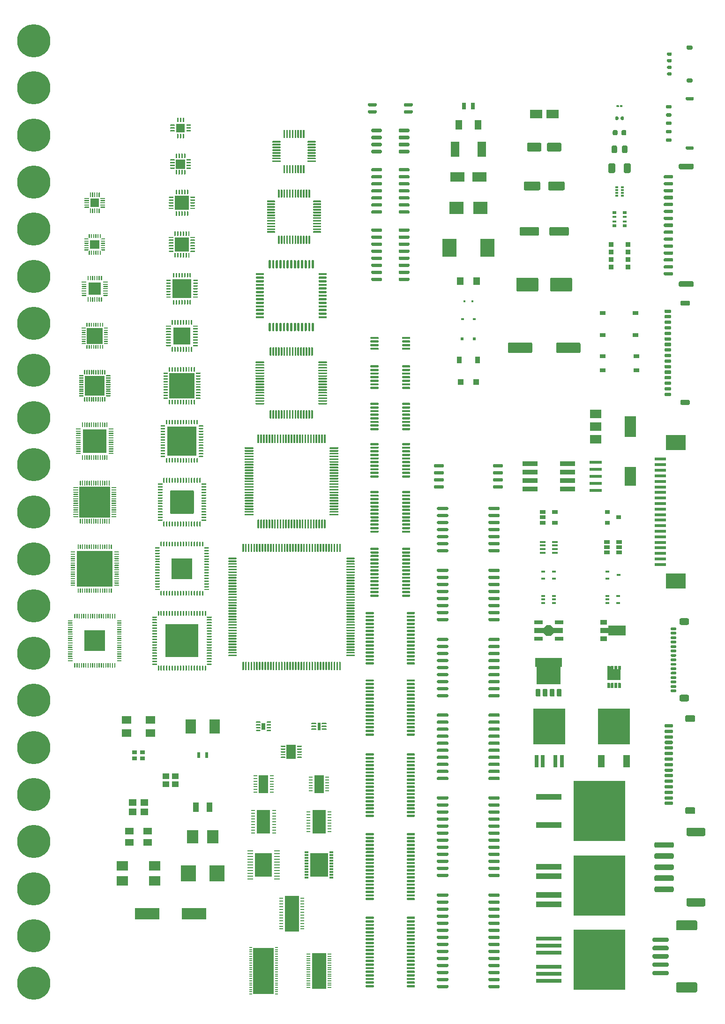
<source format=gbr>
%TF.GenerationSoftware,KiCad,Pcbnew,(5.1.9)-1*%
%TF.CreationDate,2021-03-19T17:13:39+07:00*%
%TF.ProjectId,notebook,6e6f7465-626f-46f6-9b2e-6b696361645f,rev?*%
%TF.SameCoordinates,Original*%
%TF.FileFunction,Soldermask,Bot*%
%TF.FilePolarity,Negative*%
%FSLAX46Y46*%
G04 Gerber Fmt 4.6, Leading zero omitted, Abs format (unit mm)*
G04 Created by KiCad (PCBNEW (5.1.9)-1) date 2021-03-19 17:13:39*
%MOMM*%
%LPD*%
G01*
G04 APERTURE LIST*
%ADD10R,2.100000X1.700000*%
%ADD11R,2.800000X3.000000*%
%ADD12R,1.600000X1.300000*%
%ADD13R,2.000000X2.400000*%
%ADD14R,1.400000X1.200000*%
%ADD15R,1.000000X1.800000*%
%ADD16R,1.150000X1.000000*%
%ADD17R,0.900000X0.800000*%
%ADD18R,0.600000X1.100000*%
%ADD19R,1.800000X1.400000*%
%ADD20R,1.900000X2.500000*%
%ADD21R,4.500000X2.000000*%
%ADD22R,1.700000X3.300000*%
%ADD23R,0.700000X0.250000*%
%ADD24R,3.700000X8.400000*%
%ADD25R,0.630000X0.260000*%
%ADD26R,2.640000X6.440000*%
%ADD27R,0.700000X0.200000*%
%ADD28R,0.600000X1.370000*%
%ADD29R,0.700000X1.300000*%
%ADD30R,1.700000X2.500000*%
%ADD31R,2.440000X4.340000*%
%ADD32R,3.240000X4.240000*%
%ADD33R,0.780000X0.350000*%
%ADD34R,3.140000X4.300000*%
%ADD35R,0.980000X0.280000*%
%ADD36R,1.650000X1.650000*%
%ADD37R,1.700000X1.700000*%
%ADD38R,2.500000X2.500000*%
%ADD39R,2.600000X2.600000*%
%ADD40R,1.750000X1.600000*%
%ADD41C,0.150000*%
%ADD42R,2.300000X2.300000*%
%ADD43R,3.350000X3.350000*%
%ADD44R,2.900000X2.900000*%
%ADD45R,3.100000X3.100000*%
%ADD46R,3.600000X3.600000*%
%ADD47R,4.600000X4.600000*%
%ADD48R,4.200000X4.200000*%
%ADD49R,5.300000X5.300000*%
%ADD50R,6.500000X6.500000*%
%ADD51R,5.600000X5.600000*%
%ADD52R,3.800000X3.800000*%
%ADD53R,6.000000X6.000000*%
%ADD54R,1.000000X0.700000*%
%ADD55R,1.000000X0.800000*%
%ADD56R,0.900000X0.900000*%
%ADD57R,0.800000X0.500000*%
%ADD58R,0.800000X0.400000*%
%ADD59R,0.500000X0.400000*%
%ADD60R,0.500000X0.300000*%
%ADD61R,2.200000X1.600000*%
%ADD62R,0.500000X0.500000*%
%ADD63R,0.600000X0.450000*%
%ADD64R,1.100000X1.100000*%
%ADD65R,0.900000X1.200000*%
%ADD66R,1.300000X1.400000*%
%ADD67R,2.500000X3.300000*%
%ADD68R,2.500000X2.300000*%
%ADD69R,2.500000X1.800000*%
%ADD70R,0.350000X0.350000*%
%ADD71R,0.800000X1.200000*%
%ADD72R,1.300000X1.700000*%
%ADD73R,1.500000X2.700000*%
%ADD74R,9.400000X10.800000*%
%ADD75R,4.600000X0.800000*%
%ADD76R,4.600000X1.100000*%
%ADD77R,5.800000X6.400000*%
%ADD78R,0.800000X2.200000*%
%ADD79R,1.200000X2.200000*%
%ADD80R,0.650000X0.400000*%
%ADD81R,0.700000X0.450000*%
%ADD82R,2.800000X0.950000*%
%ADD83R,2.200000X0.600000*%
%ADD84R,2.150000X3.450000*%
%ADD85R,2.000000X1.500000*%
%ADD86R,2.000000X3.800000*%
%ADD87R,1.500000X0.700000*%
%ADD88R,1.300000X0.900000*%
%ADD89R,1.060000X0.400000*%
%ADD90R,1.060000X0.650000*%
%ADD91R,2.000000X0.610000*%
%ADD92R,3.600000X2.680000*%
%ADD93C,6.000000*%
G04 APERTURE END LIST*
D10*
%TO.C,7050*%
X60950000Y-196550000D03*
X66850000Y-196550000D03*
X66850000Y-193850000D03*
X60950000Y-193850000D03*
%TD*%
D11*
%TO.C,7050*%
X78100000Y-195200000D03*
X72900000Y-195200000D03*
%TD*%
D12*
%TO.C,5032*%
X62250000Y-189600000D03*
X65550000Y-189600000D03*
X65550000Y-187600000D03*
X62250000Y-187600000D03*
%TD*%
D13*
%TO.C,5032*%
X77350000Y-188600000D03*
X73650000Y-188600000D03*
%TD*%
D14*
%TO.C,3225*%
X62800000Y-184150000D03*
X65000000Y-184150000D03*
X65000000Y-182450000D03*
X62800000Y-182450000D03*
%TD*%
D15*
%TO.C,3215*%
X74250000Y-183300000D03*
X76750000Y-183300000D03*
%TD*%
D16*
%TO.C,2520*%
X68825000Y-179100000D03*
X70575000Y-179100000D03*
X70575000Y-177700000D03*
X68825000Y-177700000D03*
%TD*%
D17*
%TO.C,2016*%
X63200000Y-174450000D03*
X64600000Y-174450000D03*
X64600000Y-173350000D03*
X63200000Y-173350000D03*
%TD*%
D18*
%TO.C,2012*%
X76200000Y-173900000D03*
X74800000Y-173900000D03*
%TD*%
D19*
%TO.C,0603*%
X61700000Y-169900000D03*
X66100000Y-169900000D03*
X66100000Y-167500000D03*
X61700000Y-167500000D03*
%TD*%
D20*
%TO.C,0603*%
X77700000Y-168700000D03*
X73300000Y-168700000D03*
%TD*%
D21*
%TO.C,HC49*%
X73950000Y-202500000D03*
X65450000Y-202500000D03*
%TD*%
D22*
%TO.C,DFN12_3x4*%
X96500000Y-179100000D03*
D23*
X97950000Y-180350000D03*
X97950000Y-179850000D03*
X97950000Y-179350000D03*
X97950000Y-178850000D03*
X97950000Y-178350000D03*
X97950000Y-177850000D03*
X95050000Y-177850000D03*
X95050000Y-178350000D03*
X95050000Y-178850000D03*
X95050000Y-179350000D03*
X95050000Y-179850000D03*
X95050000Y-180350000D03*
%TD*%
D24*
%TO.C,DFN44*%
X86500000Y-212800000D03*
D25*
X88835000Y-217000000D03*
X88835000Y-216600000D03*
X88835000Y-216200000D03*
X88835000Y-215800000D03*
X88835000Y-215400000D03*
X88835000Y-215000000D03*
X88835000Y-214600000D03*
X88835000Y-214200000D03*
X88835000Y-213800000D03*
X88835000Y-213400000D03*
X88835000Y-213000000D03*
X88835000Y-212600000D03*
X88835000Y-212200000D03*
X88835000Y-211800000D03*
X88835000Y-211400000D03*
X88835000Y-211000000D03*
X88835000Y-210600000D03*
X88835000Y-210200000D03*
X88835000Y-209800000D03*
X88835000Y-209400000D03*
X88835000Y-209000000D03*
X88835000Y-208600000D03*
X84165000Y-208600000D03*
X84165000Y-209000000D03*
X84165000Y-209400000D03*
X84165000Y-209800000D03*
X84165000Y-210200000D03*
X84165000Y-210600000D03*
X84165000Y-211000000D03*
X84165000Y-211400000D03*
X84165000Y-211800000D03*
X84165000Y-212200000D03*
X84165000Y-212600000D03*
X84165000Y-213000000D03*
X84165000Y-213400000D03*
X84165000Y-213800000D03*
X84165000Y-214200000D03*
X84165000Y-214600000D03*
X84165000Y-215000000D03*
X84165000Y-215400000D03*
X84165000Y-215800000D03*
X84165000Y-216200000D03*
X84165000Y-216600000D03*
X84165000Y-217000000D03*
%TD*%
D26*
%TO.C,DFN32*%
X96500000Y-212800000D03*
D27*
X98400000Y-215800000D03*
X98400000Y-215400000D03*
X98400000Y-215000000D03*
X98400000Y-214600000D03*
X98400000Y-214200000D03*
X98400000Y-213800000D03*
X98400000Y-213400000D03*
X98400000Y-213000000D03*
X98400000Y-212600000D03*
X98400000Y-212200000D03*
X98400000Y-211800000D03*
X98400000Y-211400000D03*
X98400000Y-211000000D03*
X98400000Y-210600000D03*
X98400000Y-210200000D03*
X98400000Y-209800000D03*
X94600000Y-209800000D03*
X94600000Y-210200000D03*
X94600000Y-210600000D03*
X94600000Y-211000000D03*
X94600000Y-211400000D03*
X94600000Y-211800000D03*
X94600000Y-212200000D03*
X94600000Y-212600000D03*
X94600000Y-213000000D03*
X94600000Y-213400000D03*
X94600000Y-213800000D03*
X94600000Y-214200000D03*
X94600000Y-214600000D03*
X94600000Y-215000000D03*
X94600000Y-215400000D03*
X94600000Y-215800000D03*
%TD*%
D28*
%TO.C,DFN6_2x2*%
X96500000Y-168700000D03*
G36*
G01*
X97000000Y-169262500D02*
X97000000Y-169137500D01*
G75*
G02*
X97062500Y-169075000I62500J0D01*
G01*
X97812500Y-169075000D01*
G75*
G02*
X97875000Y-169137500I0J-62500D01*
G01*
X97875000Y-169262500D01*
G75*
G02*
X97812500Y-169325000I-62500J0D01*
G01*
X97062500Y-169325000D01*
G75*
G02*
X97000000Y-169262500I0J62500D01*
G01*
G37*
G36*
G01*
X97000000Y-168762500D02*
X97000000Y-168637500D01*
G75*
G02*
X97062500Y-168575000I62500J0D01*
G01*
X97812500Y-168575000D01*
G75*
G02*
X97875000Y-168637500I0J-62500D01*
G01*
X97875000Y-168762500D01*
G75*
G02*
X97812500Y-168825000I-62500J0D01*
G01*
X97062500Y-168825000D01*
G75*
G02*
X97000000Y-168762500I0J62500D01*
G01*
G37*
G36*
G01*
X97000000Y-168262500D02*
X97000000Y-168137500D01*
G75*
G02*
X97062500Y-168075000I62500J0D01*
G01*
X97812500Y-168075000D01*
G75*
G02*
X97875000Y-168137500I0J-62500D01*
G01*
X97875000Y-168262500D01*
G75*
G02*
X97812500Y-168325000I-62500J0D01*
G01*
X97062500Y-168325000D01*
G75*
G02*
X97000000Y-168262500I0J62500D01*
G01*
G37*
G36*
G01*
X95125000Y-168262500D02*
X95125000Y-168137500D01*
G75*
G02*
X95187500Y-168075000I62500J0D01*
G01*
X95937500Y-168075000D01*
G75*
G02*
X96000000Y-168137500I0J-62500D01*
G01*
X96000000Y-168262500D01*
G75*
G02*
X95937500Y-168325000I-62500J0D01*
G01*
X95187500Y-168325000D01*
G75*
G02*
X95125000Y-168262500I0J62500D01*
G01*
G37*
G36*
G01*
X95125000Y-168762500D02*
X95125000Y-168637500D01*
G75*
G02*
X95187500Y-168575000I62500J0D01*
G01*
X95937500Y-168575000D01*
G75*
G02*
X96000000Y-168637500I0J-62500D01*
G01*
X96000000Y-168762500D01*
G75*
G02*
X95937500Y-168825000I-62500J0D01*
G01*
X95187500Y-168825000D01*
G75*
G02*
X95125000Y-168762500I0J62500D01*
G01*
G37*
G36*
G01*
X95125000Y-169262500D02*
X95125000Y-169137500D01*
G75*
G02*
X95187500Y-169075000I62500J0D01*
G01*
X95937500Y-169075000D01*
G75*
G02*
X96000000Y-169137500I0J-62500D01*
G01*
X96000000Y-169262500D01*
G75*
G02*
X95937500Y-169325000I-62500J0D01*
G01*
X95187500Y-169325000D01*
G75*
G02*
X95125000Y-169262500I0J62500D01*
G01*
G37*
%TD*%
D29*
%TO.C,DFN8_2x2*%
X86500000Y-168700000D03*
G36*
G01*
X87075000Y-169512500D02*
X87075000Y-169387500D01*
G75*
G02*
X87137500Y-169325000I62500J0D01*
G01*
X87787500Y-169325000D01*
G75*
G02*
X87850000Y-169387500I0J-62500D01*
G01*
X87850000Y-169512500D01*
G75*
G02*
X87787500Y-169575000I-62500J0D01*
G01*
X87137500Y-169575000D01*
G75*
G02*
X87075000Y-169512500I0J62500D01*
G01*
G37*
G36*
G01*
X87075000Y-169012500D02*
X87075000Y-168887500D01*
G75*
G02*
X87137500Y-168825000I62500J0D01*
G01*
X87787500Y-168825000D01*
G75*
G02*
X87850000Y-168887500I0J-62500D01*
G01*
X87850000Y-169012500D01*
G75*
G02*
X87787500Y-169075000I-62500J0D01*
G01*
X87137500Y-169075000D01*
G75*
G02*
X87075000Y-169012500I0J62500D01*
G01*
G37*
G36*
G01*
X87075000Y-168512500D02*
X87075000Y-168387500D01*
G75*
G02*
X87137500Y-168325000I62500J0D01*
G01*
X87787500Y-168325000D01*
G75*
G02*
X87850000Y-168387500I0J-62500D01*
G01*
X87850000Y-168512500D01*
G75*
G02*
X87787500Y-168575000I-62500J0D01*
G01*
X87137500Y-168575000D01*
G75*
G02*
X87075000Y-168512500I0J62500D01*
G01*
G37*
G36*
G01*
X87075000Y-168012500D02*
X87075000Y-167887500D01*
G75*
G02*
X87137500Y-167825000I62500J0D01*
G01*
X87787500Y-167825000D01*
G75*
G02*
X87850000Y-167887500I0J-62500D01*
G01*
X87850000Y-168012500D01*
G75*
G02*
X87787500Y-168075000I-62500J0D01*
G01*
X87137500Y-168075000D01*
G75*
G02*
X87075000Y-168012500I0J62500D01*
G01*
G37*
G36*
G01*
X85150000Y-168012500D02*
X85150000Y-167887500D01*
G75*
G02*
X85212500Y-167825000I62500J0D01*
G01*
X85862500Y-167825000D01*
G75*
G02*
X85925000Y-167887500I0J-62500D01*
G01*
X85925000Y-168012500D01*
G75*
G02*
X85862500Y-168075000I-62500J0D01*
G01*
X85212500Y-168075000D01*
G75*
G02*
X85150000Y-168012500I0J62500D01*
G01*
G37*
G36*
G01*
X85150000Y-168512500D02*
X85150000Y-168387500D01*
G75*
G02*
X85212500Y-168325000I62500J0D01*
G01*
X85862500Y-168325000D01*
G75*
G02*
X85925000Y-168387500I0J-62500D01*
G01*
X85925000Y-168512500D01*
G75*
G02*
X85862500Y-168575000I-62500J0D01*
G01*
X85212500Y-168575000D01*
G75*
G02*
X85150000Y-168512500I0J62500D01*
G01*
G37*
G36*
G01*
X85150000Y-169012500D02*
X85150000Y-168887500D01*
G75*
G02*
X85212500Y-168825000I62500J0D01*
G01*
X85862500Y-168825000D01*
G75*
G02*
X85925000Y-168887500I0J-62500D01*
G01*
X85925000Y-169012500D01*
G75*
G02*
X85862500Y-169075000I-62500J0D01*
G01*
X85212500Y-169075000D01*
G75*
G02*
X85150000Y-169012500I0J62500D01*
G01*
G37*
G36*
G01*
X85150000Y-169512500D02*
X85150000Y-169387500D01*
G75*
G02*
X85212500Y-169325000I62500J0D01*
G01*
X85862500Y-169325000D01*
G75*
G02*
X85925000Y-169387500I0J-62500D01*
G01*
X85925000Y-169512500D01*
G75*
G02*
X85862500Y-169575000I-62500J0D01*
G01*
X85212500Y-169575000D01*
G75*
G02*
X85150000Y-169512500I0J62500D01*
G01*
G37*
%TD*%
D30*
%TO.C,DFN10_3x3*%
X91500000Y-173300000D03*
G36*
G01*
X92550000Y-174362500D02*
X92550000Y-174237500D01*
G75*
G02*
X92612500Y-174175000I62500J0D01*
G01*
X93312500Y-174175000D01*
G75*
G02*
X93375000Y-174237500I0J-62500D01*
G01*
X93375000Y-174362500D01*
G75*
G02*
X93312500Y-174425000I-62500J0D01*
G01*
X92612500Y-174425000D01*
G75*
G02*
X92550000Y-174362500I0J62500D01*
G01*
G37*
G36*
G01*
X92550000Y-173862500D02*
X92550000Y-173737500D01*
G75*
G02*
X92612500Y-173675000I62500J0D01*
G01*
X93312500Y-173675000D01*
G75*
G02*
X93375000Y-173737500I0J-62500D01*
G01*
X93375000Y-173862500D01*
G75*
G02*
X93312500Y-173925000I-62500J0D01*
G01*
X92612500Y-173925000D01*
G75*
G02*
X92550000Y-173862500I0J62500D01*
G01*
G37*
G36*
G01*
X92550000Y-173362500D02*
X92550000Y-173237500D01*
G75*
G02*
X92612500Y-173175000I62500J0D01*
G01*
X93312500Y-173175000D01*
G75*
G02*
X93375000Y-173237500I0J-62500D01*
G01*
X93375000Y-173362500D01*
G75*
G02*
X93312500Y-173425000I-62500J0D01*
G01*
X92612500Y-173425000D01*
G75*
G02*
X92550000Y-173362500I0J62500D01*
G01*
G37*
G36*
G01*
X92550000Y-172862500D02*
X92550000Y-172737500D01*
G75*
G02*
X92612500Y-172675000I62500J0D01*
G01*
X93312500Y-172675000D01*
G75*
G02*
X93375000Y-172737500I0J-62500D01*
G01*
X93375000Y-172862500D01*
G75*
G02*
X93312500Y-172925000I-62500J0D01*
G01*
X92612500Y-172925000D01*
G75*
G02*
X92550000Y-172862500I0J62500D01*
G01*
G37*
G36*
G01*
X92550000Y-172362500D02*
X92550000Y-172237500D01*
G75*
G02*
X92612500Y-172175000I62500J0D01*
G01*
X93312500Y-172175000D01*
G75*
G02*
X93375000Y-172237500I0J-62500D01*
G01*
X93375000Y-172362500D01*
G75*
G02*
X93312500Y-172425000I-62500J0D01*
G01*
X92612500Y-172425000D01*
G75*
G02*
X92550000Y-172362500I0J62500D01*
G01*
G37*
G36*
G01*
X89625000Y-172362500D02*
X89625000Y-172237500D01*
G75*
G02*
X89687500Y-172175000I62500J0D01*
G01*
X90387500Y-172175000D01*
G75*
G02*
X90450000Y-172237500I0J-62500D01*
G01*
X90450000Y-172362500D01*
G75*
G02*
X90387500Y-172425000I-62500J0D01*
G01*
X89687500Y-172425000D01*
G75*
G02*
X89625000Y-172362500I0J62500D01*
G01*
G37*
G36*
G01*
X89625000Y-172862500D02*
X89625000Y-172737500D01*
G75*
G02*
X89687500Y-172675000I62500J0D01*
G01*
X90387500Y-172675000D01*
G75*
G02*
X90450000Y-172737500I0J-62500D01*
G01*
X90450000Y-172862500D01*
G75*
G02*
X90387500Y-172925000I-62500J0D01*
G01*
X89687500Y-172925000D01*
G75*
G02*
X89625000Y-172862500I0J62500D01*
G01*
G37*
G36*
G01*
X89625000Y-173362500D02*
X89625000Y-173237500D01*
G75*
G02*
X89687500Y-173175000I62500J0D01*
G01*
X90387500Y-173175000D01*
G75*
G02*
X90450000Y-173237500I0J-62500D01*
G01*
X90450000Y-173362500D01*
G75*
G02*
X90387500Y-173425000I-62500J0D01*
G01*
X89687500Y-173425000D01*
G75*
G02*
X89625000Y-173362500I0J62500D01*
G01*
G37*
G36*
G01*
X89625000Y-173862500D02*
X89625000Y-173737500D01*
G75*
G02*
X89687500Y-173675000I62500J0D01*
G01*
X90387500Y-173675000D01*
G75*
G02*
X90450000Y-173737500I0J-62500D01*
G01*
X90450000Y-173862500D01*
G75*
G02*
X90387500Y-173925000I-62500J0D01*
G01*
X89687500Y-173925000D01*
G75*
G02*
X89625000Y-173862500I0J62500D01*
G01*
G37*
G36*
G01*
X89625000Y-174362500D02*
X89625000Y-174237500D01*
G75*
G02*
X89687500Y-174175000I62500J0D01*
G01*
X90387500Y-174175000D01*
G75*
G02*
X90450000Y-174237500I0J-62500D01*
G01*
X90450000Y-174362500D01*
G75*
G02*
X90387500Y-174425000I-62500J0D01*
G01*
X89687500Y-174425000D01*
G75*
G02*
X89625000Y-174362500I0J62500D01*
G01*
G37*
%TD*%
D22*
%TO.C,DFN14_3x4*%
X86500000Y-179100000D03*
D23*
X87950000Y-180600000D03*
X87950000Y-180100000D03*
X87950000Y-179600000D03*
X87950000Y-179100000D03*
X87950000Y-178600000D03*
X87950000Y-178100000D03*
X87950000Y-177600000D03*
X85050000Y-177600000D03*
X85050000Y-178100000D03*
X85050000Y-178600000D03*
X85050000Y-179100000D03*
X85050000Y-179600000D03*
X85050000Y-180100000D03*
X85050000Y-180600000D03*
%TD*%
D31*
%TO.C,DFN16_4x5*%
X96500000Y-185900000D03*
D23*
X98400000Y-187650000D03*
X98400000Y-187150000D03*
X98400000Y-186650000D03*
X98400000Y-186150000D03*
X98400000Y-185650000D03*
X98400000Y-185150000D03*
X98400000Y-184650000D03*
X98400000Y-184150000D03*
X94600000Y-184150000D03*
X94600000Y-184650000D03*
X94600000Y-185150000D03*
X94600000Y-185650000D03*
X94600000Y-186150000D03*
X94600000Y-186650000D03*
X94600000Y-187150000D03*
X94600000Y-187650000D03*
%TD*%
D31*
%TO.C,DFN18_4x5*%
X86500000Y-185900000D03*
D23*
X88400000Y-187900000D03*
X88400000Y-187400000D03*
X88400000Y-186900000D03*
X88400000Y-186400000D03*
X88400000Y-185900000D03*
X88400000Y-185400000D03*
X88400000Y-184900000D03*
X88400000Y-184400000D03*
X88400000Y-183900000D03*
X84600000Y-183900000D03*
X84600000Y-184400000D03*
X84600000Y-184900000D03*
X84600000Y-185400000D03*
X84600000Y-185900000D03*
X84600000Y-186400000D03*
X84600000Y-186900000D03*
X84600000Y-187400000D03*
X84600000Y-187900000D03*
%TD*%
D32*
%TO.C,DFN20_5x6*%
X96500000Y-193700000D03*
D33*
X98760000Y-195950000D03*
X98760000Y-195450000D03*
X98760000Y-194950000D03*
X98760000Y-194450000D03*
X98760000Y-193950000D03*
X98760000Y-193450000D03*
X98760000Y-192950000D03*
X98760000Y-192450000D03*
X98760000Y-191950000D03*
X98760000Y-191450000D03*
X94240000Y-191450000D03*
X94240000Y-191950000D03*
X94240000Y-192450000D03*
X94240000Y-192950000D03*
X94240000Y-193450000D03*
X94240000Y-193950000D03*
X94240000Y-194450000D03*
X94240000Y-194950000D03*
X94240000Y-195450000D03*
X94240000Y-195950000D03*
%TD*%
D34*
%TO.C,DFN22_5x6*%
X86500000Y-193700000D03*
D35*
X88895000Y-196200000D03*
X88895000Y-195700000D03*
X88895000Y-195200000D03*
X88895000Y-194700000D03*
X88895000Y-194200000D03*
X88895000Y-193700000D03*
X88895000Y-193200000D03*
X88895000Y-192700000D03*
X88895000Y-192200000D03*
X88895000Y-191700000D03*
X88895000Y-191200000D03*
X84105000Y-191200000D03*
X84105000Y-191700000D03*
X84105000Y-192200000D03*
X84105000Y-192700000D03*
X84105000Y-193200000D03*
X84105000Y-193700000D03*
X84105000Y-194200000D03*
X84105000Y-194700000D03*
X84105000Y-195200000D03*
X84105000Y-195700000D03*
X84105000Y-196200000D03*
%TD*%
D26*
%TO.C,DFN24_4x7*%
X91600000Y-202500000D03*
D23*
X93500000Y-205250000D03*
X93500000Y-204750000D03*
X93500000Y-204250000D03*
X93500000Y-203750000D03*
X93500000Y-203250000D03*
X93500000Y-202750000D03*
X93500000Y-202250000D03*
X93500000Y-201750000D03*
X93500000Y-201250000D03*
X93500000Y-200750000D03*
X93500000Y-200250000D03*
X93500000Y-199750000D03*
X89700000Y-199750000D03*
X89700000Y-200250000D03*
X89700000Y-200750000D03*
X89700000Y-201250000D03*
X89700000Y-201750000D03*
X89700000Y-202250000D03*
X89700000Y-202750000D03*
X89700000Y-203250000D03*
X89700000Y-203750000D03*
X89700000Y-204250000D03*
X89700000Y-204750000D03*
X89700000Y-205250000D03*
%TD*%
D36*
%TO.C,QFN12*%
X71500000Y-60750000D03*
G36*
G01*
X70875000Y-62562500D02*
X70875000Y-61862500D01*
G75*
G02*
X70937500Y-61800000I62500J0D01*
G01*
X71062500Y-61800000D01*
G75*
G02*
X71125000Y-61862500I0J-62500D01*
G01*
X71125000Y-62562500D01*
G75*
G02*
X71062500Y-62625000I-62500J0D01*
G01*
X70937500Y-62625000D01*
G75*
G02*
X70875000Y-62562500I0J62500D01*
G01*
G37*
G36*
G01*
X71375000Y-62562500D02*
X71375000Y-61862500D01*
G75*
G02*
X71437500Y-61800000I62500J0D01*
G01*
X71562500Y-61800000D01*
G75*
G02*
X71625000Y-61862500I0J-62500D01*
G01*
X71625000Y-62562500D01*
G75*
G02*
X71562500Y-62625000I-62500J0D01*
G01*
X71437500Y-62625000D01*
G75*
G02*
X71375000Y-62562500I0J62500D01*
G01*
G37*
G36*
G01*
X71875000Y-62562500D02*
X71875000Y-61862500D01*
G75*
G02*
X71937500Y-61800000I62500J0D01*
G01*
X72062500Y-61800000D01*
G75*
G02*
X72125000Y-61862500I0J-62500D01*
G01*
X72125000Y-62562500D01*
G75*
G02*
X72062500Y-62625000I-62500J0D01*
G01*
X71937500Y-62625000D01*
G75*
G02*
X71875000Y-62562500I0J62500D01*
G01*
G37*
G36*
G01*
X72550000Y-61312500D02*
X72550000Y-61187500D01*
G75*
G02*
X72612500Y-61125000I62500J0D01*
G01*
X73312500Y-61125000D01*
G75*
G02*
X73375000Y-61187500I0J-62500D01*
G01*
X73375000Y-61312500D01*
G75*
G02*
X73312500Y-61375000I-62500J0D01*
G01*
X72612500Y-61375000D01*
G75*
G02*
X72550000Y-61312500I0J62500D01*
G01*
G37*
G36*
G01*
X72550000Y-60812500D02*
X72550000Y-60687500D01*
G75*
G02*
X72612500Y-60625000I62500J0D01*
G01*
X73312500Y-60625000D01*
G75*
G02*
X73375000Y-60687500I0J-62500D01*
G01*
X73375000Y-60812500D01*
G75*
G02*
X73312500Y-60875000I-62500J0D01*
G01*
X72612500Y-60875000D01*
G75*
G02*
X72550000Y-60812500I0J62500D01*
G01*
G37*
G36*
G01*
X72550000Y-60312500D02*
X72550000Y-60187500D01*
G75*
G02*
X72612500Y-60125000I62500J0D01*
G01*
X73312500Y-60125000D01*
G75*
G02*
X73375000Y-60187500I0J-62500D01*
G01*
X73375000Y-60312500D01*
G75*
G02*
X73312500Y-60375000I-62500J0D01*
G01*
X72612500Y-60375000D01*
G75*
G02*
X72550000Y-60312500I0J62500D01*
G01*
G37*
G36*
G01*
X71875000Y-59637500D02*
X71875000Y-58937500D01*
G75*
G02*
X71937500Y-58875000I62500J0D01*
G01*
X72062500Y-58875000D01*
G75*
G02*
X72125000Y-58937500I0J-62500D01*
G01*
X72125000Y-59637500D01*
G75*
G02*
X72062500Y-59700000I-62500J0D01*
G01*
X71937500Y-59700000D01*
G75*
G02*
X71875000Y-59637500I0J62500D01*
G01*
G37*
G36*
G01*
X71375000Y-59637500D02*
X71375000Y-58937500D01*
G75*
G02*
X71437500Y-58875000I62500J0D01*
G01*
X71562500Y-58875000D01*
G75*
G02*
X71625000Y-58937500I0J-62500D01*
G01*
X71625000Y-59637500D01*
G75*
G02*
X71562500Y-59700000I-62500J0D01*
G01*
X71437500Y-59700000D01*
G75*
G02*
X71375000Y-59637500I0J62500D01*
G01*
G37*
G36*
G01*
X70875000Y-59637500D02*
X70875000Y-58937500D01*
G75*
G02*
X70937500Y-58875000I62500J0D01*
G01*
X71062500Y-58875000D01*
G75*
G02*
X71125000Y-58937500I0J-62500D01*
G01*
X71125000Y-59637500D01*
G75*
G02*
X71062500Y-59700000I-62500J0D01*
G01*
X70937500Y-59700000D01*
G75*
G02*
X70875000Y-59637500I0J62500D01*
G01*
G37*
G36*
G01*
X69625000Y-60312500D02*
X69625000Y-60187500D01*
G75*
G02*
X69687500Y-60125000I62500J0D01*
G01*
X70387500Y-60125000D01*
G75*
G02*
X70450000Y-60187500I0J-62500D01*
G01*
X70450000Y-60312500D01*
G75*
G02*
X70387500Y-60375000I-62500J0D01*
G01*
X69687500Y-60375000D01*
G75*
G02*
X69625000Y-60312500I0J62500D01*
G01*
G37*
G36*
G01*
X69625000Y-60812500D02*
X69625000Y-60687500D01*
G75*
G02*
X69687500Y-60625000I62500J0D01*
G01*
X70387500Y-60625000D01*
G75*
G02*
X70450000Y-60687500I0J-62500D01*
G01*
X70450000Y-60812500D01*
G75*
G02*
X70387500Y-60875000I-62500J0D01*
G01*
X69687500Y-60875000D01*
G75*
G02*
X69625000Y-60812500I0J62500D01*
G01*
G37*
G36*
G01*
X69625000Y-61312500D02*
X69625000Y-61187500D01*
G75*
G02*
X69687500Y-61125000I62500J0D01*
G01*
X70387500Y-61125000D01*
G75*
G02*
X70450000Y-61187500I0J-62500D01*
G01*
X70450000Y-61312500D01*
G75*
G02*
X70387500Y-61375000I-62500J0D01*
G01*
X69687500Y-61375000D01*
G75*
G02*
X69625000Y-61312500I0J62500D01*
G01*
G37*
%TD*%
D37*
%TO.C,QFN16*%
X71500000Y-67250000D03*
G36*
G01*
X70625000Y-69062500D02*
X70625000Y-68362500D01*
G75*
G02*
X70687500Y-68300000I62500J0D01*
G01*
X70812500Y-68300000D01*
G75*
G02*
X70875000Y-68362500I0J-62500D01*
G01*
X70875000Y-69062500D01*
G75*
G02*
X70812500Y-69125000I-62500J0D01*
G01*
X70687500Y-69125000D01*
G75*
G02*
X70625000Y-69062500I0J62500D01*
G01*
G37*
G36*
G01*
X71125000Y-69062500D02*
X71125000Y-68362500D01*
G75*
G02*
X71187500Y-68300000I62500J0D01*
G01*
X71312500Y-68300000D01*
G75*
G02*
X71375000Y-68362500I0J-62500D01*
G01*
X71375000Y-69062500D01*
G75*
G02*
X71312500Y-69125000I-62500J0D01*
G01*
X71187500Y-69125000D01*
G75*
G02*
X71125000Y-69062500I0J62500D01*
G01*
G37*
G36*
G01*
X71625000Y-69062500D02*
X71625000Y-68362500D01*
G75*
G02*
X71687500Y-68300000I62500J0D01*
G01*
X71812500Y-68300000D01*
G75*
G02*
X71875000Y-68362500I0J-62500D01*
G01*
X71875000Y-69062500D01*
G75*
G02*
X71812500Y-69125000I-62500J0D01*
G01*
X71687500Y-69125000D01*
G75*
G02*
X71625000Y-69062500I0J62500D01*
G01*
G37*
G36*
G01*
X72125000Y-69062500D02*
X72125000Y-68362500D01*
G75*
G02*
X72187500Y-68300000I62500J0D01*
G01*
X72312500Y-68300000D01*
G75*
G02*
X72375000Y-68362500I0J-62500D01*
G01*
X72375000Y-69062500D01*
G75*
G02*
X72312500Y-69125000I-62500J0D01*
G01*
X72187500Y-69125000D01*
G75*
G02*
X72125000Y-69062500I0J62500D01*
G01*
G37*
G36*
G01*
X72550000Y-68062500D02*
X72550000Y-67937500D01*
G75*
G02*
X72612500Y-67875000I62500J0D01*
G01*
X73312500Y-67875000D01*
G75*
G02*
X73375000Y-67937500I0J-62500D01*
G01*
X73375000Y-68062500D01*
G75*
G02*
X73312500Y-68125000I-62500J0D01*
G01*
X72612500Y-68125000D01*
G75*
G02*
X72550000Y-68062500I0J62500D01*
G01*
G37*
G36*
G01*
X72550000Y-67562500D02*
X72550000Y-67437500D01*
G75*
G02*
X72612500Y-67375000I62500J0D01*
G01*
X73312500Y-67375000D01*
G75*
G02*
X73375000Y-67437500I0J-62500D01*
G01*
X73375000Y-67562500D01*
G75*
G02*
X73312500Y-67625000I-62500J0D01*
G01*
X72612500Y-67625000D01*
G75*
G02*
X72550000Y-67562500I0J62500D01*
G01*
G37*
G36*
G01*
X72550000Y-67062500D02*
X72550000Y-66937500D01*
G75*
G02*
X72612500Y-66875000I62500J0D01*
G01*
X73312500Y-66875000D01*
G75*
G02*
X73375000Y-66937500I0J-62500D01*
G01*
X73375000Y-67062500D01*
G75*
G02*
X73312500Y-67125000I-62500J0D01*
G01*
X72612500Y-67125000D01*
G75*
G02*
X72550000Y-67062500I0J62500D01*
G01*
G37*
G36*
G01*
X72550000Y-66562500D02*
X72550000Y-66437500D01*
G75*
G02*
X72612500Y-66375000I62500J0D01*
G01*
X73312500Y-66375000D01*
G75*
G02*
X73375000Y-66437500I0J-62500D01*
G01*
X73375000Y-66562500D01*
G75*
G02*
X73312500Y-66625000I-62500J0D01*
G01*
X72612500Y-66625000D01*
G75*
G02*
X72550000Y-66562500I0J62500D01*
G01*
G37*
G36*
G01*
X72125000Y-66137500D02*
X72125000Y-65437500D01*
G75*
G02*
X72187500Y-65375000I62500J0D01*
G01*
X72312500Y-65375000D01*
G75*
G02*
X72375000Y-65437500I0J-62500D01*
G01*
X72375000Y-66137500D01*
G75*
G02*
X72312500Y-66200000I-62500J0D01*
G01*
X72187500Y-66200000D01*
G75*
G02*
X72125000Y-66137500I0J62500D01*
G01*
G37*
G36*
G01*
X71625000Y-66137500D02*
X71625000Y-65437500D01*
G75*
G02*
X71687500Y-65375000I62500J0D01*
G01*
X71812500Y-65375000D01*
G75*
G02*
X71875000Y-65437500I0J-62500D01*
G01*
X71875000Y-66137500D01*
G75*
G02*
X71812500Y-66200000I-62500J0D01*
G01*
X71687500Y-66200000D01*
G75*
G02*
X71625000Y-66137500I0J62500D01*
G01*
G37*
G36*
G01*
X71125000Y-66137500D02*
X71125000Y-65437500D01*
G75*
G02*
X71187500Y-65375000I62500J0D01*
G01*
X71312500Y-65375000D01*
G75*
G02*
X71375000Y-65437500I0J-62500D01*
G01*
X71375000Y-66137500D01*
G75*
G02*
X71312500Y-66200000I-62500J0D01*
G01*
X71187500Y-66200000D01*
G75*
G02*
X71125000Y-66137500I0J62500D01*
G01*
G37*
G36*
G01*
X70625000Y-66137500D02*
X70625000Y-65437500D01*
G75*
G02*
X70687500Y-65375000I62500J0D01*
G01*
X70812500Y-65375000D01*
G75*
G02*
X70875000Y-65437500I0J-62500D01*
G01*
X70875000Y-66137500D01*
G75*
G02*
X70812500Y-66200000I-62500J0D01*
G01*
X70687500Y-66200000D01*
G75*
G02*
X70625000Y-66137500I0J62500D01*
G01*
G37*
G36*
G01*
X69625000Y-66562500D02*
X69625000Y-66437500D01*
G75*
G02*
X69687500Y-66375000I62500J0D01*
G01*
X70387500Y-66375000D01*
G75*
G02*
X70450000Y-66437500I0J-62500D01*
G01*
X70450000Y-66562500D01*
G75*
G02*
X70387500Y-66625000I-62500J0D01*
G01*
X69687500Y-66625000D01*
G75*
G02*
X69625000Y-66562500I0J62500D01*
G01*
G37*
G36*
G01*
X69625000Y-67062500D02*
X69625000Y-66937500D01*
G75*
G02*
X69687500Y-66875000I62500J0D01*
G01*
X70387500Y-66875000D01*
G75*
G02*
X70450000Y-66937500I0J-62500D01*
G01*
X70450000Y-67062500D01*
G75*
G02*
X70387500Y-67125000I-62500J0D01*
G01*
X69687500Y-67125000D01*
G75*
G02*
X69625000Y-67062500I0J62500D01*
G01*
G37*
G36*
G01*
X69625000Y-67562500D02*
X69625000Y-67437500D01*
G75*
G02*
X69687500Y-67375000I62500J0D01*
G01*
X70387500Y-67375000D01*
G75*
G02*
X70450000Y-67437500I0J-62500D01*
G01*
X70450000Y-67562500D01*
G75*
G02*
X70387500Y-67625000I-62500J0D01*
G01*
X69687500Y-67625000D01*
G75*
G02*
X69625000Y-67562500I0J62500D01*
G01*
G37*
G36*
G01*
X69625000Y-68062500D02*
X69625000Y-67937500D01*
G75*
G02*
X69687500Y-67875000I62500J0D01*
G01*
X70387500Y-67875000D01*
G75*
G02*
X70450000Y-67937500I0J-62500D01*
G01*
X70450000Y-68062500D01*
G75*
G02*
X70387500Y-68125000I-62500J0D01*
G01*
X69687500Y-68125000D01*
G75*
G02*
X69625000Y-68062500I0J62500D01*
G01*
G37*
%TD*%
D38*
%TO.C,QFN20*%
X71750000Y-74250000D03*
G36*
G01*
X70625000Y-76537500D02*
X70625000Y-75837500D01*
G75*
G02*
X70687500Y-75775000I62500J0D01*
G01*
X70812500Y-75775000D01*
G75*
G02*
X70875000Y-75837500I0J-62500D01*
G01*
X70875000Y-76537500D01*
G75*
G02*
X70812500Y-76600000I-62500J0D01*
G01*
X70687500Y-76600000D01*
G75*
G02*
X70625000Y-76537500I0J62500D01*
G01*
G37*
G36*
G01*
X71125000Y-76537500D02*
X71125000Y-75837500D01*
G75*
G02*
X71187500Y-75775000I62500J0D01*
G01*
X71312500Y-75775000D01*
G75*
G02*
X71375000Y-75837500I0J-62500D01*
G01*
X71375000Y-76537500D01*
G75*
G02*
X71312500Y-76600000I-62500J0D01*
G01*
X71187500Y-76600000D01*
G75*
G02*
X71125000Y-76537500I0J62500D01*
G01*
G37*
G36*
G01*
X71625000Y-76537500D02*
X71625000Y-75837500D01*
G75*
G02*
X71687500Y-75775000I62500J0D01*
G01*
X71812500Y-75775000D01*
G75*
G02*
X71875000Y-75837500I0J-62500D01*
G01*
X71875000Y-76537500D01*
G75*
G02*
X71812500Y-76600000I-62500J0D01*
G01*
X71687500Y-76600000D01*
G75*
G02*
X71625000Y-76537500I0J62500D01*
G01*
G37*
G36*
G01*
X72125000Y-76537500D02*
X72125000Y-75837500D01*
G75*
G02*
X72187500Y-75775000I62500J0D01*
G01*
X72312500Y-75775000D01*
G75*
G02*
X72375000Y-75837500I0J-62500D01*
G01*
X72375000Y-76537500D01*
G75*
G02*
X72312500Y-76600000I-62500J0D01*
G01*
X72187500Y-76600000D01*
G75*
G02*
X72125000Y-76537500I0J62500D01*
G01*
G37*
G36*
G01*
X72625000Y-76537500D02*
X72625000Y-75837500D01*
G75*
G02*
X72687500Y-75775000I62500J0D01*
G01*
X72812500Y-75775000D01*
G75*
G02*
X72875000Y-75837500I0J-62500D01*
G01*
X72875000Y-76537500D01*
G75*
G02*
X72812500Y-76600000I-62500J0D01*
G01*
X72687500Y-76600000D01*
G75*
G02*
X72625000Y-76537500I0J62500D01*
G01*
G37*
G36*
G01*
X73275000Y-75312500D02*
X73275000Y-75187500D01*
G75*
G02*
X73337500Y-75125000I62500J0D01*
G01*
X74037500Y-75125000D01*
G75*
G02*
X74100000Y-75187500I0J-62500D01*
G01*
X74100000Y-75312500D01*
G75*
G02*
X74037500Y-75375000I-62500J0D01*
G01*
X73337500Y-75375000D01*
G75*
G02*
X73275000Y-75312500I0J62500D01*
G01*
G37*
G36*
G01*
X73275000Y-74812500D02*
X73275000Y-74687500D01*
G75*
G02*
X73337500Y-74625000I62500J0D01*
G01*
X74037500Y-74625000D01*
G75*
G02*
X74100000Y-74687500I0J-62500D01*
G01*
X74100000Y-74812500D01*
G75*
G02*
X74037500Y-74875000I-62500J0D01*
G01*
X73337500Y-74875000D01*
G75*
G02*
X73275000Y-74812500I0J62500D01*
G01*
G37*
G36*
G01*
X73275000Y-74312500D02*
X73275000Y-74187500D01*
G75*
G02*
X73337500Y-74125000I62500J0D01*
G01*
X74037500Y-74125000D01*
G75*
G02*
X74100000Y-74187500I0J-62500D01*
G01*
X74100000Y-74312500D01*
G75*
G02*
X74037500Y-74375000I-62500J0D01*
G01*
X73337500Y-74375000D01*
G75*
G02*
X73275000Y-74312500I0J62500D01*
G01*
G37*
G36*
G01*
X73275000Y-73812500D02*
X73275000Y-73687500D01*
G75*
G02*
X73337500Y-73625000I62500J0D01*
G01*
X74037500Y-73625000D01*
G75*
G02*
X74100000Y-73687500I0J-62500D01*
G01*
X74100000Y-73812500D01*
G75*
G02*
X74037500Y-73875000I-62500J0D01*
G01*
X73337500Y-73875000D01*
G75*
G02*
X73275000Y-73812500I0J62500D01*
G01*
G37*
G36*
G01*
X73275000Y-73312500D02*
X73275000Y-73187500D01*
G75*
G02*
X73337500Y-73125000I62500J0D01*
G01*
X74037500Y-73125000D01*
G75*
G02*
X74100000Y-73187500I0J-62500D01*
G01*
X74100000Y-73312500D01*
G75*
G02*
X74037500Y-73375000I-62500J0D01*
G01*
X73337500Y-73375000D01*
G75*
G02*
X73275000Y-73312500I0J62500D01*
G01*
G37*
G36*
G01*
X72625000Y-72662500D02*
X72625000Y-71962500D01*
G75*
G02*
X72687500Y-71900000I62500J0D01*
G01*
X72812500Y-71900000D01*
G75*
G02*
X72875000Y-71962500I0J-62500D01*
G01*
X72875000Y-72662500D01*
G75*
G02*
X72812500Y-72725000I-62500J0D01*
G01*
X72687500Y-72725000D01*
G75*
G02*
X72625000Y-72662500I0J62500D01*
G01*
G37*
G36*
G01*
X72125000Y-72662500D02*
X72125000Y-71962500D01*
G75*
G02*
X72187500Y-71900000I62500J0D01*
G01*
X72312500Y-71900000D01*
G75*
G02*
X72375000Y-71962500I0J-62500D01*
G01*
X72375000Y-72662500D01*
G75*
G02*
X72312500Y-72725000I-62500J0D01*
G01*
X72187500Y-72725000D01*
G75*
G02*
X72125000Y-72662500I0J62500D01*
G01*
G37*
G36*
G01*
X71625000Y-72662500D02*
X71625000Y-71962500D01*
G75*
G02*
X71687500Y-71900000I62500J0D01*
G01*
X71812500Y-71900000D01*
G75*
G02*
X71875000Y-71962500I0J-62500D01*
G01*
X71875000Y-72662500D01*
G75*
G02*
X71812500Y-72725000I-62500J0D01*
G01*
X71687500Y-72725000D01*
G75*
G02*
X71625000Y-72662500I0J62500D01*
G01*
G37*
G36*
G01*
X71125000Y-72662500D02*
X71125000Y-71962500D01*
G75*
G02*
X71187500Y-71900000I62500J0D01*
G01*
X71312500Y-71900000D01*
G75*
G02*
X71375000Y-71962500I0J-62500D01*
G01*
X71375000Y-72662500D01*
G75*
G02*
X71312500Y-72725000I-62500J0D01*
G01*
X71187500Y-72725000D01*
G75*
G02*
X71125000Y-72662500I0J62500D01*
G01*
G37*
G36*
G01*
X70625000Y-72662500D02*
X70625000Y-71962500D01*
G75*
G02*
X70687500Y-71900000I62500J0D01*
G01*
X70812500Y-71900000D01*
G75*
G02*
X70875000Y-71962500I0J-62500D01*
G01*
X70875000Y-72662500D01*
G75*
G02*
X70812500Y-72725000I-62500J0D01*
G01*
X70687500Y-72725000D01*
G75*
G02*
X70625000Y-72662500I0J62500D01*
G01*
G37*
G36*
G01*
X69400000Y-73312500D02*
X69400000Y-73187500D01*
G75*
G02*
X69462500Y-73125000I62500J0D01*
G01*
X70162500Y-73125000D01*
G75*
G02*
X70225000Y-73187500I0J-62500D01*
G01*
X70225000Y-73312500D01*
G75*
G02*
X70162500Y-73375000I-62500J0D01*
G01*
X69462500Y-73375000D01*
G75*
G02*
X69400000Y-73312500I0J62500D01*
G01*
G37*
G36*
G01*
X69400000Y-73812500D02*
X69400000Y-73687500D01*
G75*
G02*
X69462500Y-73625000I62500J0D01*
G01*
X70162500Y-73625000D01*
G75*
G02*
X70225000Y-73687500I0J-62500D01*
G01*
X70225000Y-73812500D01*
G75*
G02*
X70162500Y-73875000I-62500J0D01*
G01*
X69462500Y-73875000D01*
G75*
G02*
X69400000Y-73812500I0J62500D01*
G01*
G37*
G36*
G01*
X69400000Y-74312500D02*
X69400000Y-74187500D01*
G75*
G02*
X69462500Y-74125000I62500J0D01*
G01*
X70162500Y-74125000D01*
G75*
G02*
X70225000Y-74187500I0J-62500D01*
G01*
X70225000Y-74312500D01*
G75*
G02*
X70162500Y-74375000I-62500J0D01*
G01*
X69462500Y-74375000D01*
G75*
G02*
X69400000Y-74312500I0J62500D01*
G01*
G37*
G36*
G01*
X69400000Y-74812500D02*
X69400000Y-74687500D01*
G75*
G02*
X69462500Y-74625000I62500J0D01*
G01*
X70162500Y-74625000D01*
G75*
G02*
X70225000Y-74687500I0J-62500D01*
G01*
X70225000Y-74812500D01*
G75*
G02*
X70162500Y-74875000I-62500J0D01*
G01*
X69462500Y-74875000D01*
G75*
G02*
X69400000Y-74812500I0J62500D01*
G01*
G37*
G36*
G01*
X69400000Y-75312500D02*
X69400000Y-75187500D01*
G75*
G02*
X69462500Y-75125000I62500J0D01*
G01*
X70162500Y-75125000D01*
G75*
G02*
X70225000Y-75187500I0J-62500D01*
G01*
X70225000Y-75312500D01*
G75*
G02*
X70162500Y-75375000I-62500J0D01*
G01*
X69462500Y-75375000D01*
G75*
G02*
X69400000Y-75312500I0J62500D01*
G01*
G37*
%TD*%
D36*
%TO.C,QFN20*%
X56000000Y-74250000D03*
G36*
G01*
X55100000Y-76075000D02*
X55100000Y-75325000D01*
G75*
G02*
X55150000Y-75275000I50000J0D01*
G01*
X55250000Y-75275000D01*
G75*
G02*
X55300000Y-75325000I0J-50000D01*
G01*
X55300000Y-76075000D01*
G75*
G02*
X55250000Y-76125000I-50000J0D01*
G01*
X55150000Y-76125000D01*
G75*
G02*
X55100000Y-76075000I0J50000D01*
G01*
G37*
G36*
G01*
X55500000Y-76075000D02*
X55500000Y-75325000D01*
G75*
G02*
X55550000Y-75275000I50000J0D01*
G01*
X55650000Y-75275000D01*
G75*
G02*
X55700000Y-75325000I0J-50000D01*
G01*
X55700000Y-76075000D01*
G75*
G02*
X55650000Y-76125000I-50000J0D01*
G01*
X55550000Y-76125000D01*
G75*
G02*
X55500000Y-76075000I0J50000D01*
G01*
G37*
G36*
G01*
X55900000Y-76075000D02*
X55900000Y-75325000D01*
G75*
G02*
X55950000Y-75275000I50000J0D01*
G01*
X56050000Y-75275000D01*
G75*
G02*
X56100000Y-75325000I0J-50000D01*
G01*
X56100000Y-76075000D01*
G75*
G02*
X56050000Y-76125000I-50000J0D01*
G01*
X55950000Y-76125000D01*
G75*
G02*
X55900000Y-76075000I0J50000D01*
G01*
G37*
G36*
G01*
X56300000Y-76075000D02*
X56300000Y-75325000D01*
G75*
G02*
X56350000Y-75275000I50000J0D01*
G01*
X56450000Y-75275000D01*
G75*
G02*
X56500000Y-75325000I0J-50000D01*
G01*
X56500000Y-76075000D01*
G75*
G02*
X56450000Y-76125000I-50000J0D01*
G01*
X56350000Y-76125000D01*
G75*
G02*
X56300000Y-76075000I0J50000D01*
G01*
G37*
G36*
G01*
X56700000Y-76075000D02*
X56700000Y-75325000D01*
G75*
G02*
X56750000Y-75275000I50000J0D01*
G01*
X56850000Y-75275000D01*
G75*
G02*
X56900000Y-75325000I0J-50000D01*
G01*
X56900000Y-76075000D01*
G75*
G02*
X56850000Y-76125000I-50000J0D01*
G01*
X56750000Y-76125000D01*
G75*
G02*
X56700000Y-76075000I0J50000D01*
G01*
G37*
G36*
G01*
X57025000Y-75100000D02*
X57025000Y-75000000D01*
G75*
G02*
X57075000Y-74950000I50000J0D01*
G01*
X57825000Y-74950000D01*
G75*
G02*
X57875000Y-75000000I0J-50000D01*
G01*
X57875000Y-75100000D01*
G75*
G02*
X57825000Y-75150000I-50000J0D01*
G01*
X57075000Y-75150000D01*
G75*
G02*
X57025000Y-75100000I0J50000D01*
G01*
G37*
G36*
G01*
X57025000Y-74700000D02*
X57025000Y-74600000D01*
G75*
G02*
X57075000Y-74550000I50000J0D01*
G01*
X57825000Y-74550000D01*
G75*
G02*
X57875000Y-74600000I0J-50000D01*
G01*
X57875000Y-74700000D01*
G75*
G02*
X57825000Y-74750000I-50000J0D01*
G01*
X57075000Y-74750000D01*
G75*
G02*
X57025000Y-74700000I0J50000D01*
G01*
G37*
G36*
G01*
X57025000Y-74300000D02*
X57025000Y-74200000D01*
G75*
G02*
X57075000Y-74150000I50000J0D01*
G01*
X57825000Y-74150000D01*
G75*
G02*
X57875000Y-74200000I0J-50000D01*
G01*
X57875000Y-74300000D01*
G75*
G02*
X57825000Y-74350000I-50000J0D01*
G01*
X57075000Y-74350000D01*
G75*
G02*
X57025000Y-74300000I0J50000D01*
G01*
G37*
G36*
G01*
X57025000Y-73900000D02*
X57025000Y-73800000D01*
G75*
G02*
X57075000Y-73750000I50000J0D01*
G01*
X57825000Y-73750000D01*
G75*
G02*
X57875000Y-73800000I0J-50000D01*
G01*
X57875000Y-73900000D01*
G75*
G02*
X57825000Y-73950000I-50000J0D01*
G01*
X57075000Y-73950000D01*
G75*
G02*
X57025000Y-73900000I0J50000D01*
G01*
G37*
G36*
G01*
X57025000Y-73500000D02*
X57025000Y-73400000D01*
G75*
G02*
X57075000Y-73350000I50000J0D01*
G01*
X57825000Y-73350000D01*
G75*
G02*
X57875000Y-73400000I0J-50000D01*
G01*
X57875000Y-73500000D01*
G75*
G02*
X57825000Y-73550000I-50000J0D01*
G01*
X57075000Y-73550000D01*
G75*
G02*
X57025000Y-73500000I0J50000D01*
G01*
G37*
G36*
G01*
X56700000Y-73175000D02*
X56700000Y-72425000D01*
G75*
G02*
X56750000Y-72375000I50000J0D01*
G01*
X56850000Y-72375000D01*
G75*
G02*
X56900000Y-72425000I0J-50000D01*
G01*
X56900000Y-73175000D01*
G75*
G02*
X56850000Y-73225000I-50000J0D01*
G01*
X56750000Y-73225000D01*
G75*
G02*
X56700000Y-73175000I0J50000D01*
G01*
G37*
G36*
G01*
X56300000Y-73175000D02*
X56300000Y-72425000D01*
G75*
G02*
X56350000Y-72375000I50000J0D01*
G01*
X56450000Y-72375000D01*
G75*
G02*
X56500000Y-72425000I0J-50000D01*
G01*
X56500000Y-73175000D01*
G75*
G02*
X56450000Y-73225000I-50000J0D01*
G01*
X56350000Y-73225000D01*
G75*
G02*
X56300000Y-73175000I0J50000D01*
G01*
G37*
G36*
G01*
X55900000Y-73175000D02*
X55900000Y-72425000D01*
G75*
G02*
X55950000Y-72375000I50000J0D01*
G01*
X56050000Y-72375000D01*
G75*
G02*
X56100000Y-72425000I0J-50000D01*
G01*
X56100000Y-73175000D01*
G75*
G02*
X56050000Y-73225000I-50000J0D01*
G01*
X55950000Y-73225000D01*
G75*
G02*
X55900000Y-73175000I0J50000D01*
G01*
G37*
G36*
G01*
X55500000Y-73175000D02*
X55500000Y-72425000D01*
G75*
G02*
X55550000Y-72375000I50000J0D01*
G01*
X55650000Y-72375000D01*
G75*
G02*
X55700000Y-72425000I0J-50000D01*
G01*
X55700000Y-73175000D01*
G75*
G02*
X55650000Y-73225000I-50000J0D01*
G01*
X55550000Y-73225000D01*
G75*
G02*
X55500000Y-73175000I0J50000D01*
G01*
G37*
G36*
G01*
X55100000Y-73175000D02*
X55100000Y-72425000D01*
G75*
G02*
X55150000Y-72375000I50000J0D01*
G01*
X55250000Y-72375000D01*
G75*
G02*
X55300000Y-72425000I0J-50000D01*
G01*
X55300000Y-73175000D01*
G75*
G02*
X55250000Y-73225000I-50000J0D01*
G01*
X55150000Y-73225000D01*
G75*
G02*
X55100000Y-73175000I0J50000D01*
G01*
G37*
G36*
G01*
X54125000Y-73500000D02*
X54125000Y-73400000D01*
G75*
G02*
X54175000Y-73350000I50000J0D01*
G01*
X54925000Y-73350000D01*
G75*
G02*
X54975000Y-73400000I0J-50000D01*
G01*
X54975000Y-73500000D01*
G75*
G02*
X54925000Y-73550000I-50000J0D01*
G01*
X54175000Y-73550000D01*
G75*
G02*
X54125000Y-73500000I0J50000D01*
G01*
G37*
G36*
G01*
X54125000Y-73900000D02*
X54125000Y-73800000D01*
G75*
G02*
X54175000Y-73750000I50000J0D01*
G01*
X54925000Y-73750000D01*
G75*
G02*
X54975000Y-73800000I0J-50000D01*
G01*
X54975000Y-73900000D01*
G75*
G02*
X54925000Y-73950000I-50000J0D01*
G01*
X54175000Y-73950000D01*
G75*
G02*
X54125000Y-73900000I0J50000D01*
G01*
G37*
G36*
G01*
X54125000Y-74300000D02*
X54125000Y-74200000D01*
G75*
G02*
X54175000Y-74150000I50000J0D01*
G01*
X54925000Y-74150000D01*
G75*
G02*
X54975000Y-74200000I0J-50000D01*
G01*
X54975000Y-74300000D01*
G75*
G02*
X54925000Y-74350000I-50000J0D01*
G01*
X54175000Y-74350000D01*
G75*
G02*
X54125000Y-74300000I0J50000D01*
G01*
G37*
G36*
G01*
X54125000Y-74700000D02*
X54125000Y-74600000D01*
G75*
G02*
X54175000Y-74550000I50000J0D01*
G01*
X54925000Y-74550000D01*
G75*
G02*
X54975000Y-74600000I0J-50000D01*
G01*
X54975000Y-74700000D01*
G75*
G02*
X54925000Y-74750000I-50000J0D01*
G01*
X54175000Y-74750000D01*
G75*
G02*
X54125000Y-74700000I0J50000D01*
G01*
G37*
G36*
G01*
X54125000Y-75100000D02*
X54125000Y-75000000D01*
G75*
G02*
X54175000Y-74950000I50000J0D01*
G01*
X54925000Y-74950000D01*
G75*
G02*
X54975000Y-75000000I0J-50000D01*
G01*
X54975000Y-75100000D01*
G75*
G02*
X54925000Y-75150000I-50000J0D01*
G01*
X54175000Y-75150000D01*
G75*
G02*
X54125000Y-75100000I0J50000D01*
G01*
G37*
%TD*%
D39*
%TO.C,QFN24*%
X71750000Y-81750000D03*
G36*
G01*
X70375000Y-84037500D02*
X70375000Y-83337500D01*
G75*
G02*
X70437500Y-83275000I62500J0D01*
G01*
X70562500Y-83275000D01*
G75*
G02*
X70625000Y-83337500I0J-62500D01*
G01*
X70625000Y-84037500D01*
G75*
G02*
X70562500Y-84100000I-62500J0D01*
G01*
X70437500Y-84100000D01*
G75*
G02*
X70375000Y-84037500I0J62500D01*
G01*
G37*
G36*
G01*
X70875000Y-84037500D02*
X70875000Y-83337500D01*
G75*
G02*
X70937500Y-83275000I62500J0D01*
G01*
X71062500Y-83275000D01*
G75*
G02*
X71125000Y-83337500I0J-62500D01*
G01*
X71125000Y-84037500D01*
G75*
G02*
X71062500Y-84100000I-62500J0D01*
G01*
X70937500Y-84100000D01*
G75*
G02*
X70875000Y-84037500I0J62500D01*
G01*
G37*
G36*
G01*
X71375000Y-84037500D02*
X71375000Y-83337500D01*
G75*
G02*
X71437500Y-83275000I62500J0D01*
G01*
X71562500Y-83275000D01*
G75*
G02*
X71625000Y-83337500I0J-62500D01*
G01*
X71625000Y-84037500D01*
G75*
G02*
X71562500Y-84100000I-62500J0D01*
G01*
X71437500Y-84100000D01*
G75*
G02*
X71375000Y-84037500I0J62500D01*
G01*
G37*
G36*
G01*
X71875000Y-84037500D02*
X71875000Y-83337500D01*
G75*
G02*
X71937500Y-83275000I62500J0D01*
G01*
X72062500Y-83275000D01*
G75*
G02*
X72125000Y-83337500I0J-62500D01*
G01*
X72125000Y-84037500D01*
G75*
G02*
X72062500Y-84100000I-62500J0D01*
G01*
X71937500Y-84100000D01*
G75*
G02*
X71875000Y-84037500I0J62500D01*
G01*
G37*
G36*
G01*
X72375000Y-84037500D02*
X72375000Y-83337500D01*
G75*
G02*
X72437500Y-83275000I62500J0D01*
G01*
X72562500Y-83275000D01*
G75*
G02*
X72625000Y-83337500I0J-62500D01*
G01*
X72625000Y-84037500D01*
G75*
G02*
X72562500Y-84100000I-62500J0D01*
G01*
X72437500Y-84100000D01*
G75*
G02*
X72375000Y-84037500I0J62500D01*
G01*
G37*
G36*
G01*
X72875000Y-84037500D02*
X72875000Y-83337500D01*
G75*
G02*
X72937500Y-83275000I62500J0D01*
G01*
X73062500Y-83275000D01*
G75*
G02*
X73125000Y-83337500I0J-62500D01*
G01*
X73125000Y-84037500D01*
G75*
G02*
X73062500Y-84100000I-62500J0D01*
G01*
X72937500Y-84100000D01*
G75*
G02*
X72875000Y-84037500I0J62500D01*
G01*
G37*
G36*
G01*
X73275000Y-83062500D02*
X73275000Y-82937500D01*
G75*
G02*
X73337500Y-82875000I62500J0D01*
G01*
X74037500Y-82875000D01*
G75*
G02*
X74100000Y-82937500I0J-62500D01*
G01*
X74100000Y-83062500D01*
G75*
G02*
X74037500Y-83125000I-62500J0D01*
G01*
X73337500Y-83125000D01*
G75*
G02*
X73275000Y-83062500I0J62500D01*
G01*
G37*
G36*
G01*
X73275000Y-82562500D02*
X73275000Y-82437500D01*
G75*
G02*
X73337500Y-82375000I62500J0D01*
G01*
X74037500Y-82375000D01*
G75*
G02*
X74100000Y-82437500I0J-62500D01*
G01*
X74100000Y-82562500D01*
G75*
G02*
X74037500Y-82625000I-62500J0D01*
G01*
X73337500Y-82625000D01*
G75*
G02*
X73275000Y-82562500I0J62500D01*
G01*
G37*
G36*
G01*
X73275000Y-82062500D02*
X73275000Y-81937500D01*
G75*
G02*
X73337500Y-81875000I62500J0D01*
G01*
X74037500Y-81875000D01*
G75*
G02*
X74100000Y-81937500I0J-62500D01*
G01*
X74100000Y-82062500D01*
G75*
G02*
X74037500Y-82125000I-62500J0D01*
G01*
X73337500Y-82125000D01*
G75*
G02*
X73275000Y-82062500I0J62500D01*
G01*
G37*
G36*
G01*
X73275000Y-81562500D02*
X73275000Y-81437500D01*
G75*
G02*
X73337500Y-81375000I62500J0D01*
G01*
X74037500Y-81375000D01*
G75*
G02*
X74100000Y-81437500I0J-62500D01*
G01*
X74100000Y-81562500D01*
G75*
G02*
X74037500Y-81625000I-62500J0D01*
G01*
X73337500Y-81625000D01*
G75*
G02*
X73275000Y-81562500I0J62500D01*
G01*
G37*
G36*
G01*
X73275000Y-81062500D02*
X73275000Y-80937500D01*
G75*
G02*
X73337500Y-80875000I62500J0D01*
G01*
X74037500Y-80875000D01*
G75*
G02*
X74100000Y-80937500I0J-62500D01*
G01*
X74100000Y-81062500D01*
G75*
G02*
X74037500Y-81125000I-62500J0D01*
G01*
X73337500Y-81125000D01*
G75*
G02*
X73275000Y-81062500I0J62500D01*
G01*
G37*
G36*
G01*
X73275000Y-80562500D02*
X73275000Y-80437500D01*
G75*
G02*
X73337500Y-80375000I62500J0D01*
G01*
X74037500Y-80375000D01*
G75*
G02*
X74100000Y-80437500I0J-62500D01*
G01*
X74100000Y-80562500D01*
G75*
G02*
X74037500Y-80625000I-62500J0D01*
G01*
X73337500Y-80625000D01*
G75*
G02*
X73275000Y-80562500I0J62500D01*
G01*
G37*
G36*
G01*
X72875000Y-80162500D02*
X72875000Y-79462500D01*
G75*
G02*
X72937500Y-79400000I62500J0D01*
G01*
X73062500Y-79400000D01*
G75*
G02*
X73125000Y-79462500I0J-62500D01*
G01*
X73125000Y-80162500D01*
G75*
G02*
X73062500Y-80225000I-62500J0D01*
G01*
X72937500Y-80225000D01*
G75*
G02*
X72875000Y-80162500I0J62500D01*
G01*
G37*
G36*
G01*
X72375000Y-80162500D02*
X72375000Y-79462500D01*
G75*
G02*
X72437500Y-79400000I62500J0D01*
G01*
X72562500Y-79400000D01*
G75*
G02*
X72625000Y-79462500I0J-62500D01*
G01*
X72625000Y-80162500D01*
G75*
G02*
X72562500Y-80225000I-62500J0D01*
G01*
X72437500Y-80225000D01*
G75*
G02*
X72375000Y-80162500I0J62500D01*
G01*
G37*
G36*
G01*
X71875000Y-80162500D02*
X71875000Y-79462500D01*
G75*
G02*
X71937500Y-79400000I62500J0D01*
G01*
X72062500Y-79400000D01*
G75*
G02*
X72125000Y-79462500I0J-62500D01*
G01*
X72125000Y-80162500D01*
G75*
G02*
X72062500Y-80225000I-62500J0D01*
G01*
X71937500Y-80225000D01*
G75*
G02*
X71875000Y-80162500I0J62500D01*
G01*
G37*
G36*
G01*
X71375000Y-80162500D02*
X71375000Y-79462500D01*
G75*
G02*
X71437500Y-79400000I62500J0D01*
G01*
X71562500Y-79400000D01*
G75*
G02*
X71625000Y-79462500I0J-62500D01*
G01*
X71625000Y-80162500D01*
G75*
G02*
X71562500Y-80225000I-62500J0D01*
G01*
X71437500Y-80225000D01*
G75*
G02*
X71375000Y-80162500I0J62500D01*
G01*
G37*
G36*
G01*
X70875000Y-80162500D02*
X70875000Y-79462500D01*
G75*
G02*
X70937500Y-79400000I62500J0D01*
G01*
X71062500Y-79400000D01*
G75*
G02*
X71125000Y-79462500I0J-62500D01*
G01*
X71125000Y-80162500D01*
G75*
G02*
X71062500Y-80225000I-62500J0D01*
G01*
X70937500Y-80225000D01*
G75*
G02*
X70875000Y-80162500I0J62500D01*
G01*
G37*
G36*
G01*
X70375000Y-80162500D02*
X70375000Y-79462500D01*
G75*
G02*
X70437500Y-79400000I62500J0D01*
G01*
X70562500Y-79400000D01*
G75*
G02*
X70625000Y-79462500I0J-62500D01*
G01*
X70625000Y-80162500D01*
G75*
G02*
X70562500Y-80225000I-62500J0D01*
G01*
X70437500Y-80225000D01*
G75*
G02*
X70375000Y-80162500I0J62500D01*
G01*
G37*
G36*
G01*
X69400000Y-80562500D02*
X69400000Y-80437500D01*
G75*
G02*
X69462500Y-80375000I62500J0D01*
G01*
X70162500Y-80375000D01*
G75*
G02*
X70225000Y-80437500I0J-62500D01*
G01*
X70225000Y-80562500D01*
G75*
G02*
X70162500Y-80625000I-62500J0D01*
G01*
X69462500Y-80625000D01*
G75*
G02*
X69400000Y-80562500I0J62500D01*
G01*
G37*
G36*
G01*
X69400000Y-81062500D02*
X69400000Y-80937500D01*
G75*
G02*
X69462500Y-80875000I62500J0D01*
G01*
X70162500Y-80875000D01*
G75*
G02*
X70225000Y-80937500I0J-62500D01*
G01*
X70225000Y-81062500D01*
G75*
G02*
X70162500Y-81125000I-62500J0D01*
G01*
X69462500Y-81125000D01*
G75*
G02*
X69400000Y-81062500I0J62500D01*
G01*
G37*
G36*
G01*
X69400000Y-81562500D02*
X69400000Y-81437500D01*
G75*
G02*
X69462500Y-81375000I62500J0D01*
G01*
X70162500Y-81375000D01*
G75*
G02*
X70225000Y-81437500I0J-62500D01*
G01*
X70225000Y-81562500D01*
G75*
G02*
X70162500Y-81625000I-62500J0D01*
G01*
X69462500Y-81625000D01*
G75*
G02*
X69400000Y-81562500I0J62500D01*
G01*
G37*
G36*
G01*
X69400000Y-82062500D02*
X69400000Y-81937500D01*
G75*
G02*
X69462500Y-81875000I62500J0D01*
G01*
X70162500Y-81875000D01*
G75*
G02*
X70225000Y-81937500I0J-62500D01*
G01*
X70225000Y-82062500D01*
G75*
G02*
X70162500Y-82125000I-62500J0D01*
G01*
X69462500Y-82125000D01*
G75*
G02*
X69400000Y-82062500I0J62500D01*
G01*
G37*
G36*
G01*
X69400000Y-82562500D02*
X69400000Y-82437500D01*
G75*
G02*
X69462500Y-82375000I62500J0D01*
G01*
X70162500Y-82375000D01*
G75*
G02*
X70225000Y-82437500I0J-62500D01*
G01*
X70225000Y-82562500D01*
G75*
G02*
X70162500Y-82625000I-62500J0D01*
G01*
X69462500Y-82625000D01*
G75*
G02*
X69400000Y-82562500I0J62500D01*
G01*
G37*
G36*
G01*
X69400000Y-83062500D02*
X69400000Y-82937500D01*
G75*
G02*
X69462500Y-82875000I62500J0D01*
G01*
X70162500Y-82875000D01*
G75*
G02*
X70225000Y-82937500I0J-62500D01*
G01*
X70225000Y-83062500D01*
G75*
G02*
X70162500Y-83125000I-62500J0D01*
G01*
X69462500Y-83125000D01*
G75*
G02*
X69400000Y-83062500I0J62500D01*
G01*
G37*
%TD*%
D40*
%TO.C,QFN24*%
X56000000Y-81750000D03*
D41*
G36*
X55067804Y-82875769D02*
G01*
X55075307Y-82878045D01*
X55082223Y-82881741D01*
X55088284Y-82886716D01*
X55093259Y-82892777D01*
X55096955Y-82899693D01*
X55099231Y-82907196D01*
X55100000Y-82915000D01*
X55100000Y-83585000D01*
X55099231Y-83592804D01*
X55096955Y-83600307D01*
X55093259Y-83607223D01*
X55088284Y-83613284D01*
X55082223Y-83618259D01*
X55075307Y-83621955D01*
X55067804Y-83624231D01*
X55060000Y-83625000D01*
X54940000Y-83625000D01*
X54932196Y-83624231D01*
X54924693Y-83621955D01*
X54917777Y-83618259D01*
X54911716Y-83613284D01*
X54906741Y-83607223D01*
X54903045Y-83600307D01*
X54900769Y-83592804D01*
X54900000Y-83585000D01*
X54900000Y-83011569D01*
X54900769Y-83003765D01*
X54903045Y-82996262D01*
X54906741Y-82989346D01*
X54911716Y-82983285D01*
X55008285Y-82886716D01*
X55014346Y-82881741D01*
X55021262Y-82878045D01*
X55028765Y-82875769D01*
X55036569Y-82875000D01*
X55060000Y-82875000D01*
X55067804Y-82875769D01*
G37*
G36*
G01*
X55300000Y-83575000D02*
X55300000Y-82925000D01*
G75*
G02*
X55350000Y-82875000I50000J0D01*
G01*
X55450000Y-82875000D01*
G75*
G02*
X55500000Y-82925000I0J-50000D01*
G01*
X55500000Y-83575000D01*
G75*
G02*
X55450000Y-83625000I-50000J0D01*
G01*
X55350000Y-83625000D01*
G75*
G02*
X55300000Y-83575000I0J50000D01*
G01*
G37*
G36*
G01*
X55700000Y-83575000D02*
X55700000Y-82925000D01*
G75*
G02*
X55750000Y-82875000I50000J0D01*
G01*
X55850000Y-82875000D01*
G75*
G02*
X55900000Y-82925000I0J-50000D01*
G01*
X55900000Y-83575000D01*
G75*
G02*
X55850000Y-83625000I-50000J0D01*
G01*
X55750000Y-83625000D01*
G75*
G02*
X55700000Y-83575000I0J50000D01*
G01*
G37*
G36*
G01*
X56100000Y-83575000D02*
X56100000Y-82925000D01*
G75*
G02*
X56150000Y-82875000I50000J0D01*
G01*
X56250000Y-82875000D01*
G75*
G02*
X56300000Y-82925000I0J-50000D01*
G01*
X56300000Y-83575000D01*
G75*
G02*
X56250000Y-83625000I-50000J0D01*
G01*
X56150000Y-83625000D01*
G75*
G02*
X56100000Y-83575000I0J50000D01*
G01*
G37*
G36*
G01*
X56500000Y-83575000D02*
X56500000Y-82925000D01*
G75*
G02*
X56550000Y-82875000I50000J0D01*
G01*
X56650000Y-82875000D01*
G75*
G02*
X56700000Y-82925000I0J-50000D01*
G01*
X56700000Y-83575000D01*
G75*
G02*
X56650000Y-83625000I-50000J0D01*
G01*
X56550000Y-83625000D01*
G75*
G02*
X56500000Y-83575000I0J50000D01*
G01*
G37*
G36*
X56971235Y-82875769D02*
G01*
X56978738Y-82878045D01*
X56985654Y-82881741D01*
X56991715Y-82886716D01*
X57088284Y-82983285D01*
X57093259Y-82989346D01*
X57096955Y-82996262D01*
X57099231Y-83003765D01*
X57100000Y-83011569D01*
X57100000Y-83585000D01*
X57099231Y-83592804D01*
X57096955Y-83600307D01*
X57093259Y-83607223D01*
X57088284Y-83613284D01*
X57082223Y-83618259D01*
X57075307Y-83621955D01*
X57067804Y-83624231D01*
X57060000Y-83625000D01*
X56940000Y-83625000D01*
X56932196Y-83624231D01*
X56924693Y-83621955D01*
X56917777Y-83618259D01*
X56911716Y-83613284D01*
X56906741Y-83607223D01*
X56903045Y-83600307D01*
X56900769Y-83592804D01*
X56900000Y-83585000D01*
X56900000Y-82915000D01*
X56900769Y-82907196D01*
X56903045Y-82899693D01*
X56906741Y-82892777D01*
X56911716Y-82886716D01*
X56917777Y-82881741D01*
X56924693Y-82878045D01*
X56932196Y-82875769D01*
X56940000Y-82875000D01*
X56963431Y-82875000D01*
X56971235Y-82875769D01*
G37*
G36*
X57842804Y-82650769D02*
G01*
X57850307Y-82653045D01*
X57857223Y-82656741D01*
X57863284Y-82661716D01*
X57868259Y-82667777D01*
X57871955Y-82674693D01*
X57874231Y-82682196D01*
X57875000Y-82690000D01*
X57875000Y-82810000D01*
X57874231Y-82817804D01*
X57871955Y-82825307D01*
X57868259Y-82832223D01*
X57863284Y-82838284D01*
X57857223Y-82843259D01*
X57850307Y-82846955D01*
X57842804Y-82849231D01*
X57835000Y-82850000D01*
X57261569Y-82850000D01*
X57253765Y-82849231D01*
X57246262Y-82846955D01*
X57239346Y-82843259D01*
X57233285Y-82838284D01*
X57136716Y-82741715D01*
X57131741Y-82735654D01*
X57128045Y-82728738D01*
X57125769Y-82721235D01*
X57125000Y-82713431D01*
X57125000Y-82690000D01*
X57125769Y-82682196D01*
X57128045Y-82674693D01*
X57131741Y-82667777D01*
X57136716Y-82661716D01*
X57142777Y-82656741D01*
X57149693Y-82653045D01*
X57157196Y-82650769D01*
X57165000Y-82650000D01*
X57835000Y-82650000D01*
X57842804Y-82650769D01*
G37*
G36*
G01*
X57125000Y-82400000D02*
X57125000Y-82300000D01*
G75*
G02*
X57175000Y-82250000I50000J0D01*
G01*
X57825000Y-82250000D01*
G75*
G02*
X57875000Y-82300000I0J-50000D01*
G01*
X57875000Y-82400000D01*
G75*
G02*
X57825000Y-82450000I-50000J0D01*
G01*
X57175000Y-82450000D01*
G75*
G02*
X57125000Y-82400000I0J50000D01*
G01*
G37*
G36*
G01*
X57125000Y-82000000D02*
X57125000Y-81900000D01*
G75*
G02*
X57175000Y-81850000I50000J0D01*
G01*
X57825000Y-81850000D01*
G75*
G02*
X57875000Y-81900000I0J-50000D01*
G01*
X57875000Y-82000000D01*
G75*
G02*
X57825000Y-82050000I-50000J0D01*
G01*
X57175000Y-82050000D01*
G75*
G02*
X57125000Y-82000000I0J50000D01*
G01*
G37*
G36*
G01*
X57125000Y-81600000D02*
X57125000Y-81500000D01*
G75*
G02*
X57175000Y-81450000I50000J0D01*
G01*
X57825000Y-81450000D01*
G75*
G02*
X57875000Y-81500000I0J-50000D01*
G01*
X57875000Y-81600000D01*
G75*
G02*
X57825000Y-81650000I-50000J0D01*
G01*
X57175000Y-81650000D01*
G75*
G02*
X57125000Y-81600000I0J50000D01*
G01*
G37*
G36*
G01*
X57125000Y-81200000D02*
X57125000Y-81100000D01*
G75*
G02*
X57175000Y-81050000I50000J0D01*
G01*
X57825000Y-81050000D01*
G75*
G02*
X57875000Y-81100000I0J-50000D01*
G01*
X57875000Y-81200000D01*
G75*
G02*
X57825000Y-81250000I-50000J0D01*
G01*
X57175000Y-81250000D01*
G75*
G02*
X57125000Y-81200000I0J50000D01*
G01*
G37*
G36*
X57842804Y-80650769D02*
G01*
X57850307Y-80653045D01*
X57857223Y-80656741D01*
X57863284Y-80661716D01*
X57868259Y-80667777D01*
X57871955Y-80674693D01*
X57874231Y-80682196D01*
X57875000Y-80690000D01*
X57875000Y-80810000D01*
X57874231Y-80817804D01*
X57871955Y-80825307D01*
X57868259Y-80832223D01*
X57863284Y-80838284D01*
X57857223Y-80843259D01*
X57850307Y-80846955D01*
X57842804Y-80849231D01*
X57835000Y-80850000D01*
X57165000Y-80850000D01*
X57157196Y-80849231D01*
X57149693Y-80846955D01*
X57142777Y-80843259D01*
X57136716Y-80838284D01*
X57131741Y-80832223D01*
X57128045Y-80825307D01*
X57125769Y-80817804D01*
X57125000Y-80810000D01*
X57125000Y-80786569D01*
X57125769Y-80778765D01*
X57128045Y-80771262D01*
X57131741Y-80764346D01*
X57136716Y-80758285D01*
X57233285Y-80661716D01*
X57239346Y-80656741D01*
X57246262Y-80653045D01*
X57253765Y-80650769D01*
X57261569Y-80650000D01*
X57835000Y-80650000D01*
X57842804Y-80650769D01*
G37*
G36*
X57067804Y-79875769D02*
G01*
X57075307Y-79878045D01*
X57082223Y-79881741D01*
X57088284Y-79886716D01*
X57093259Y-79892777D01*
X57096955Y-79899693D01*
X57099231Y-79907196D01*
X57100000Y-79915000D01*
X57100000Y-80488431D01*
X57099231Y-80496235D01*
X57096955Y-80503738D01*
X57093259Y-80510654D01*
X57088284Y-80516715D01*
X56991715Y-80613284D01*
X56985654Y-80618259D01*
X56978738Y-80621955D01*
X56971235Y-80624231D01*
X56963431Y-80625000D01*
X56940000Y-80625000D01*
X56932196Y-80624231D01*
X56924693Y-80621955D01*
X56917777Y-80618259D01*
X56911716Y-80613284D01*
X56906741Y-80607223D01*
X56903045Y-80600307D01*
X56900769Y-80592804D01*
X56900000Y-80585000D01*
X56900000Y-79915000D01*
X56900769Y-79907196D01*
X56903045Y-79899693D01*
X56906741Y-79892777D01*
X56911716Y-79886716D01*
X56917777Y-79881741D01*
X56924693Y-79878045D01*
X56932196Y-79875769D01*
X56940000Y-79875000D01*
X57060000Y-79875000D01*
X57067804Y-79875769D01*
G37*
G36*
G01*
X56500000Y-80575000D02*
X56500000Y-79925000D01*
G75*
G02*
X56550000Y-79875000I50000J0D01*
G01*
X56650000Y-79875000D01*
G75*
G02*
X56700000Y-79925000I0J-50000D01*
G01*
X56700000Y-80575000D01*
G75*
G02*
X56650000Y-80625000I-50000J0D01*
G01*
X56550000Y-80625000D01*
G75*
G02*
X56500000Y-80575000I0J50000D01*
G01*
G37*
G36*
G01*
X56100000Y-80575000D02*
X56100000Y-79925000D01*
G75*
G02*
X56150000Y-79875000I50000J0D01*
G01*
X56250000Y-79875000D01*
G75*
G02*
X56300000Y-79925000I0J-50000D01*
G01*
X56300000Y-80575000D01*
G75*
G02*
X56250000Y-80625000I-50000J0D01*
G01*
X56150000Y-80625000D01*
G75*
G02*
X56100000Y-80575000I0J50000D01*
G01*
G37*
G36*
G01*
X55700000Y-80575000D02*
X55700000Y-79925000D01*
G75*
G02*
X55750000Y-79875000I50000J0D01*
G01*
X55850000Y-79875000D01*
G75*
G02*
X55900000Y-79925000I0J-50000D01*
G01*
X55900000Y-80575000D01*
G75*
G02*
X55850000Y-80625000I-50000J0D01*
G01*
X55750000Y-80625000D01*
G75*
G02*
X55700000Y-80575000I0J50000D01*
G01*
G37*
G36*
G01*
X55300000Y-80575000D02*
X55300000Y-79925000D01*
G75*
G02*
X55350000Y-79875000I50000J0D01*
G01*
X55450000Y-79875000D01*
G75*
G02*
X55500000Y-79925000I0J-50000D01*
G01*
X55500000Y-80575000D01*
G75*
G02*
X55450000Y-80625000I-50000J0D01*
G01*
X55350000Y-80625000D01*
G75*
G02*
X55300000Y-80575000I0J50000D01*
G01*
G37*
G36*
X55067804Y-79875769D02*
G01*
X55075307Y-79878045D01*
X55082223Y-79881741D01*
X55088284Y-79886716D01*
X55093259Y-79892777D01*
X55096955Y-79899693D01*
X55099231Y-79907196D01*
X55100000Y-79915000D01*
X55100000Y-80585000D01*
X55099231Y-80592804D01*
X55096955Y-80600307D01*
X55093259Y-80607223D01*
X55088284Y-80613284D01*
X55082223Y-80618259D01*
X55075307Y-80621955D01*
X55067804Y-80624231D01*
X55060000Y-80625000D01*
X55036569Y-80625000D01*
X55028765Y-80624231D01*
X55021262Y-80621955D01*
X55014346Y-80618259D01*
X55008285Y-80613284D01*
X54911716Y-80516715D01*
X54906741Y-80510654D01*
X54903045Y-80503738D01*
X54900769Y-80496235D01*
X54900000Y-80488431D01*
X54900000Y-79915000D01*
X54900769Y-79907196D01*
X54903045Y-79899693D01*
X54906741Y-79892777D01*
X54911716Y-79886716D01*
X54917777Y-79881741D01*
X54924693Y-79878045D01*
X54932196Y-79875769D01*
X54940000Y-79875000D01*
X55060000Y-79875000D01*
X55067804Y-79875769D01*
G37*
G36*
X54746235Y-80650769D02*
G01*
X54753738Y-80653045D01*
X54760654Y-80656741D01*
X54766715Y-80661716D01*
X54863284Y-80758285D01*
X54868259Y-80764346D01*
X54871955Y-80771262D01*
X54874231Y-80778765D01*
X54875000Y-80786569D01*
X54875000Y-80810000D01*
X54874231Y-80817804D01*
X54871955Y-80825307D01*
X54868259Y-80832223D01*
X54863284Y-80838284D01*
X54857223Y-80843259D01*
X54850307Y-80846955D01*
X54842804Y-80849231D01*
X54835000Y-80850000D01*
X54165000Y-80850000D01*
X54157196Y-80849231D01*
X54149693Y-80846955D01*
X54142777Y-80843259D01*
X54136716Y-80838284D01*
X54131741Y-80832223D01*
X54128045Y-80825307D01*
X54125769Y-80817804D01*
X54125000Y-80810000D01*
X54125000Y-80690000D01*
X54125769Y-80682196D01*
X54128045Y-80674693D01*
X54131741Y-80667777D01*
X54136716Y-80661716D01*
X54142777Y-80656741D01*
X54149693Y-80653045D01*
X54157196Y-80650769D01*
X54165000Y-80650000D01*
X54738431Y-80650000D01*
X54746235Y-80650769D01*
G37*
G36*
G01*
X54125000Y-81200000D02*
X54125000Y-81100000D01*
G75*
G02*
X54175000Y-81050000I50000J0D01*
G01*
X54825000Y-81050000D01*
G75*
G02*
X54875000Y-81100000I0J-50000D01*
G01*
X54875000Y-81200000D01*
G75*
G02*
X54825000Y-81250000I-50000J0D01*
G01*
X54175000Y-81250000D01*
G75*
G02*
X54125000Y-81200000I0J50000D01*
G01*
G37*
G36*
G01*
X54125000Y-81600000D02*
X54125000Y-81500000D01*
G75*
G02*
X54175000Y-81450000I50000J0D01*
G01*
X54825000Y-81450000D01*
G75*
G02*
X54875000Y-81500000I0J-50000D01*
G01*
X54875000Y-81600000D01*
G75*
G02*
X54825000Y-81650000I-50000J0D01*
G01*
X54175000Y-81650000D01*
G75*
G02*
X54125000Y-81600000I0J50000D01*
G01*
G37*
G36*
G01*
X54125000Y-82000000D02*
X54125000Y-81900000D01*
G75*
G02*
X54175000Y-81850000I50000J0D01*
G01*
X54825000Y-81850000D01*
G75*
G02*
X54875000Y-81900000I0J-50000D01*
G01*
X54875000Y-82000000D01*
G75*
G02*
X54825000Y-82050000I-50000J0D01*
G01*
X54175000Y-82050000D01*
G75*
G02*
X54125000Y-82000000I0J50000D01*
G01*
G37*
G36*
G01*
X54125000Y-82400000D02*
X54125000Y-82300000D01*
G75*
G02*
X54175000Y-82250000I50000J0D01*
G01*
X54825000Y-82250000D01*
G75*
G02*
X54875000Y-82300000I0J-50000D01*
G01*
X54875000Y-82400000D01*
G75*
G02*
X54825000Y-82450000I-50000J0D01*
G01*
X54175000Y-82450000D01*
G75*
G02*
X54125000Y-82400000I0J50000D01*
G01*
G37*
G36*
X54842804Y-82650769D02*
G01*
X54850307Y-82653045D01*
X54857223Y-82656741D01*
X54863284Y-82661716D01*
X54868259Y-82667777D01*
X54871955Y-82674693D01*
X54874231Y-82682196D01*
X54875000Y-82690000D01*
X54875000Y-82713431D01*
X54874231Y-82721235D01*
X54871955Y-82728738D01*
X54868259Y-82735654D01*
X54863284Y-82741715D01*
X54766715Y-82838284D01*
X54760654Y-82843259D01*
X54753738Y-82846955D01*
X54746235Y-82849231D01*
X54738431Y-82850000D01*
X54165000Y-82850000D01*
X54157196Y-82849231D01*
X54149693Y-82846955D01*
X54142777Y-82843259D01*
X54136716Y-82838284D01*
X54131741Y-82832223D01*
X54128045Y-82825307D01*
X54125769Y-82817804D01*
X54125000Y-82810000D01*
X54125000Y-82690000D01*
X54125769Y-82682196D01*
X54128045Y-82674693D01*
X54131741Y-82667777D01*
X54136716Y-82661716D01*
X54142777Y-82656741D01*
X54149693Y-82653045D01*
X54157196Y-82650769D01*
X54165000Y-82650000D01*
X54835000Y-82650000D01*
X54842804Y-82650769D01*
G37*
%TD*%
D42*
%TO.C,QFN28*%
X56000000Y-89750000D03*
G36*
G01*
X54700000Y-92050000D02*
X54700000Y-91325000D01*
G75*
G02*
X54750000Y-91275000I50000J0D01*
G01*
X54850000Y-91275000D01*
G75*
G02*
X54900000Y-91325000I0J-50000D01*
G01*
X54900000Y-92050000D01*
G75*
G02*
X54850000Y-92100000I-50000J0D01*
G01*
X54750000Y-92100000D01*
G75*
G02*
X54700000Y-92050000I0J50000D01*
G01*
G37*
G36*
G01*
X55100000Y-92050000D02*
X55100000Y-91325000D01*
G75*
G02*
X55150000Y-91275000I50000J0D01*
G01*
X55250000Y-91275000D01*
G75*
G02*
X55300000Y-91325000I0J-50000D01*
G01*
X55300000Y-92050000D01*
G75*
G02*
X55250000Y-92100000I-50000J0D01*
G01*
X55150000Y-92100000D01*
G75*
G02*
X55100000Y-92050000I0J50000D01*
G01*
G37*
G36*
G01*
X55500000Y-92050000D02*
X55500000Y-91325000D01*
G75*
G02*
X55550000Y-91275000I50000J0D01*
G01*
X55650000Y-91275000D01*
G75*
G02*
X55700000Y-91325000I0J-50000D01*
G01*
X55700000Y-92050000D01*
G75*
G02*
X55650000Y-92100000I-50000J0D01*
G01*
X55550000Y-92100000D01*
G75*
G02*
X55500000Y-92050000I0J50000D01*
G01*
G37*
G36*
G01*
X55900000Y-92050000D02*
X55900000Y-91325000D01*
G75*
G02*
X55950000Y-91275000I50000J0D01*
G01*
X56050000Y-91275000D01*
G75*
G02*
X56100000Y-91325000I0J-50000D01*
G01*
X56100000Y-92050000D01*
G75*
G02*
X56050000Y-92100000I-50000J0D01*
G01*
X55950000Y-92100000D01*
G75*
G02*
X55900000Y-92050000I0J50000D01*
G01*
G37*
G36*
G01*
X56300000Y-92050000D02*
X56300000Y-91325000D01*
G75*
G02*
X56350000Y-91275000I50000J0D01*
G01*
X56450000Y-91275000D01*
G75*
G02*
X56500000Y-91325000I0J-50000D01*
G01*
X56500000Y-92050000D01*
G75*
G02*
X56450000Y-92100000I-50000J0D01*
G01*
X56350000Y-92100000D01*
G75*
G02*
X56300000Y-92050000I0J50000D01*
G01*
G37*
G36*
G01*
X56700000Y-92050000D02*
X56700000Y-91325000D01*
G75*
G02*
X56750000Y-91275000I50000J0D01*
G01*
X56850000Y-91275000D01*
G75*
G02*
X56900000Y-91325000I0J-50000D01*
G01*
X56900000Y-92050000D01*
G75*
G02*
X56850000Y-92100000I-50000J0D01*
G01*
X56750000Y-92100000D01*
G75*
G02*
X56700000Y-92050000I0J50000D01*
G01*
G37*
G36*
G01*
X57100000Y-92050000D02*
X57100000Y-91325000D01*
G75*
G02*
X57150000Y-91275000I50000J0D01*
G01*
X57250000Y-91275000D01*
G75*
G02*
X57300000Y-91325000I0J-50000D01*
G01*
X57300000Y-92050000D01*
G75*
G02*
X57250000Y-92100000I-50000J0D01*
G01*
X57150000Y-92100000D01*
G75*
G02*
X57100000Y-92050000I0J50000D01*
G01*
G37*
G36*
G01*
X57525000Y-91000000D02*
X57525000Y-90900000D01*
G75*
G02*
X57575000Y-90850000I50000J0D01*
G01*
X58300000Y-90850000D01*
G75*
G02*
X58350000Y-90900000I0J-50000D01*
G01*
X58350000Y-91000000D01*
G75*
G02*
X58300000Y-91050000I-50000J0D01*
G01*
X57575000Y-91050000D01*
G75*
G02*
X57525000Y-91000000I0J50000D01*
G01*
G37*
G36*
G01*
X57525000Y-90600000D02*
X57525000Y-90500000D01*
G75*
G02*
X57575000Y-90450000I50000J0D01*
G01*
X58300000Y-90450000D01*
G75*
G02*
X58350000Y-90500000I0J-50000D01*
G01*
X58350000Y-90600000D01*
G75*
G02*
X58300000Y-90650000I-50000J0D01*
G01*
X57575000Y-90650000D01*
G75*
G02*
X57525000Y-90600000I0J50000D01*
G01*
G37*
G36*
G01*
X57525000Y-90200000D02*
X57525000Y-90100000D01*
G75*
G02*
X57575000Y-90050000I50000J0D01*
G01*
X58300000Y-90050000D01*
G75*
G02*
X58350000Y-90100000I0J-50000D01*
G01*
X58350000Y-90200000D01*
G75*
G02*
X58300000Y-90250000I-50000J0D01*
G01*
X57575000Y-90250000D01*
G75*
G02*
X57525000Y-90200000I0J50000D01*
G01*
G37*
G36*
G01*
X57525000Y-89800000D02*
X57525000Y-89700000D01*
G75*
G02*
X57575000Y-89650000I50000J0D01*
G01*
X58300000Y-89650000D01*
G75*
G02*
X58350000Y-89700000I0J-50000D01*
G01*
X58350000Y-89800000D01*
G75*
G02*
X58300000Y-89850000I-50000J0D01*
G01*
X57575000Y-89850000D01*
G75*
G02*
X57525000Y-89800000I0J50000D01*
G01*
G37*
G36*
G01*
X57525000Y-89400000D02*
X57525000Y-89300000D01*
G75*
G02*
X57575000Y-89250000I50000J0D01*
G01*
X58300000Y-89250000D01*
G75*
G02*
X58350000Y-89300000I0J-50000D01*
G01*
X58350000Y-89400000D01*
G75*
G02*
X58300000Y-89450000I-50000J0D01*
G01*
X57575000Y-89450000D01*
G75*
G02*
X57525000Y-89400000I0J50000D01*
G01*
G37*
G36*
G01*
X57525000Y-89000000D02*
X57525000Y-88900000D01*
G75*
G02*
X57575000Y-88850000I50000J0D01*
G01*
X58300000Y-88850000D01*
G75*
G02*
X58350000Y-88900000I0J-50000D01*
G01*
X58350000Y-89000000D01*
G75*
G02*
X58300000Y-89050000I-50000J0D01*
G01*
X57575000Y-89050000D01*
G75*
G02*
X57525000Y-89000000I0J50000D01*
G01*
G37*
G36*
G01*
X57525000Y-88600000D02*
X57525000Y-88500000D01*
G75*
G02*
X57575000Y-88450000I50000J0D01*
G01*
X58300000Y-88450000D01*
G75*
G02*
X58350000Y-88500000I0J-50000D01*
G01*
X58350000Y-88600000D01*
G75*
G02*
X58300000Y-88650000I-50000J0D01*
G01*
X57575000Y-88650000D01*
G75*
G02*
X57525000Y-88600000I0J50000D01*
G01*
G37*
G36*
G01*
X57100000Y-88175000D02*
X57100000Y-87450000D01*
G75*
G02*
X57150000Y-87400000I50000J0D01*
G01*
X57250000Y-87400000D01*
G75*
G02*
X57300000Y-87450000I0J-50000D01*
G01*
X57300000Y-88175000D01*
G75*
G02*
X57250000Y-88225000I-50000J0D01*
G01*
X57150000Y-88225000D01*
G75*
G02*
X57100000Y-88175000I0J50000D01*
G01*
G37*
G36*
G01*
X56700000Y-88175000D02*
X56700000Y-87450000D01*
G75*
G02*
X56750000Y-87400000I50000J0D01*
G01*
X56850000Y-87400000D01*
G75*
G02*
X56900000Y-87450000I0J-50000D01*
G01*
X56900000Y-88175000D01*
G75*
G02*
X56850000Y-88225000I-50000J0D01*
G01*
X56750000Y-88225000D01*
G75*
G02*
X56700000Y-88175000I0J50000D01*
G01*
G37*
G36*
G01*
X56300000Y-88175000D02*
X56300000Y-87450000D01*
G75*
G02*
X56350000Y-87400000I50000J0D01*
G01*
X56450000Y-87400000D01*
G75*
G02*
X56500000Y-87450000I0J-50000D01*
G01*
X56500000Y-88175000D01*
G75*
G02*
X56450000Y-88225000I-50000J0D01*
G01*
X56350000Y-88225000D01*
G75*
G02*
X56300000Y-88175000I0J50000D01*
G01*
G37*
G36*
G01*
X55900000Y-88175000D02*
X55900000Y-87450000D01*
G75*
G02*
X55950000Y-87400000I50000J0D01*
G01*
X56050000Y-87400000D01*
G75*
G02*
X56100000Y-87450000I0J-50000D01*
G01*
X56100000Y-88175000D01*
G75*
G02*
X56050000Y-88225000I-50000J0D01*
G01*
X55950000Y-88225000D01*
G75*
G02*
X55900000Y-88175000I0J50000D01*
G01*
G37*
G36*
G01*
X55500000Y-88175000D02*
X55500000Y-87450000D01*
G75*
G02*
X55550000Y-87400000I50000J0D01*
G01*
X55650000Y-87400000D01*
G75*
G02*
X55700000Y-87450000I0J-50000D01*
G01*
X55700000Y-88175000D01*
G75*
G02*
X55650000Y-88225000I-50000J0D01*
G01*
X55550000Y-88225000D01*
G75*
G02*
X55500000Y-88175000I0J50000D01*
G01*
G37*
G36*
G01*
X55100000Y-88175000D02*
X55100000Y-87450000D01*
G75*
G02*
X55150000Y-87400000I50000J0D01*
G01*
X55250000Y-87400000D01*
G75*
G02*
X55300000Y-87450000I0J-50000D01*
G01*
X55300000Y-88175000D01*
G75*
G02*
X55250000Y-88225000I-50000J0D01*
G01*
X55150000Y-88225000D01*
G75*
G02*
X55100000Y-88175000I0J50000D01*
G01*
G37*
G36*
G01*
X54700000Y-88175000D02*
X54700000Y-87450000D01*
G75*
G02*
X54750000Y-87400000I50000J0D01*
G01*
X54850000Y-87400000D01*
G75*
G02*
X54900000Y-87450000I0J-50000D01*
G01*
X54900000Y-88175000D01*
G75*
G02*
X54850000Y-88225000I-50000J0D01*
G01*
X54750000Y-88225000D01*
G75*
G02*
X54700000Y-88175000I0J50000D01*
G01*
G37*
G36*
G01*
X53650000Y-88600000D02*
X53650000Y-88500000D01*
G75*
G02*
X53700000Y-88450000I50000J0D01*
G01*
X54425000Y-88450000D01*
G75*
G02*
X54475000Y-88500000I0J-50000D01*
G01*
X54475000Y-88600000D01*
G75*
G02*
X54425000Y-88650000I-50000J0D01*
G01*
X53700000Y-88650000D01*
G75*
G02*
X53650000Y-88600000I0J50000D01*
G01*
G37*
G36*
G01*
X53650000Y-89000000D02*
X53650000Y-88900000D01*
G75*
G02*
X53700000Y-88850000I50000J0D01*
G01*
X54425000Y-88850000D01*
G75*
G02*
X54475000Y-88900000I0J-50000D01*
G01*
X54475000Y-89000000D01*
G75*
G02*
X54425000Y-89050000I-50000J0D01*
G01*
X53700000Y-89050000D01*
G75*
G02*
X53650000Y-89000000I0J50000D01*
G01*
G37*
G36*
G01*
X53650000Y-89400000D02*
X53650000Y-89300000D01*
G75*
G02*
X53700000Y-89250000I50000J0D01*
G01*
X54425000Y-89250000D01*
G75*
G02*
X54475000Y-89300000I0J-50000D01*
G01*
X54475000Y-89400000D01*
G75*
G02*
X54425000Y-89450000I-50000J0D01*
G01*
X53700000Y-89450000D01*
G75*
G02*
X53650000Y-89400000I0J50000D01*
G01*
G37*
G36*
G01*
X53650000Y-89800000D02*
X53650000Y-89700000D01*
G75*
G02*
X53700000Y-89650000I50000J0D01*
G01*
X54425000Y-89650000D01*
G75*
G02*
X54475000Y-89700000I0J-50000D01*
G01*
X54475000Y-89800000D01*
G75*
G02*
X54425000Y-89850000I-50000J0D01*
G01*
X53700000Y-89850000D01*
G75*
G02*
X53650000Y-89800000I0J50000D01*
G01*
G37*
G36*
G01*
X53650000Y-90200000D02*
X53650000Y-90100000D01*
G75*
G02*
X53700000Y-90050000I50000J0D01*
G01*
X54425000Y-90050000D01*
G75*
G02*
X54475000Y-90100000I0J-50000D01*
G01*
X54475000Y-90200000D01*
G75*
G02*
X54425000Y-90250000I-50000J0D01*
G01*
X53700000Y-90250000D01*
G75*
G02*
X53650000Y-90200000I0J50000D01*
G01*
G37*
G36*
G01*
X53650000Y-90600000D02*
X53650000Y-90500000D01*
G75*
G02*
X53700000Y-90450000I50000J0D01*
G01*
X54425000Y-90450000D01*
G75*
G02*
X54475000Y-90500000I0J-50000D01*
G01*
X54475000Y-90600000D01*
G75*
G02*
X54425000Y-90650000I-50000J0D01*
G01*
X53700000Y-90650000D01*
G75*
G02*
X53650000Y-90600000I0J50000D01*
G01*
G37*
G36*
G01*
X53650000Y-91000000D02*
X53650000Y-90900000D01*
G75*
G02*
X53700000Y-90850000I50000J0D01*
G01*
X54425000Y-90850000D01*
G75*
G02*
X54475000Y-90900000I0J-50000D01*
G01*
X54475000Y-91000000D01*
G75*
G02*
X54425000Y-91050000I-50000J0D01*
G01*
X53700000Y-91050000D01*
G75*
G02*
X53650000Y-91000000I0J50000D01*
G01*
G37*
%TD*%
D43*
%TO.C,QFN28*%
X71750000Y-89750000D03*
G36*
G01*
X70125000Y-92537500D02*
X70125000Y-91862500D01*
G75*
G02*
X70187500Y-91800000I62500J0D01*
G01*
X70312500Y-91800000D01*
G75*
G02*
X70375000Y-91862500I0J-62500D01*
G01*
X70375000Y-92537500D01*
G75*
G02*
X70312500Y-92600000I-62500J0D01*
G01*
X70187500Y-92600000D01*
G75*
G02*
X70125000Y-92537500I0J62500D01*
G01*
G37*
G36*
G01*
X70625000Y-92537500D02*
X70625000Y-91862500D01*
G75*
G02*
X70687500Y-91800000I62500J0D01*
G01*
X70812500Y-91800000D01*
G75*
G02*
X70875000Y-91862500I0J-62500D01*
G01*
X70875000Y-92537500D01*
G75*
G02*
X70812500Y-92600000I-62500J0D01*
G01*
X70687500Y-92600000D01*
G75*
G02*
X70625000Y-92537500I0J62500D01*
G01*
G37*
G36*
G01*
X71125000Y-92537500D02*
X71125000Y-91862500D01*
G75*
G02*
X71187500Y-91800000I62500J0D01*
G01*
X71312500Y-91800000D01*
G75*
G02*
X71375000Y-91862500I0J-62500D01*
G01*
X71375000Y-92537500D01*
G75*
G02*
X71312500Y-92600000I-62500J0D01*
G01*
X71187500Y-92600000D01*
G75*
G02*
X71125000Y-92537500I0J62500D01*
G01*
G37*
G36*
G01*
X71625000Y-92537500D02*
X71625000Y-91862500D01*
G75*
G02*
X71687500Y-91800000I62500J0D01*
G01*
X71812500Y-91800000D01*
G75*
G02*
X71875000Y-91862500I0J-62500D01*
G01*
X71875000Y-92537500D01*
G75*
G02*
X71812500Y-92600000I-62500J0D01*
G01*
X71687500Y-92600000D01*
G75*
G02*
X71625000Y-92537500I0J62500D01*
G01*
G37*
G36*
G01*
X72125000Y-92537500D02*
X72125000Y-91862500D01*
G75*
G02*
X72187500Y-91800000I62500J0D01*
G01*
X72312500Y-91800000D01*
G75*
G02*
X72375000Y-91862500I0J-62500D01*
G01*
X72375000Y-92537500D01*
G75*
G02*
X72312500Y-92600000I-62500J0D01*
G01*
X72187500Y-92600000D01*
G75*
G02*
X72125000Y-92537500I0J62500D01*
G01*
G37*
G36*
G01*
X72625000Y-92537500D02*
X72625000Y-91862500D01*
G75*
G02*
X72687500Y-91800000I62500J0D01*
G01*
X72812500Y-91800000D01*
G75*
G02*
X72875000Y-91862500I0J-62500D01*
G01*
X72875000Y-92537500D01*
G75*
G02*
X72812500Y-92600000I-62500J0D01*
G01*
X72687500Y-92600000D01*
G75*
G02*
X72625000Y-92537500I0J62500D01*
G01*
G37*
G36*
G01*
X73125000Y-92537500D02*
X73125000Y-91862500D01*
G75*
G02*
X73187500Y-91800000I62500J0D01*
G01*
X73312500Y-91800000D01*
G75*
G02*
X73375000Y-91862500I0J-62500D01*
G01*
X73375000Y-92537500D01*
G75*
G02*
X73312500Y-92600000I-62500J0D01*
G01*
X73187500Y-92600000D01*
G75*
G02*
X73125000Y-92537500I0J62500D01*
G01*
G37*
G36*
G01*
X73800000Y-91312500D02*
X73800000Y-91187500D01*
G75*
G02*
X73862500Y-91125000I62500J0D01*
G01*
X74537500Y-91125000D01*
G75*
G02*
X74600000Y-91187500I0J-62500D01*
G01*
X74600000Y-91312500D01*
G75*
G02*
X74537500Y-91375000I-62500J0D01*
G01*
X73862500Y-91375000D01*
G75*
G02*
X73800000Y-91312500I0J62500D01*
G01*
G37*
G36*
G01*
X73800000Y-90812500D02*
X73800000Y-90687500D01*
G75*
G02*
X73862500Y-90625000I62500J0D01*
G01*
X74537500Y-90625000D01*
G75*
G02*
X74600000Y-90687500I0J-62500D01*
G01*
X74600000Y-90812500D01*
G75*
G02*
X74537500Y-90875000I-62500J0D01*
G01*
X73862500Y-90875000D01*
G75*
G02*
X73800000Y-90812500I0J62500D01*
G01*
G37*
G36*
G01*
X73800000Y-90312500D02*
X73800000Y-90187500D01*
G75*
G02*
X73862500Y-90125000I62500J0D01*
G01*
X74537500Y-90125000D01*
G75*
G02*
X74600000Y-90187500I0J-62500D01*
G01*
X74600000Y-90312500D01*
G75*
G02*
X74537500Y-90375000I-62500J0D01*
G01*
X73862500Y-90375000D01*
G75*
G02*
X73800000Y-90312500I0J62500D01*
G01*
G37*
G36*
G01*
X73800000Y-89812500D02*
X73800000Y-89687500D01*
G75*
G02*
X73862500Y-89625000I62500J0D01*
G01*
X74537500Y-89625000D01*
G75*
G02*
X74600000Y-89687500I0J-62500D01*
G01*
X74600000Y-89812500D01*
G75*
G02*
X74537500Y-89875000I-62500J0D01*
G01*
X73862500Y-89875000D01*
G75*
G02*
X73800000Y-89812500I0J62500D01*
G01*
G37*
G36*
G01*
X73800000Y-89312500D02*
X73800000Y-89187500D01*
G75*
G02*
X73862500Y-89125000I62500J0D01*
G01*
X74537500Y-89125000D01*
G75*
G02*
X74600000Y-89187500I0J-62500D01*
G01*
X74600000Y-89312500D01*
G75*
G02*
X74537500Y-89375000I-62500J0D01*
G01*
X73862500Y-89375000D01*
G75*
G02*
X73800000Y-89312500I0J62500D01*
G01*
G37*
G36*
G01*
X73800000Y-88812500D02*
X73800000Y-88687500D01*
G75*
G02*
X73862500Y-88625000I62500J0D01*
G01*
X74537500Y-88625000D01*
G75*
G02*
X74600000Y-88687500I0J-62500D01*
G01*
X74600000Y-88812500D01*
G75*
G02*
X74537500Y-88875000I-62500J0D01*
G01*
X73862500Y-88875000D01*
G75*
G02*
X73800000Y-88812500I0J62500D01*
G01*
G37*
G36*
G01*
X73800000Y-88312500D02*
X73800000Y-88187500D01*
G75*
G02*
X73862500Y-88125000I62500J0D01*
G01*
X74537500Y-88125000D01*
G75*
G02*
X74600000Y-88187500I0J-62500D01*
G01*
X74600000Y-88312500D01*
G75*
G02*
X74537500Y-88375000I-62500J0D01*
G01*
X73862500Y-88375000D01*
G75*
G02*
X73800000Y-88312500I0J62500D01*
G01*
G37*
G36*
G01*
X73125000Y-87637500D02*
X73125000Y-86962500D01*
G75*
G02*
X73187500Y-86900000I62500J0D01*
G01*
X73312500Y-86900000D01*
G75*
G02*
X73375000Y-86962500I0J-62500D01*
G01*
X73375000Y-87637500D01*
G75*
G02*
X73312500Y-87700000I-62500J0D01*
G01*
X73187500Y-87700000D01*
G75*
G02*
X73125000Y-87637500I0J62500D01*
G01*
G37*
G36*
G01*
X72625000Y-87637500D02*
X72625000Y-86962500D01*
G75*
G02*
X72687500Y-86900000I62500J0D01*
G01*
X72812500Y-86900000D01*
G75*
G02*
X72875000Y-86962500I0J-62500D01*
G01*
X72875000Y-87637500D01*
G75*
G02*
X72812500Y-87700000I-62500J0D01*
G01*
X72687500Y-87700000D01*
G75*
G02*
X72625000Y-87637500I0J62500D01*
G01*
G37*
G36*
G01*
X72125000Y-87637500D02*
X72125000Y-86962500D01*
G75*
G02*
X72187500Y-86900000I62500J0D01*
G01*
X72312500Y-86900000D01*
G75*
G02*
X72375000Y-86962500I0J-62500D01*
G01*
X72375000Y-87637500D01*
G75*
G02*
X72312500Y-87700000I-62500J0D01*
G01*
X72187500Y-87700000D01*
G75*
G02*
X72125000Y-87637500I0J62500D01*
G01*
G37*
G36*
G01*
X71625000Y-87637500D02*
X71625000Y-86962500D01*
G75*
G02*
X71687500Y-86900000I62500J0D01*
G01*
X71812500Y-86900000D01*
G75*
G02*
X71875000Y-86962500I0J-62500D01*
G01*
X71875000Y-87637500D01*
G75*
G02*
X71812500Y-87700000I-62500J0D01*
G01*
X71687500Y-87700000D01*
G75*
G02*
X71625000Y-87637500I0J62500D01*
G01*
G37*
G36*
G01*
X71125000Y-87637500D02*
X71125000Y-86962500D01*
G75*
G02*
X71187500Y-86900000I62500J0D01*
G01*
X71312500Y-86900000D01*
G75*
G02*
X71375000Y-86962500I0J-62500D01*
G01*
X71375000Y-87637500D01*
G75*
G02*
X71312500Y-87700000I-62500J0D01*
G01*
X71187500Y-87700000D01*
G75*
G02*
X71125000Y-87637500I0J62500D01*
G01*
G37*
G36*
G01*
X70625000Y-87637500D02*
X70625000Y-86962500D01*
G75*
G02*
X70687500Y-86900000I62500J0D01*
G01*
X70812500Y-86900000D01*
G75*
G02*
X70875000Y-86962500I0J-62500D01*
G01*
X70875000Y-87637500D01*
G75*
G02*
X70812500Y-87700000I-62500J0D01*
G01*
X70687500Y-87700000D01*
G75*
G02*
X70625000Y-87637500I0J62500D01*
G01*
G37*
G36*
G01*
X70125000Y-87637500D02*
X70125000Y-86962500D01*
G75*
G02*
X70187500Y-86900000I62500J0D01*
G01*
X70312500Y-86900000D01*
G75*
G02*
X70375000Y-86962500I0J-62500D01*
G01*
X70375000Y-87637500D01*
G75*
G02*
X70312500Y-87700000I-62500J0D01*
G01*
X70187500Y-87700000D01*
G75*
G02*
X70125000Y-87637500I0J62500D01*
G01*
G37*
G36*
G01*
X68900000Y-88312500D02*
X68900000Y-88187500D01*
G75*
G02*
X68962500Y-88125000I62500J0D01*
G01*
X69637500Y-88125000D01*
G75*
G02*
X69700000Y-88187500I0J-62500D01*
G01*
X69700000Y-88312500D01*
G75*
G02*
X69637500Y-88375000I-62500J0D01*
G01*
X68962500Y-88375000D01*
G75*
G02*
X68900000Y-88312500I0J62500D01*
G01*
G37*
G36*
G01*
X68900000Y-88812500D02*
X68900000Y-88687500D01*
G75*
G02*
X68962500Y-88625000I62500J0D01*
G01*
X69637500Y-88625000D01*
G75*
G02*
X69700000Y-88687500I0J-62500D01*
G01*
X69700000Y-88812500D01*
G75*
G02*
X69637500Y-88875000I-62500J0D01*
G01*
X68962500Y-88875000D01*
G75*
G02*
X68900000Y-88812500I0J62500D01*
G01*
G37*
G36*
G01*
X68900000Y-89312500D02*
X68900000Y-89187500D01*
G75*
G02*
X68962500Y-89125000I62500J0D01*
G01*
X69637500Y-89125000D01*
G75*
G02*
X69700000Y-89187500I0J-62500D01*
G01*
X69700000Y-89312500D01*
G75*
G02*
X69637500Y-89375000I-62500J0D01*
G01*
X68962500Y-89375000D01*
G75*
G02*
X68900000Y-89312500I0J62500D01*
G01*
G37*
G36*
G01*
X68900000Y-89812500D02*
X68900000Y-89687500D01*
G75*
G02*
X68962500Y-89625000I62500J0D01*
G01*
X69637500Y-89625000D01*
G75*
G02*
X69700000Y-89687500I0J-62500D01*
G01*
X69700000Y-89812500D01*
G75*
G02*
X69637500Y-89875000I-62500J0D01*
G01*
X68962500Y-89875000D01*
G75*
G02*
X68900000Y-89812500I0J62500D01*
G01*
G37*
G36*
G01*
X68900000Y-90312500D02*
X68900000Y-90187500D01*
G75*
G02*
X68962500Y-90125000I62500J0D01*
G01*
X69637500Y-90125000D01*
G75*
G02*
X69700000Y-90187500I0J-62500D01*
G01*
X69700000Y-90312500D01*
G75*
G02*
X69637500Y-90375000I-62500J0D01*
G01*
X68962500Y-90375000D01*
G75*
G02*
X68900000Y-90312500I0J62500D01*
G01*
G37*
G36*
G01*
X68900000Y-90812500D02*
X68900000Y-90687500D01*
G75*
G02*
X68962500Y-90625000I62500J0D01*
G01*
X69637500Y-90625000D01*
G75*
G02*
X69700000Y-90687500I0J-62500D01*
G01*
X69700000Y-90812500D01*
G75*
G02*
X69637500Y-90875000I-62500J0D01*
G01*
X68962500Y-90875000D01*
G75*
G02*
X68900000Y-90812500I0J62500D01*
G01*
G37*
G36*
G01*
X68900000Y-91312500D02*
X68900000Y-91187500D01*
G75*
G02*
X68962500Y-91125000I62500J0D01*
G01*
X69637500Y-91125000D01*
G75*
G02*
X69700000Y-91187500I0J-62500D01*
G01*
X69700000Y-91312500D01*
G75*
G02*
X69637500Y-91375000I-62500J0D01*
G01*
X68962500Y-91375000D01*
G75*
G02*
X68900000Y-91312500I0J62500D01*
G01*
G37*
%TD*%
D44*
%TO.C,QFN32*%
X56000000Y-98250000D03*
G36*
G01*
X54500000Y-100550000D02*
X54500000Y-99950000D01*
G75*
G02*
X54550000Y-99900000I50000J0D01*
G01*
X54650000Y-99900000D01*
G75*
G02*
X54700000Y-99950000I0J-50000D01*
G01*
X54700000Y-100550000D01*
G75*
G02*
X54650000Y-100600000I-50000J0D01*
G01*
X54550000Y-100600000D01*
G75*
G02*
X54500000Y-100550000I0J50000D01*
G01*
G37*
G36*
G01*
X54900000Y-100550000D02*
X54900000Y-99950000D01*
G75*
G02*
X54950000Y-99900000I50000J0D01*
G01*
X55050000Y-99900000D01*
G75*
G02*
X55100000Y-99950000I0J-50000D01*
G01*
X55100000Y-100550000D01*
G75*
G02*
X55050000Y-100600000I-50000J0D01*
G01*
X54950000Y-100600000D01*
G75*
G02*
X54900000Y-100550000I0J50000D01*
G01*
G37*
G36*
G01*
X55300000Y-100550000D02*
X55300000Y-99950000D01*
G75*
G02*
X55350000Y-99900000I50000J0D01*
G01*
X55450000Y-99900000D01*
G75*
G02*
X55500000Y-99950000I0J-50000D01*
G01*
X55500000Y-100550000D01*
G75*
G02*
X55450000Y-100600000I-50000J0D01*
G01*
X55350000Y-100600000D01*
G75*
G02*
X55300000Y-100550000I0J50000D01*
G01*
G37*
G36*
G01*
X55700000Y-100550000D02*
X55700000Y-99950000D01*
G75*
G02*
X55750000Y-99900000I50000J0D01*
G01*
X55850000Y-99900000D01*
G75*
G02*
X55900000Y-99950000I0J-50000D01*
G01*
X55900000Y-100550000D01*
G75*
G02*
X55850000Y-100600000I-50000J0D01*
G01*
X55750000Y-100600000D01*
G75*
G02*
X55700000Y-100550000I0J50000D01*
G01*
G37*
G36*
G01*
X56100000Y-100550000D02*
X56100000Y-99950000D01*
G75*
G02*
X56150000Y-99900000I50000J0D01*
G01*
X56250000Y-99900000D01*
G75*
G02*
X56300000Y-99950000I0J-50000D01*
G01*
X56300000Y-100550000D01*
G75*
G02*
X56250000Y-100600000I-50000J0D01*
G01*
X56150000Y-100600000D01*
G75*
G02*
X56100000Y-100550000I0J50000D01*
G01*
G37*
G36*
G01*
X56500000Y-100550000D02*
X56500000Y-99950000D01*
G75*
G02*
X56550000Y-99900000I50000J0D01*
G01*
X56650000Y-99900000D01*
G75*
G02*
X56700000Y-99950000I0J-50000D01*
G01*
X56700000Y-100550000D01*
G75*
G02*
X56650000Y-100600000I-50000J0D01*
G01*
X56550000Y-100600000D01*
G75*
G02*
X56500000Y-100550000I0J50000D01*
G01*
G37*
G36*
G01*
X56900000Y-100550000D02*
X56900000Y-99950000D01*
G75*
G02*
X56950000Y-99900000I50000J0D01*
G01*
X57050000Y-99900000D01*
G75*
G02*
X57100000Y-99950000I0J-50000D01*
G01*
X57100000Y-100550000D01*
G75*
G02*
X57050000Y-100600000I-50000J0D01*
G01*
X56950000Y-100600000D01*
G75*
G02*
X56900000Y-100550000I0J50000D01*
G01*
G37*
G36*
G01*
X57300000Y-100550000D02*
X57300000Y-99950000D01*
G75*
G02*
X57350000Y-99900000I50000J0D01*
G01*
X57450000Y-99900000D01*
G75*
G02*
X57500000Y-99950000I0J-50000D01*
G01*
X57500000Y-100550000D01*
G75*
G02*
X57450000Y-100600000I-50000J0D01*
G01*
X57350000Y-100600000D01*
G75*
G02*
X57300000Y-100550000I0J50000D01*
G01*
G37*
G36*
G01*
X57650000Y-99700000D02*
X57650000Y-99600000D01*
G75*
G02*
X57700000Y-99550000I50000J0D01*
G01*
X58300000Y-99550000D01*
G75*
G02*
X58350000Y-99600000I0J-50000D01*
G01*
X58350000Y-99700000D01*
G75*
G02*
X58300000Y-99750000I-50000J0D01*
G01*
X57700000Y-99750000D01*
G75*
G02*
X57650000Y-99700000I0J50000D01*
G01*
G37*
G36*
G01*
X57650000Y-99300000D02*
X57650000Y-99200000D01*
G75*
G02*
X57700000Y-99150000I50000J0D01*
G01*
X58300000Y-99150000D01*
G75*
G02*
X58350000Y-99200000I0J-50000D01*
G01*
X58350000Y-99300000D01*
G75*
G02*
X58300000Y-99350000I-50000J0D01*
G01*
X57700000Y-99350000D01*
G75*
G02*
X57650000Y-99300000I0J50000D01*
G01*
G37*
G36*
G01*
X57650000Y-98900000D02*
X57650000Y-98800000D01*
G75*
G02*
X57700000Y-98750000I50000J0D01*
G01*
X58300000Y-98750000D01*
G75*
G02*
X58350000Y-98800000I0J-50000D01*
G01*
X58350000Y-98900000D01*
G75*
G02*
X58300000Y-98950000I-50000J0D01*
G01*
X57700000Y-98950000D01*
G75*
G02*
X57650000Y-98900000I0J50000D01*
G01*
G37*
G36*
G01*
X57650000Y-98500000D02*
X57650000Y-98400000D01*
G75*
G02*
X57700000Y-98350000I50000J0D01*
G01*
X58300000Y-98350000D01*
G75*
G02*
X58350000Y-98400000I0J-50000D01*
G01*
X58350000Y-98500000D01*
G75*
G02*
X58300000Y-98550000I-50000J0D01*
G01*
X57700000Y-98550000D01*
G75*
G02*
X57650000Y-98500000I0J50000D01*
G01*
G37*
G36*
G01*
X57650000Y-98100000D02*
X57650000Y-98000000D01*
G75*
G02*
X57700000Y-97950000I50000J0D01*
G01*
X58300000Y-97950000D01*
G75*
G02*
X58350000Y-98000000I0J-50000D01*
G01*
X58350000Y-98100000D01*
G75*
G02*
X58300000Y-98150000I-50000J0D01*
G01*
X57700000Y-98150000D01*
G75*
G02*
X57650000Y-98100000I0J50000D01*
G01*
G37*
G36*
G01*
X57650000Y-97700000D02*
X57650000Y-97600000D01*
G75*
G02*
X57700000Y-97550000I50000J0D01*
G01*
X58300000Y-97550000D01*
G75*
G02*
X58350000Y-97600000I0J-50000D01*
G01*
X58350000Y-97700000D01*
G75*
G02*
X58300000Y-97750000I-50000J0D01*
G01*
X57700000Y-97750000D01*
G75*
G02*
X57650000Y-97700000I0J50000D01*
G01*
G37*
G36*
G01*
X57650000Y-97300000D02*
X57650000Y-97200000D01*
G75*
G02*
X57700000Y-97150000I50000J0D01*
G01*
X58300000Y-97150000D01*
G75*
G02*
X58350000Y-97200000I0J-50000D01*
G01*
X58350000Y-97300000D01*
G75*
G02*
X58300000Y-97350000I-50000J0D01*
G01*
X57700000Y-97350000D01*
G75*
G02*
X57650000Y-97300000I0J50000D01*
G01*
G37*
G36*
G01*
X57650000Y-96900000D02*
X57650000Y-96800000D01*
G75*
G02*
X57700000Y-96750000I50000J0D01*
G01*
X58300000Y-96750000D01*
G75*
G02*
X58350000Y-96800000I0J-50000D01*
G01*
X58350000Y-96900000D01*
G75*
G02*
X58300000Y-96950000I-50000J0D01*
G01*
X57700000Y-96950000D01*
G75*
G02*
X57650000Y-96900000I0J50000D01*
G01*
G37*
G36*
G01*
X57300000Y-96550000D02*
X57300000Y-95950000D01*
G75*
G02*
X57350000Y-95900000I50000J0D01*
G01*
X57450000Y-95900000D01*
G75*
G02*
X57500000Y-95950000I0J-50000D01*
G01*
X57500000Y-96550000D01*
G75*
G02*
X57450000Y-96600000I-50000J0D01*
G01*
X57350000Y-96600000D01*
G75*
G02*
X57300000Y-96550000I0J50000D01*
G01*
G37*
G36*
G01*
X56900000Y-96550000D02*
X56900000Y-95950000D01*
G75*
G02*
X56950000Y-95900000I50000J0D01*
G01*
X57050000Y-95900000D01*
G75*
G02*
X57100000Y-95950000I0J-50000D01*
G01*
X57100000Y-96550000D01*
G75*
G02*
X57050000Y-96600000I-50000J0D01*
G01*
X56950000Y-96600000D01*
G75*
G02*
X56900000Y-96550000I0J50000D01*
G01*
G37*
G36*
G01*
X56500000Y-96550000D02*
X56500000Y-95950000D01*
G75*
G02*
X56550000Y-95900000I50000J0D01*
G01*
X56650000Y-95900000D01*
G75*
G02*
X56700000Y-95950000I0J-50000D01*
G01*
X56700000Y-96550000D01*
G75*
G02*
X56650000Y-96600000I-50000J0D01*
G01*
X56550000Y-96600000D01*
G75*
G02*
X56500000Y-96550000I0J50000D01*
G01*
G37*
G36*
G01*
X56100000Y-96550000D02*
X56100000Y-95950000D01*
G75*
G02*
X56150000Y-95900000I50000J0D01*
G01*
X56250000Y-95900000D01*
G75*
G02*
X56300000Y-95950000I0J-50000D01*
G01*
X56300000Y-96550000D01*
G75*
G02*
X56250000Y-96600000I-50000J0D01*
G01*
X56150000Y-96600000D01*
G75*
G02*
X56100000Y-96550000I0J50000D01*
G01*
G37*
G36*
G01*
X55700000Y-96550000D02*
X55700000Y-95950000D01*
G75*
G02*
X55750000Y-95900000I50000J0D01*
G01*
X55850000Y-95900000D01*
G75*
G02*
X55900000Y-95950000I0J-50000D01*
G01*
X55900000Y-96550000D01*
G75*
G02*
X55850000Y-96600000I-50000J0D01*
G01*
X55750000Y-96600000D01*
G75*
G02*
X55700000Y-96550000I0J50000D01*
G01*
G37*
G36*
G01*
X55300000Y-96550000D02*
X55300000Y-95950000D01*
G75*
G02*
X55350000Y-95900000I50000J0D01*
G01*
X55450000Y-95900000D01*
G75*
G02*
X55500000Y-95950000I0J-50000D01*
G01*
X55500000Y-96550000D01*
G75*
G02*
X55450000Y-96600000I-50000J0D01*
G01*
X55350000Y-96600000D01*
G75*
G02*
X55300000Y-96550000I0J50000D01*
G01*
G37*
G36*
G01*
X54900000Y-96550000D02*
X54900000Y-95950000D01*
G75*
G02*
X54950000Y-95900000I50000J0D01*
G01*
X55050000Y-95900000D01*
G75*
G02*
X55100000Y-95950000I0J-50000D01*
G01*
X55100000Y-96550000D01*
G75*
G02*
X55050000Y-96600000I-50000J0D01*
G01*
X54950000Y-96600000D01*
G75*
G02*
X54900000Y-96550000I0J50000D01*
G01*
G37*
G36*
G01*
X54500000Y-96550000D02*
X54500000Y-95950000D01*
G75*
G02*
X54550000Y-95900000I50000J0D01*
G01*
X54650000Y-95900000D01*
G75*
G02*
X54700000Y-95950000I0J-50000D01*
G01*
X54700000Y-96550000D01*
G75*
G02*
X54650000Y-96600000I-50000J0D01*
G01*
X54550000Y-96600000D01*
G75*
G02*
X54500000Y-96550000I0J50000D01*
G01*
G37*
G36*
G01*
X53650000Y-96900000D02*
X53650000Y-96800000D01*
G75*
G02*
X53700000Y-96750000I50000J0D01*
G01*
X54300000Y-96750000D01*
G75*
G02*
X54350000Y-96800000I0J-50000D01*
G01*
X54350000Y-96900000D01*
G75*
G02*
X54300000Y-96950000I-50000J0D01*
G01*
X53700000Y-96950000D01*
G75*
G02*
X53650000Y-96900000I0J50000D01*
G01*
G37*
G36*
G01*
X53650000Y-97300000D02*
X53650000Y-97200000D01*
G75*
G02*
X53700000Y-97150000I50000J0D01*
G01*
X54300000Y-97150000D01*
G75*
G02*
X54350000Y-97200000I0J-50000D01*
G01*
X54350000Y-97300000D01*
G75*
G02*
X54300000Y-97350000I-50000J0D01*
G01*
X53700000Y-97350000D01*
G75*
G02*
X53650000Y-97300000I0J50000D01*
G01*
G37*
G36*
G01*
X53650000Y-97700000D02*
X53650000Y-97600000D01*
G75*
G02*
X53700000Y-97550000I50000J0D01*
G01*
X54300000Y-97550000D01*
G75*
G02*
X54350000Y-97600000I0J-50000D01*
G01*
X54350000Y-97700000D01*
G75*
G02*
X54300000Y-97750000I-50000J0D01*
G01*
X53700000Y-97750000D01*
G75*
G02*
X53650000Y-97700000I0J50000D01*
G01*
G37*
G36*
G01*
X53650000Y-98100000D02*
X53650000Y-98000000D01*
G75*
G02*
X53700000Y-97950000I50000J0D01*
G01*
X54300000Y-97950000D01*
G75*
G02*
X54350000Y-98000000I0J-50000D01*
G01*
X54350000Y-98100000D01*
G75*
G02*
X54300000Y-98150000I-50000J0D01*
G01*
X53700000Y-98150000D01*
G75*
G02*
X53650000Y-98100000I0J50000D01*
G01*
G37*
G36*
G01*
X53650000Y-98500000D02*
X53650000Y-98400000D01*
G75*
G02*
X53700000Y-98350000I50000J0D01*
G01*
X54300000Y-98350000D01*
G75*
G02*
X54350000Y-98400000I0J-50000D01*
G01*
X54350000Y-98500000D01*
G75*
G02*
X54300000Y-98550000I-50000J0D01*
G01*
X53700000Y-98550000D01*
G75*
G02*
X53650000Y-98500000I0J50000D01*
G01*
G37*
G36*
G01*
X53650000Y-98900000D02*
X53650000Y-98800000D01*
G75*
G02*
X53700000Y-98750000I50000J0D01*
G01*
X54300000Y-98750000D01*
G75*
G02*
X54350000Y-98800000I0J-50000D01*
G01*
X54350000Y-98900000D01*
G75*
G02*
X54300000Y-98950000I-50000J0D01*
G01*
X53700000Y-98950000D01*
G75*
G02*
X53650000Y-98900000I0J50000D01*
G01*
G37*
G36*
G01*
X53650000Y-99300000D02*
X53650000Y-99200000D01*
G75*
G02*
X53700000Y-99150000I50000J0D01*
G01*
X54300000Y-99150000D01*
G75*
G02*
X54350000Y-99200000I0J-50000D01*
G01*
X54350000Y-99300000D01*
G75*
G02*
X54300000Y-99350000I-50000J0D01*
G01*
X53700000Y-99350000D01*
G75*
G02*
X53650000Y-99300000I0J50000D01*
G01*
G37*
G36*
G01*
X53650000Y-99700000D02*
X53650000Y-99600000D01*
G75*
G02*
X53700000Y-99550000I50000J0D01*
G01*
X54300000Y-99550000D01*
G75*
G02*
X54350000Y-99600000I0J-50000D01*
G01*
X54350000Y-99700000D01*
G75*
G02*
X54300000Y-99750000I-50000J0D01*
G01*
X53700000Y-99750000D01*
G75*
G02*
X53650000Y-99700000I0J50000D01*
G01*
G37*
%TD*%
D45*
%TO.C,QFN32*%
X71750000Y-98250000D03*
G36*
G01*
X69875000Y-101062500D02*
X69875000Y-100312500D01*
G75*
G02*
X69937500Y-100250000I62500J0D01*
G01*
X70062500Y-100250000D01*
G75*
G02*
X70125000Y-100312500I0J-62500D01*
G01*
X70125000Y-101062500D01*
G75*
G02*
X70062500Y-101125000I-62500J0D01*
G01*
X69937500Y-101125000D01*
G75*
G02*
X69875000Y-101062500I0J62500D01*
G01*
G37*
G36*
G01*
X70375000Y-101062500D02*
X70375000Y-100312500D01*
G75*
G02*
X70437500Y-100250000I62500J0D01*
G01*
X70562500Y-100250000D01*
G75*
G02*
X70625000Y-100312500I0J-62500D01*
G01*
X70625000Y-101062500D01*
G75*
G02*
X70562500Y-101125000I-62500J0D01*
G01*
X70437500Y-101125000D01*
G75*
G02*
X70375000Y-101062500I0J62500D01*
G01*
G37*
G36*
G01*
X70875000Y-101062500D02*
X70875000Y-100312500D01*
G75*
G02*
X70937500Y-100250000I62500J0D01*
G01*
X71062500Y-100250000D01*
G75*
G02*
X71125000Y-100312500I0J-62500D01*
G01*
X71125000Y-101062500D01*
G75*
G02*
X71062500Y-101125000I-62500J0D01*
G01*
X70937500Y-101125000D01*
G75*
G02*
X70875000Y-101062500I0J62500D01*
G01*
G37*
G36*
G01*
X71375000Y-101062500D02*
X71375000Y-100312500D01*
G75*
G02*
X71437500Y-100250000I62500J0D01*
G01*
X71562500Y-100250000D01*
G75*
G02*
X71625000Y-100312500I0J-62500D01*
G01*
X71625000Y-101062500D01*
G75*
G02*
X71562500Y-101125000I-62500J0D01*
G01*
X71437500Y-101125000D01*
G75*
G02*
X71375000Y-101062500I0J62500D01*
G01*
G37*
G36*
G01*
X71875000Y-101062500D02*
X71875000Y-100312500D01*
G75*
G02*
X71937500Y-100250000I62500J0D01*
G01*
X72062500Y-100250000D01*
G75*
G02*
X72125000Y-100312500I0J-62500D01*
G01*
X72125000Y-101062500D01*
G75*
G02*
X72062500Y-101125000I-62500J0D01*
G01*
X71937500Y-101125000D01*
G75*
G02*
X71875000Y-101062500I0J62500D01*
G01*
G37*
G36*
G01*
X72375000Y-101062500D02*
X72375000Y-100312500D01*
G75*
G02*
X72437500Y-100250000I62500J0D01*
G01*
X72562500Y-100250000D01*
G75*
G02*
X72625000Y-100312500I0J-62500D01*
G01*
X72625000Y-101062500D01*
G75*
G02*
X72562500Y-101125000I-62500J0D01*
G01*
X72437500Y-101125000D01*
G75*
G02*
X72375000Y-101062500I0J62500D01*
G01*
G37*
G36*
G01*
X72875000Y-101062500D02*
X72875000Y-100312500D01*
G75*
G02*
X72937500Y-100250000I62500J0D01*
G01*
X73062500Y-100250000D01*
G75*
G02*
X73125000Y-100312500I0J-62500D01*
G01*
X73125000Y-101062500D01*
G75*
G02*
X73062500Y-101125000I-62500J0D01*
G01*
X72937500Y-101125000D01*
G75*
G02*
X72875000Y-101062500I0J62500D01*
G01*
G37*
G36*
G01*
X73375000Y-101062500D02*
X73375000Y-100312500D01*
G75*
G02*
X73437500Y-100250000I62500J0D01*
G01*
X73562500Y-100250000D01*
G75*
G02*
X73625000Y-100312500I0J-62500D01*
G01*
X73625000Y-101062500D01*
G75*
G02*
X73562500Y-101125000I-62500J0D01*
G01*
X73437500Y-101125000D01*
G75*
G02*
X73375000Y-101062500I0J62500D01*
G01*
G37*
G36*
G01*
X73750000Y-100062500D02*
X73750000Y-99937500D01*
G75*
G02*
X73812500Y-99875000I62500J0D01*
G01*
X74562500Y-99875000D01*
G75*
G02*
X74625000Y-99937500I0J-62500D01*
G01*
X74625000Y-100062500D01*
G75*
G02*
X74562500Y-100125000I-62500J0D01*
G01*
X73812500Y-100125000D01*
G75*
G02*
X73750000Y-100062500I0J62500D01*
G01*
G37*
G36*
G01*
X73750000Y-99562500D02*
X73750000Y-99437500D01*
G75*
G02*
X73812500Y-99375000I62500J0D01*
G01*
X74562500Y-99375000D01*
G75*
G02*
X74625000Y-99437500I0J-62500D01*
G01*
X74625000Y-99562500D01*
G75*
G02*
X74562500Y-99625000I-62500J0D01*
G01*
X73812500Y-99625000D01*
G75*
G02*
X73750000Y-99562500I0J62500D01*
G01*
G37*
G36*
G01*
X73750000Y-99062500D02*
X73750000Y-98937500D01*
G75*
G02*
X73812500Y-98875000I62500J0D01*
G01*
X74562500Y-98875000D01*
G75*
G02*
X74625000Y-98937500I0J-62500D01*
G01*
X74625000Y-99062500D01*
G75*
G02*
X74562500Y-99125000I-62500J0D01*
G01*
X73812500Y-99125000D01*
G75*
G02*
X73750000Y-99062500I0J62500D01*
G01*
G37*
G36*
G01*
X73750000Y-98562500D02*
X73750000Y-98437500D01*
G75*
G02*
X73812500Y-98375000I62500J0D01*
G01*
X74562500Y-98375000D01*
G75*
G02*
X74625000Y-98437500I0J-62500D01*
G01*
X74625000Y-98562500D01*
G75*
G02*
X74562500Y-98625000I-62500J0D01*
G01*
X73812500Y-98625000D01*
G75*
G02*
X73750000Y-98562500I0J62500D01*
G01*
G37*
G36*
G01*
X73750000Y-98062500D02*
X73750000Y-97937500D01*
G75*
G02*
X73812500Y-97875000I62500J0D01*
G01*
X74562500Y-97875000D01*
G75*
G02*
X74625000Y-97937500I0J-62500D01*
G01*
X74625000Y-98062500D01*
G75*
G02*
X74562500Y-98125000I-62500J0D01*
G01*
X73812500Y-98125000D01*
G75*
G02*
X73750000Y-98062500I0J62500D01*
G01*
G37*
G36*
G01*
X73750000Y-97562500D02*
X73750000Y-97437500D01*
G75*
G02*
X73812500Y-97375000I62500J0D01*
G01*
X74562500Y-97375000D01*
G75*
G02*
X74625000Y-97437500I0J-62500D01*
G01*
X74625000Y-97562500D01*
G75*
G02*
X74562500Y-97625000I-62500J0D01*
G01*
X73812500Y-97625000D01*
G75*
G02*
X73750000Y-97562500I0J62500D01*
G01*
G37*
G36*
G01*
X73750000Y-97062500D02*
X73750000Y-96937500D01*
G75*
G02*
X73812500Y-96875000I62500J0D01*
G01*
X74562500Y-96875000D01*
G75*
G02*
X74625000Y-96937500I0J-62500D01*
G01*
X74625000Y-97062500D01*
G75*
G02*
X74562500Y-97125000I-62500J0D01*
G01*
X73812500Y-97125000D01*
G75*
G02*
X73750000Y-97062500I0J62500D01*
G01*
G37*
G36*
G01*
X73750000Y-96562500D02*
X73750000Y-96437500D01*
G75*
G02*
X73812500Y-96375000I62500J0D01*
G01*
X74562500Y-96375000D01*
G75*
G02*
X74625000Y-96437500I0J-62500D01*
G01*
X74625000Y-96562500D01*
G75*
G02*
X74562500Y-96625000I-62500J0D01*
G01*
X73812500Y-96625000D01*
G75*
G02*
X73750000Y-96562500I0J62500D01*
G01*
G37*
G36*
G01*
X73375000Y-96187500D02*
X73375000Y-95437500D01*
G75*
G02*
X73437500Y-95375000I62500J0D01*
G01*
X73562500Y-95375000D01*
G75*
G02*
X73625000Y-95437500I0J-62500D01*
G01*
X73625000Y-96187500D01*
G75*
G02*
X73562500Y-96250000I-62500J0D01*
G01*
X73437500Y-96250000D01*
G75*
G02*
X73375000Y-96187500I0J62500D01*
G01*
G37*
G36*
G01*
X72875000Y-96187500D02*
X72875000Y-95437500D01*
G75*
G02*
X72937500Y-95375000I62500J0D01*
G01*
X73062500Y-95375000D01*
G75*
G02*
X73125000Y-95437500I0J-62500D01*
G01*
X73125000Y-96187500D01*
G75*
G02*
X73062500Y-96250000I-62500J0D01*
G01*
X72937500Y-96250000D01*
G75*
G02*
X72875000Y-96187500I0J62500D01*
G01*
G37*
G36*
G01*
X72375000Y-96187500D02*
X72375000Y-95437500D01*
G75*
G02*
X72437500Y-95375000I62500J0D01*
G01*
X72562500Y-95375000D01*
G75*
G02*
X72625000Y-95437500I0J-62500D01*
G01*
X72625000Y-96187500D01*
G75*
G02*
X72562500Y-96250000I-62500J0D01*
G01*
X72437500Y-96250000D01*
G75*
G02*
X72375000Y-96187500I0J62500D01*
G01*
G37*
G36*
G01*
X71875000Y-96187500D02*
X71875000Y-95437500D01*
G75*
G02*
X71937500Y-95375000I62500J0D01*
G01*
X72062500Y-95375000D01*
G75*
G02*
X72125000Y-95437500I0J-62500D01*
G01*
X72125000Y-96187500D01*
G75*
G02*
X72062500Y-96250000I-62500J0D01*
G01*
X71937500Y-96250000D01*
G75*
G02*
X71875000Y-96187500I0J62500D01*
G01*
G37*
G36*
G01*
X71375000Y-96187500D02*
X71375000Y-95437500D01*
G75*
G02*
X71437500Y-95375000I62500J0D01*
G01*
X71562500Y-95375000D01*
G75*
G02*
X71625000Y-95437500I0J-62500D01*
G01*
X71625000Y-96187500D01*
G75*
G02*
X71562500Y-96250000I-62500J0D01*
G01*
X71437500Y-96250000D01*
G75*
G02*
X71375000Y-96187500I0J62500D01*
G01*
G37*
G36*
G01*
X70875000Y-96187500D02*
X70875000Y-95437500D01*
G75*
G02*
X70937500Y-95375000I62500J0D01*
G01*
X71062500Y-95375000D01*
G75*
G02*
X71125000Y-95437500I0J-62500D01*
G01*
X71125000Y-96187500D01*
G75*
G02*
X71062500Y-96250000I-62500J0D01*
G01*
X70937500Y-96250000D01*
G75*
G02*
X70875000Y-96187500I0J62500D01*
G01*
G37*
G36*
G01*
X70375000Y-96187500D02*
X70375000Y-95437500D01*
G75*
G02*
X70437500Y-95375000I62500J0D01*
G01*
X70562500Y-95375000D01*
G75*
G02*
X70625000Y-95437500I0J-62500D01*
G01*
X70625000Y-96187500D01*
G75*
G02*
X70562500Y-96250000I-62500J0D01*
G01*
X70437500Y-96250000D01*
G75*
G02*
X70375000Y-96187500I0J62500D01*
G01*
G37*
G36*
G01*
X69875000Y-96187500D02*
X69875000Y-95437500D01*
G75*
G02*
X69937500Y-95375000I62500J0D01*
G01*
X70062500Y-95375000D01*
G75*
G02*
X70125000Y-95437500I0J-62500D01*
G01*
X70125000Y-96187500D01*
G75*
G02*
X70062500Y-96250000I-62500J0D01*
G01*
X69937500Y-96250000D01*
G75*
G02*
X69875000Y-96187500I0J62500D01*
G01*
G37*
G36*
G01*
X68875000Y-96562500D02*
X68875000Y-96437500D01*
G75*
G02*
X68937500Y-96375000I62500J0D01*
G01*
X69687500Y-96375000D01*
G75*
G02*
X69750000Y-96437500I0J-62500D01*
G01*
X69750000Y-96562500D01*
G75*
G02*
X69687500Y-96625000I-62500J0D01*
G01*
X68937500Y-96625000D01*
G75*
G02*
X68875000Y-96562500I0J62500D01*
G01*
G37*
G36*
G01*
X68875000Y-97062500D02*
X68875000Y-96937500D01*
G75*
G02*
X68937500Y-96875000I62500J0D01*
G01*
X69687500Y-96875000D01*
G75*
G02*
X69750000Y-96937500I0J-62500D01*
G01*
X69750000Y-97062500D01*
G75*
G02*
X69687500Y-97125000I-62500J0D01*
G01*
X68937500Y-97125000D01*
G75*
G02*
X68875000Y-97062500I0J62500D01*
G01*
G37*
G36*
G01*
X68875000Y-97562500D02*
X68875000Y-97437500D01*
G75*
G02*
X68937500Y-97375000I62500J0D01*
G01*
X69687500Y-97375000D01*
G75*
G02*
X69750000Y-97437500I0J-62500D01*
G01*
X69750000Y-97562500D01*
G75*
G02*
X69687500Y-97625000I-62500J0D01*
G01*
X68937500Y-97625000D01*
G75*
G02*
X68875000Y-97562500I0J62500D01*
G01*
G37*
G36*
G01*
X68875000Y-98062500D02*
X68875000Y-97937500D01*
G75*
G02*
X68937500Y-97875000I62500J0D01*
G01*
X69687500Y-97875000D01*
G75*
G02*
X69750000Y-97937500I0J-62500D01*
G01*
X69750000Y-98062500D01*
G75*
G02*
X69687500Y-98125000I-62500J0D01*
G01*
X68937500Y-98125000D01*
G75*
G02*
X68875000Y-98062500I0J62500D01*
G01*
G37*
G36*
G01*
X68875000Y-98562500D02*
X68875000Y-98437500D01*
G75*
G02*
X68937500Y-98375000I62500J0D01*
G01*
X69687500Y-98375000D01*
G75*
G02*
X69750000Y-98437500I0J-62500D01*
G01*
X69750000Y-98562500D01*
G75*
G02*
X69687500Y-98625000I-62500J0D01*
G01*
X68937500Y-98625000D01*
G75*
G02*
X68875000Y-98562500I0J62500D01*
G01*
G37*
G36*
G01*
X68875000Y-99062500D02*
X68875000Y-98937500D01*
G75*
G02*
X68937500Y-98875000I62500J0D01*
G01*
X69687500Y-98875000D01*
G75*
G02*
X69750000Y-98937500I0J-62500D01*
G01*
X69750000Y-99062500D01*
G75*
G02*
X69687500Y-99125000I-62500J0D01*
G01*
X68937500Y-99125000D01*
G75*
G02*
X68875000Y-99062500I0J62500D01*
G01*
G37*
G36*
G01*
X68875000Y-99562500D02*
X68875000Y-99437500D01*
G75*
G02*
X68937500Y-99375000I62500J0D01*
G01*
X69687500Y-99375000D01*
G75*
G02*
X69750000Y-99437500I0J-62500D01*
G01*
X69750000Y-99562500D01*
G75*
G02*
X69687500Y-99625000I-62500J0D01*
G01*
X68937500Y-99625000D01*
G75*
G02*
X68875000Y-99562500I0J62500D01*
G01*
G37*
G36*
G01*
X68875000Y-100062500D02*
X68875000Y-99937500D01*
G75*
G02*
X68937500Y-99875000I62500J0D01*
G01*
X69687500Y-99875000D01*
G75*
G02*
X69750000Y-99937500I0J-62500D01*
G01*
X69750000Y-100062500D01*
G75*
G02*
X69687500Y-100125000I-62500J0D01*
G01*
X68937500Y-100125000D01*
G75*
G02*
X68875000Y-100062500I0J62500D01*
G01*
G37*
%TD*%
D46*
%TO.C,QFN40*%
X56000000Y-107250000D03*
G36*
G01*
X54075000Y-110037500D02*
X54075000Y-109337500D01*
G75*
G02*
X54137500Y-109275000I62500J0D01*
G01*
X54262500Y-109275000D01*
G75*
G02*
X54325000Y-109337500I0J-62500D01*
G01*
X54325000Y-110037500D01*
G75*
G02*
X54262500Y-110100000I-62500J0D01*
G01*
X54137500Y-110100000D01*
G75*
G02*
X54075000Y-110037500I0J62500D01*
G01*
G37*
G36*
G01*
X54475000Y-110037500D02*
X54475000Y-109337500D01*
G75*
G02*
X54537500Y-109275000I62500J0D01*
G01*
X54662500Y-109275000D01*
G75*
G02*
X54725000Y-109337500I0J-62500D01*
G01*
X54725000Y-110037500D01*
G75*
G02*
X54662500Y-110100000I-62500J0D01*
G01*
X54537500Y-110100000D01*
G75*
G02*
X54475000Y-110037500I0J62500D01*
G01*
G37*
G36*
G01*
X54875000Y-110037500D02*
X54875000Y-109337500D01*
G75*
G02*
X54937500Y-109275000I62500J0D01*
G01*
X55062500Y-109275000D01*
G75*
G02*
X55125000Y-109337500I0J-62500D01*
G01*
X55125000Y-110037500D01*
G75*
G02*
X55062500Y-110100000I-62500J0D01*
G01*
X54937500Y-110100000D01*
G75*
G02*
X54875000Y-110037500I0J62500D01*
G01*
G37*
G36*
G01*
X55275000Y-110037500D02*
X55275000Y-109337500D01*
G75*
G02*
X55337500Y-109275000I62500J0D01*
G01*
X55462500Y-109275000D01*
G75*
G02*
X55525000Y-109337500I0J-62500D01*
G01*
X55525000Y-110037500D01*
G75*
G02*
X55462500Y-110100000I-62500J0D01*
G01*
X55337500Y-110100000D01*
G75*
G02*
X55275000Y-110037500I0J62500D01*
G01*
G37*
G36*
G01*
X55675000Y-110037500D02*
X55675000Y-109337500D01*
G75*
G02*
X55737500Y-109275000I62500J0D01*
G01*
X55862500Y-109275000D01*
G75*
G02*
X55925000Y-109337500I0J-62500D01*
G01*
X55925000Y-110037500D01*
G75*
G02*
X55862500Y-110100000I-62500J0D01*
G01*
X55737500Y-110100000D01*
G75*
G02*
X55675000Y-110037500I0J62500D01*
G01*
G37*
G36*
G01*
X56075000Y-110037500D02*
X56075000Y-109337500D01*
G75*
G02*
X56137500Y-109275000I62500J0D01*
G01*
X56262500Y-109275000D01*
G75*
G02*
X56325000Y-109337500I0J-62500D01*
G01*
X56325000Y-110037500D01*
G75*
G02*
X56262500Y-110100000I-62500J0D01*
G01*
X56137500Y-110100000D01*
G75*
G02*
X56075000Y-110037500I0J62500D01*
G01*
G37*
G36*
G01*
X56475000Y-110037500D02*
X56475000Y-109337500D01*
G75*
G02*
X56537500Y-109275000I62500J0D01*
G01*
X56662500Y-109275000D01*
G75*
G02*
X56725000Y-109337500I0J-62500D01*
G01*
X56725000Y-110037500D01*
G75*
G02*
X56662500Y-110100000I-62500J0D01*
G01*
X56537500Y-110100000D01*
G75*
G02*
X56475000Y-110037500I0J62500D01*
G01*
G37*
G36*
G01*
X56875000Y-110037500D02*
X56875000Y-109337500D01*
G75*
G02*
X56937500Y-109275000I62500J0D01*
G01*
X57062500Y-109275000D01*
G75*
G02*
X57125000Y-109337500I0J-62500D01*
G01*
X57125000Y-110037500D01*
G75*
G02*
X57062500Y-110100000I-62500J0D01*
G01*
X56937500Y-110100000D01*
G75*
G02*
X56875000Y-110037500I0J62500D01*
G01*
G37*
G36*
G01*
X57275000Y-110037500D02*
X57275000Y-109337500D01*
G75*
G02*
X57337500Y-109275000I62500J0D01*
G01*
X57462500Y-109275000D01*
G75*
G02*
X57525000Y-109337500I0J-62500D01*
G01*
X57525000Y-110037500D01*
G75*
G02*
X57462500Y-110100000I-62500J0D01*
G01*
X57337500Y-110100000D01*
G75*
G02*
X57275000Y-110037500I0J62500D01*
G01*
G37*
G36*
G01*
X57675000Y-110037500D02*
X57675000Y-109337500D01*
G75*
G02*
X57737500Y-109275000I62500J0D01*
G01*
X57862500Y-109275000D01*
G75*
G02*
X57925000Y-109337500I0J-62500D01*
G01*
X57925000Y-110037500D01*
G75*
G02*
X57862500Y-110100000I-62500J0D01*
G01*
X57737500Y-110100000D01*
G75*
G02*
X57675000Y-110037500I0J62500D01*
G01*
G37*
G36*
G01*
X58025000Y-109112500D02*
X58025000Y-108987500D01*
G75*
G02*
X58087500Y-108925000I62500J0D01*
G01*
X58787500Y-108925000D01*
G75*
G02*
X58850000Y-108987500I0J-62500D01*
G01*
X58850000Y-109112500D01*
G75*
G02*
X58787500Y-109175000I-62500J0D01*
G01*
X58087500Y-109175000D01*
G75*
G02*
X58025000Y-109112500I0J62500D01*
G01*
G37*
G36*
G01*
X58025000Y-108712500D02*
X58025000Y-108587500D01*
G75*
G02*
X58087500Y-108525000I62500J0D01*
G01*
X58787500Y-108525000D01*
G75*
G02*
X58850000Y-108587500I0J-62500D01*
G01*
X58850000Y-108712500D01*
G75*
G02*
X58787500Y-108775000I-62500J0D01*
G01*
X58087500Y-108775000D01*
G75*
G02*
X58025000Y-108712500I0J62500D01*
G01*
G37*
G36*
G01*
X58025000Y-108312500D02*
X58025000Y-108187500D01*
G75*
G02*
X58087500Y-108125000I62500J0D01*
G01*
X58787500Y-108125000D01*
G75*
G02*
X58850000Y-108187500I0J-62500D01*
G01*
X58850000Y-108312500D01*
G75*
G02*
X58787500Y-108375000I-62500J0D01*
G01*
X58087500Y-108375000D01*
G75*
G02*
X58025000Y-108312500I0J62500D01*
G01*
G37*
G36*
G01*
X58025000Y-107912500D02*
X58025000Y-107787500D01*
G75*
G02*
X58087500Y-107725000I62500J0D01*
G01*
X58787500Y-107725000D01*
G75*
G02*
X58850000Y-107787500I0J-62500D01*
G01*
X58850000Y-107912500D01*
G75*
G02*
X58787500Y-107975000I-62500J0D01*
G01*
X58087500Y-107975000D01*
G75*
G02*
X58025000Y-107912500I0J62500D01*
G01*
G37*
G36*
G01*
X58025000Y-107512500D02*
X58025000Y-107387500D01*
G75*
G02*
X58087500Y-107325000I62500J0D01*
G01*
X58787500Y-107325000D01*
G75*
G02*
X58850000Y-107387500I0J-62500D01*
G01*
X58850000Y-107512500D01*
G75*
G02*
X58787500Y-107575000I-62500J0D01*
G01*
X58087500Y-107575000D01*
G75*
G02*
X58025000Y-107512500I0J62500D01*
G01*
G37*
G36*
G01*
X58025000Y-107112500D02*
X58025000Y-106987500D01*
G75*
G02*
X58087500Y-106925000I62500J0D01*
G01*
X58787500Y-106925000D01*
G75*
G02*
X58850000Y-106987500I0J-62500D01*
G01*
X58850000Y-107112500D01*
G75*
G02*
X58787500Y-107175000I-62500J0D01*
G01*
X58087500Y-107175000D01*
G75*
G02*
X58025000Y-107112500I0J62500D01*
G01*
G37*
G36*
G01*
X58025000Y-106712500D02*
X58025000Y-106587500D01*
G75*
G02*
X58087500Y-106525000I62500J0D01*
G01*
X58787500Y-106525000D01*
G75*
G02*
X58850000Y-106587500I0J-62500D01*
G01*
X58850000Y-106712500D01*
G75*
G02*
X58787500Y-106775000I-62500J0D01*
G01*
X58087500Y-106775000D01*
G75*
G02*
X58025000Y-106712500I0J62500D01*
G01*
G37*
G36*
G01*
X58025000Y-106312500D02*
X58025000Y-106187500D01*
G75*
G02*
X58087500Y-106125000I62500J0D01*
G01*
X58787500Y-106125000D01*
G75*
G02*
X58850000Y-106187500I0J-62500D01*
G01*
X58850000Y-106312500D01*
G75*
G02*
X58787500Y-106375000I-62500J0D01*
G01*
X58087500Y-106375000D01*
G75*
G02*
X58025000Y-106312500I0J62500D01*
G01*
G37*
G36*
G01*
X58025000Y-105912500D02*
X58025000Y-105787500D01*
G75*
G02*
X58087500Y-105725000I62500J0D01*
G01*
X58787500Y-105725000D01*
G75*
G02*
X58850000Y-105787500I0J-62500D01*
G01*
X58850000Y-105912500D01*
G75*
G02*
X58787500Y-105975000I-62500J0D01*
G01*
X58087500Y-105975000D01*
G75*
G02*
X58025000Y-105912500I0J62500D01*
G01*
G37*
G36*
G01*
X58025000Y-105512500D02*
X58025000Y-105387500D01*
G75*
G02*
X58087500Y-105325000I62500J0D01*
G01*
X58787500Y-105325000D01*
G75*
G02*
X58850000Y-105387500I0J-62500D01*
G01*
X58850000Y-105512500D01*
G75*
G02*
X58787500Y-105575000I-62500J0D01*
G01*
X58087500Y-105575000D01*
G75*
G02*
X58025000Y-105512500I0J62500D01*
G01*
G37*
G36*
G01*
X57675000Y-105162500D02*
X57675000Y-104462500D01*
G75*
G02*
X57737500Y-104400000I62500J0D01*
G01*
X57862500Y-104400000D01*
G75*
G02*
X57925000Y-104462500I0J-62500D01*
G01*
X57925000Y-105162500D01*
G75*
G02*
X57862500Y-105225000I-62500J0D01*
G01*
X57737500Y-105225000D01*
G75*
G02*
X57675000Y-105162500I0J62500D01*
G01*
G37*
G36*
G01*
X57275000Y-105162500D02*
X57275000Y-104462500D01*
G75*
G02*
X57337500Y-104400000I62500J0D01*
G01*
X57462500Y-104400000D01*
G75*
G02*
X57525000Y-104462500I0J-62500D01*
G01*
X57525000Y-105162500D01*
G75*
G02*
X57462500Y-105225000I-62500J0D01*
G01*
X57337500Y-105225000D01*
G75*
G02*
X57275000Y-105162500I0J62500D01*
G01*
G37*
G36*
G01*
X56875000Y-105162500D02*
X56875000Y-104462500D01*
G75*
G02*
X56937500Y-104400000I62500J0D01*
G01*
X57062500Y-104400000D01*
G75*
G02*
X57125000Y-104462500I0J-62500D01*
G01*
X57125000Y-105162500D01*
G75*
G02*
X57062500Y-105225000I-62500J0D01*
G01*
X56937500Y-105225000D01*
G75*
G02*
X56875000Y-105162500I0J62500D01*
G01*
G37*
G36*
G01*
X56475000Y-105162500D02*
X56475000Y-104462500D01*
G75*
G02*
X56537500Y-104400000I62500J0D01*
G01*
X56662500Y-104400000D01*
G75*
G02*
X56725000Y-104462500I0J-62500D01*
G01*
X56725000Y-105162500D01*
G75*
G02*
X56662500Y-105225000I-62500J0D01*
G01*
X56537500Y-105225000D01*
G75*
G02*
X56475000Y-105162500I0J62500D01*
G01*
G37*
G36*
G01*
X56075000Y-105162500D02*
X56075000Y-104462500D01*
G75*
G02*
X56137500Y-104400000I62500J0D01*
G01*
X56262500Y-104400000D01*
G75*
G02*
X56325000Y-104462500I0J-62500D01*
G01*
X56325000Y-105162500D01*
G75*
G02*
X56262500Y-105225000I-62500J0D01*
G01*
X56137500Y-105225000D01*
G75*
G02*
X56075000Y-105162500I0J62500D01*
G01*
G37*
G36*
G01*
X55675000Y-105162500D02*
X55675000Y-104462500D01*
G75*
G02*
X55737500Y-104400000I62500J0D01*
G01*
X55862500Y-104400000D01*
G75*
G02*
X55925000Y-104462500I0J-62500D01*
G01*
X55925000Y-105162500D01*
G75*
G02*
X55862500Y-105225000I-62500J0D01*
G01*
X55737500Y-105225000D01*
G75*
G02*
X55675000Y-105162500I0J62500D01*
G01*
G37*
G36*
G01*
X55275000Y-105162500D02*
X55275000Y-104462500D01*
G75*
G02*
X55337500Y-104400000I62500J0D01*
G01*
X55462500Y-104400000D01*
G75*
G02*
X55525000Y-104462500I0J-62500D01*
G01*
X55525000Y-105162500D01*
G75*
G02*
X55462500Y-105225000I-62500J0D01*
G01*
X55337500Y-105225000D01*
G75*
G02*
X55275000Y-105162500I0J62500D01*
G01*
G37*
G36*
G01*
X54875000Y-105162500D02*
X54875000Y-104462500D01*
G75*
G02*
X54937500Y-104400000I62500J0D01*
G01*
X55062500Y-104400000D01*
G75*
G02*
X55125000Y-104462500I0J-62500D01*
G01*
X55125000Y-105162500D01*
G75*
G02*
X55062500Y-105225000I-62500J0D01*
G01*
X54937500Y-105225000D01*
G75*
G02*
X54875000Y-105162500I0J62500D01*
G01*
G37*
G36*
G01*
X54475000Y-105162500D02*
X54475000Y-104462500D01*
G75*
G02*
X54537500Y-104400000I62500J0D01*
G01*
X54662500Y-104400000D01*
G75*
G02*
X54725000Y-104462500I0J-62500D01*
G01*
X54725000Y-105162500D01*
G75*
G02*
X54662500Y-105225000I-62500J0D01*
G01*
X54537500Y-105225000D01*
G75*
G02*
X54475000Y-105162500I0J62500D01*
G01*
G37*
G36*
G01*
X54075000Y-105162500D02*
X54075000Y-104462500D01*
G75*
G02*
X54137500Y-104400000I62500J0D01*
G01*
X54262500Y-104400000D01*
G75*
G02*
X54325000Y-104462500I0J-62500D01*
G01*
X54325000Y-105162500D01*
G75*
G02*
X54262500Y-105225000I-62500J0D01*
G01*
X54137500Y-105225000D01*
G75*
G02*
X54075000Y-105162500I0J62500D01*
G01*
G37*
G36*
G01*
X53150000Y-105512500D02*
X53150000Y-105387500D01*
G75*
G02*
X53212500Y-105325000I62500J0D01*
G01*
X53912500Y-105325000D01*
G75*
G02*
X53975000Y-105387500I0J-62500D01*
G01*
X53975000Y-105512500D01*
G75*
G02*
X53912500Y-105575000I-62500J0D01*
G01*
X53212500Y-105575000D01*
G75*
G02*
X53150000Y-105512500I0J62500D01*
G01*
G37*
G36*
G01*
X53150000Y-105912500D02*
X53150000Y-105787500D01*
G75*
G02*
X53212500Y-105725000I62500J0D01*
G01*
X53912500Y-105725000D01*
G75*
G02*
X53975000Y-105787500I0J-62500D01*
G01*
X53975000Y-105912500D01*
G75*
G02*
X53912500Y-105975000I-62500J0D01*
G01*
X53212500Y-105975000D01*
G75*
G02*
X53150000Y-105912500I0J62500D01*
G01*
G37*
G36*
G01*
X53150000Y-106312500D02*
X53150000Y-106187500D01*
G75*
G02*
X53212500Y-106125000I62500J0D01*
G01*
X53912500Y-106125000D01*
G75*
G02*
X53975000Y-106187500I0J-62500D01*
G01*
X53975000Y-106312500D01*
G75*
G02*
X53912500Y-106375000I-62500J0D01*
G01*
X53212500Y-106375000D01*
G75*
G02*
X53150000Y-106312500I0J62500D01*
G01*
G37*
G36*
G01*
X53150000Y-106712500D02*
X53150000Y-106587500D01*
G75*
G02*
X53212500Y-106525000I62500J0D01*
G01*
X53912500Y-106525000D01*
G75*
G02*
X53975000Y-106587500I0J-62500D01*
G01*
X53975000Y-106712500D01*
G75*
G02*
X53912500Y-106775000I-62500J0D01*
G01*
X53212500Y-106775000D01*
G75*
G02*
X53150000Y-106712500I0J62500D01*
G01*
G37*
G36*
G01*
X53150000Y-107112500D02*
X53150000Y-106987500D01*
G75*
G02*
X53212500Y-106925000I62500J0D01*
G01*
X53912500Y-106925000D01*
G75*
G02*
X53975000Y-106987500I0J-62500D01*
G01*
X53975000Y-107112500D01*
G75*
G02*
X53912500Y-107175000I-62500J0D01*
G01*
X53212500Y-107175000D01*
G75*
G02*
X53150000Y-107112500I0J62500D01*
G01*
G37*
G36*
G01*
X53150000Y-107512500D02*
X53150000Y-107387500D01*
G75*
G02*
X53212500Y-107325000I62500J0D01*
G01*
X53912500Y-107325000D01*
G75*
G02*
X53975000Y-107387500I0J-62500D01*
G01*
X53975000Y-107512500D01*
G75*
G02*
X53912500Y-107575000I-62500J0D01*
G01*
X53212500Y-107575000D01*
G75*
G02*
X53150000Y-107512500I0J62500D01*
G01*
G37*
G36*
G01*
X53150000Y-107912500D02*
X53150000Y-107787500D01*
G75*
G02*
X53212500Y-107725000I62500J0D01*
G01*
X53912500Y-107725000D01*
G75*
G02*
X53975000Y-107787500I0J-62500D01*
G01*
X53975000Y-107912500D01*
G75*
G02*
X53912500Y-107975000I-62500J0D01*
G01*
X53212500Y-107975000D01*
G75*
G02*
X53150000Y-107912500I0J62500D01*
G01*
G37*
G36*
G01*
X53150000Y-108312500D02*
X53150000Y-108187500D01*
G75*
G02*
X53212500Y-108125000I62500J0D01*
G01*
X53912500Y-108125000D01*
G75*
G02*
X53975000Y-108187500I0J-62500D01*
G01*
X53975000Y-108312500D01*
G75*
G02*
X53912500Y-108375000I-62500J0D01*
G01*
X53212500Y-108375000D01*
G75*
G02*
X53150000Y-108312500I0J62500D01*
G01*
G37*
G36*
G01*
X53150000Y-108712500D02*
X53150000Y-108587500D01*
G75*
G02*
X53212500Y-108525000I62500J0D01*
G01*
X53912500Y-108525000D01*
G75*
G02*
X53975000Y-108587500I0J-62500D01*
G01*
X53975000Y-108712500D01*
G75*
G02*
X53912500Y-108775000I-62500J0D01*
G01*
X53212500Y-108775000D01*
G75*
G02*
X53150000Y-108712500I0J62500D01*
G01*
G37*
G36*
G01*
X53150000Y-109112500D02*
X53150000Y-108987500D01*
G75*
G02*
X53212500Y-108925000I62500J0D01*
G01*
X53912500Y-108925000D01*
G75*
G02*
X53975000Y-108987500I0J-62500D01*
G01*
X53975000Y-109112500D01*
G75*
G02*
X53912500Y-109175000I-62500J0D01*
G01*
X53212500Y-109175000D01*
G75*
G02*
X53150000Y-109112500I0J62500D01*
G01*
G37*
%TD*%
D47*
%TO.C,QFN*%
X71750000Y-107250000D03*
G36*
G01*
X69375000Y-110537500D02*
X69375000Y-109837500D01*
G75*
G02*
X69437500Y-109775000I62500J0D01*
G01*
X69562500Y-109775000D01*
G75*
G02*
X69625000Y-109837500I0J-62500D01*
G01*
X69625000Y-110537500D01*
G75*
G02*
X69562500Y-110600000I-62500J0D01*
G01*
X69437500Y-110600000D01*
G75*
G02*
X69375000Y-110537500I0J62500D01*
G01*
G37*
G36*
G01*
X69875000Y-110537500D02*
X69875000Y-109837500D01*
G75*
G02*
X69937500Y-109775000I62500J0D01*
G01*
X70062500Y-109775000D01*
G75*
G02*
X70125000Y-109837500I0J-62500D01*
G01*
X70125000Y-110537500D01*
G75*
G02*
X70062500Y-110600000I-62500J0D01*
G01*
X69937500Y-110600000D01*
G75*
G02*
X69875000Y-110537500I0J62500D01*
G01*
G37*
G36*
G01*
X70375000Y-110537500D02*
X70375000Y-109837500D01*
G75*
G02*
X70437500Y-109775000I62500J0D01*
G01*
X70562500Y-109775000D01*
G75*
G02*
X70625000Y-109837500I0J-62500D01*
G01*
X70625000Y-110537500D01*
G75*
G02*
X70562500Y-110600000I-62500J0D01*
G01*
X70437500Y-110600000D01*
G75*
G02*
X70375000Y-110537500I0J62500D01*
G01*
G37*
G36*
G01*
X70875000Y-110537500D02*
X70875000Y-109837500D01*
G75*
G02*
X70937500Y-109775000I62500J0D01*
G01*
X71062500Y-109775000D01*
G75*
G02*
X71125000Y-109837500I0J-62500D01*
G01*
X71125000Y-110537500D01*
G75*
G02*
X71062500Y-110600000I-62500J0D01*
G01*
X70937500Y-110600000D01*
G75*
G02*
X70875000Y-110537500I0J62500D01*
G01*
G37*
G36*
G01*
X71375000Y-110537500D02*
X71375000Y-109837500D01*
G75*
G02*
X71437500Y-109775000I62500J0D01*
G01*
X71562500Y-109775000D01*
G75*
G02*
X71625000Y-109837500I0J-62500D01*
G01*
X71625000Y-110537500D01*
G75*
G02*
X71562500Y-110600000I-62500J0D01*
G01*
X71437500Y-110600000D01*
G75*
G02*
X71375000Y-110537500I0J62500D01*
G01*
G37*
G36*
G01*
X71875000Y-110537500D02*
X71875000Y-109837500D01*
G75*
G02*
X71937500Y-109775000I62500J0D01*
G01*
X72062500Y-109775000D01*
G75*
G02*
X72125000Y-109837500I0J-62500D01*
G01*
X72125000Y-110537500D01*
G75*
G02*
X72062500Y-110600000I-62500J0D01*
G01*
X71937500Y-110600000D01*
G75*
G02*
X71875000Y-110537500I0J62500D01*
G01*
G37*
G36*
G01*
X72375000Y-110537500D02*
X72375000Y-109837500D01*
G75*
G02*
X72437500Y-109775000I62500J0D01*
G01*
X72562500Y-109775000D01*
G75*
G02*
X72625000Y-109837500I0J-62500D01*
G01*
X72625000Y-110537500D01*
G75*
G02*
X72562500Y-110600000I-62500J0D01*
G01*
X72437500Y-110600000D01*
G75*
G02*
X72375000Y-110537500I0J62500D01*
G01*
G37*
G36*
G01*
X72875000Y-110537500D02*
X72875000Y-109837500D01*
G75*
G02*
X72937500Y-109775000I62500J0D01*
G01*
X73062500Y-109775000D01*
G75*
G02*
X73125000Y-109837500I0J-62500D01*
G01*
X73125000Y-110537500D01*
G75*
G02*
X73062500Y-110600000I-62500J0D01*
G01*
X72937500Y-110600000D01*
G75*
G02*
X72875000Y-110537500I0J62500D01*
G01*
G37*
G36*
G01*
X73375000Y-110537500D02*
X73375000Y-109837500D01*
G75*
G02*
X73437500Y-109775000I62500J0D01*
G01*
X73562500Y-109775000D01*
G75*
G02*
X73625000Y-109837500I0J-62500D01*
G01*
X73625000Y-110537500D01*
G75*
G02*
X73562500Y-110600000I-62500J0D01*
G01*
X73437500Y-110600000D01*
G75*
G02*
X73375000Y-110537500I0J62500D01*
G01*
G37*
G36*
G01*
X73875000Y-110537500D02*
X73875000Y-109837500D01*
G75*
G02*
X73937500Y-109775000I62500J0D01*
G01*
X74062500Y-109775000D01*
G75*
G02*
X74125000Y-109837500I0J-62500D01*
G01*
X74125000Y-110537500D01*
G75*
G02*
X74062500Y-110600000I-62500J0D01*
G01*
X73937500Y-110600000D01*
G75*
G02*
X73875000Y-110537500I0J62500D01*
G01*
G37*
G36*
G01*
X74275000Y-109562500D02*
X74275000Y-109437500D01*
G75*
G02*
X74337500Y-109375000I62500J0D01*
G01*
X75037500Y-109375000D01*
G75*
G02*
X75100000Y-109437500I0J-62500D01*
G01*
X75100000Y-109562500D01*
G75*
G02*
X75037500Y-109625000I-62500J0D01*
G01*
X74337500Y-109625000D01*
G75*
G02*
X74275000Y-109562500I0J62500D01*
G01*
G37*
G36*
G01*
X74275000Y-109062500D02*
X74275000Y-108937500D01*
G75*
G02*
X74337500Y-108875000I62500J0D01*
G01*
X75037500Y-108875000D01*
G75*
G02*
X75100000Y-108937500I0J-62500D01*
G01*
X75100000Y-109062500D01*
G75*
G02*
X75037500Y-109125000I-62500J0D01*
G01*
X74337500Y-109125000D01*
G75*
G02*
X74275000Y-109062500I0J62500D01*
G01*
G37*
G36*
G01*
X74275000Y-108562500D02*
X74275000Y-108437500D01*
G75*
G02*
X74337500Y-108375000I62500J0D01*
G01*
X75037500Y-108375000D01*
G75*
G02*
X75100000Y-108437500I0J-62500D01*
G01*
X75100000Y-108562500D01*
G75*
G02*
X75037500Y-108625000I-62500J0D01*
G01*
X74337500Y-108625000D01*
G75*
G02*
X74275000Y-108562500I0J62500D01*
G01*
G37*
G36*
G01*
X74275000Y-108062500D02*
X74275000Y-107937500D01*
G75*
G02*
X74337500Y-107875000I62500J0D01*
G01*
X75037500Y-107875000D01*
G75*
G02*
X75100000Y-107937500I0J-62500D01*
G01*
X75100000Y-108062500D01*
G75*
G02*
X75037500Y-108125000I-62500J0D01*
G01*
X74337500Y-108125000D01*
G75*
G02*
X74275000Y-108062500I0J62500D01*
G01*
G37*
G36*
G01*
X74275000Y-107562500D02*
X74275000Y-107437500D01*
G75*
G02*
X74337500Y-107375000I62500J0D01*
G01*
X75037500Y-107375000D01*
G75*
G02*
X75100000Y-107437500I0J-62500D01*
G01*
X75100000Y-107562500D01*
G75*
G02*
X75037500Y-107625000I-62500J0D01*
G01*
X74337500Y-107625000D01*
G75*
G02*
X74275000Y-107562500I0J62500D01*
G01*
G37*
G36*
G01*
X74275000Y-107062500D02*
X74275000Y-106937500D01*
G75*
G02*
X74337500Y-106875000I62500J0D01*
G01*
X75037500Y-106875000D01*
G75*
G02*
X75100000Y-106937500I0J-62500D01*
G01*
X75100000Y-107062500D01*
G75*
G02*
X75037500Y-107125000I-62500J0D01*
G01*
X74337500Y-107125000D01*
G75*
G02*
X74275000Y-107062500I0J62500D01*
G01*
G37*
G36*
G01*
X74275000Y-106562500D02*
X74275000Y-106437500D01*
G75*
G02*
X74337500Y-106375000I62500J0D01*
G01*
X75037500Y-106375000D01*
G75*
G02*
X75100000Y-106437500I0J-62500D01*
G01*
X75100000Y-106562500D01*
G75*
G02*
X75037500Y-106625000I-62500J0D01*
G01*
X74337500Y-106625000D01*
G75*
G02*
X74275000Y-106562500I0J62500D01*
G01*
G37*
G36*
G01*
X74275000Y-106062500D02*
X74275000Y-105937500D01*
G75*
G02*
X74337500Y-105875000I62500J0D01*
G01*
X75037500Y-105875000D01*
G75*
G02*
X75100000Y-105937500I0J-62500D01*
G01*
X75100000Y-106062500D01*
G75*
G02*
X75037500Y-106125000I-62500J0D01*
G01*
X74337500Y-106125000D01*
G75*
G02*
X74275000Y-106062500I0J62500D01*
G01*
G37*
G36*
G01*
X74275000Y-105562500D02*
X74275000Y-105437500D01*
G75*
G02*
X74337500Y-105375000I62500J0D01*
G01*
X75037500Y-105375000D01*
G75*
G02*
X75100000Y-105437500I0J-62500D01*
G01*
X75100000Y-105562500D01*
G75*
G02*
X75037500Y-105625000I-62500J0D01*
G01*
X74337500Y-105625000D01*
G75*
G02*
X74275000Y-105562500I0J62500D01*
G01*
G37*
G36*
G01*
X74275000Y-105062500D02*
X74275000Y-104937500D01*
G75*
G02*
X74337500Y-104875000I62500J0D01*
G01*
X75037500Y-104875000D01*
G75*
G02*
X75100000Y-104937500I0J-62500D01*
G01*
X75100000Y-105062500D01*
G75*
G02*
X75037500Y-105125000I-62500J0D01*
G01*
X74337500Y-105125000D01*
G75*
G02*
X74275000Y-105062500I0J62500D01*
G01*
G37*
G36*
G01*
X73875000Y-104662500D02*
X73875000Y-103962500D01*
G75*
G02*
X73937500Y-103900000I62500J0D01*
G01*
X74062500Y-103900000D01*
G75*
G02*
X74125000Y-103962500I0J-62500D01*
G01*
X74125000Y-104662500D01*
G75*
G02*
X74062500Y-104725000I-62500J0D01*
G01*
X73937500Y-104725000D01*
G75*
G02*
X73875000Y-104662500I0J62500D01*
G01*
G37*
G36*
G01*
X73375000Y-104662500D02*
X73375000Y-103962500D01*
G75*
G02*
X73437500Y-103900000I62500J0D01*
G01*
X73562500Y-103900000D01*
G75*
G02*
X73625000Y-103962500I0J-62500D01*
G01*
X73625000Y-104662500D01*
G75*
G02*
X73562500Y-104725000I-62500J0D01*
G01*
X73437500Y-104725000D01*
G75*
G02*
X73375000Y-104662500I0J62500D01*
G01*
G37*
G36*
G01*
X72875000Y-104662500D02*
X72875000Y-103962500D01*
G75*
G02*
X72937500Y-103900000I62500J0D01*
G01*
X73062500Y-103900000D01*
G75*
G02*
X73125000Y-103962500I0J-62500D01*
G01*
X73125000Y-104662500D01*
G75*
G02*
X73062500Y-104725000I-62500J0D01*
G01*
X72937500Y-104725000D01*
G75*
G02*
X72875000Y-104662500I0J62500D01*
G01*
G37*
G36*
G01*
X72375000Y-104662500D02*
X72375000Y-103962500D01*
G75*
G02*
X72437500Y-103900000I62500J0D01*
G01*
X72562500Y-103900000D01*
G75*
G02*
X72625000Y-103962500I0J-62500D01*
G01*
X72625000Y-104662500D01*
G75*
G02*
X72562500Y-104725000I-62500J0D01*
G01*
X72437500Y-104725000D01*
G75*
G02*
X72375000Y-104662500I0J62500D01*
G01*
G37*
G36*
G01*
X71875000Y-104662500D02*
X71875000Y-103962500D01*
G75*
G02*
X71937500Y-103900000I62500J0D01*
G01*
X72062500Y-103900000D01*
G75*
G02*
X72125000Y-103962500I0J-62500D01*
G01*
X72125000Y-104662500D01*
G75*
G02*
X72062500Y-104725000I-62500J0D01*
G01*
X71937500Y-104725000D01*
G75*
G02*
X71875000Y-104662500I0J62500D01*
G01*
G37*
G36*
G01*
X71375000Y-104662500D02*
X71375000Y-103962500D01*
G75*
G02*
X71437500Y-103900000I62500J0D01*
G01*
X71562500Y-103900000D01*
G75*
G02*
X71625000Y-103962500I0J-62500D01*
G01*
X71625000Y-104662500D01*
G75*
G02*
X71562500Y-104725000I-62500J0D01*
G01*
X71437500Y-104725000D01*
G75*
G02*
X71375000Y-104662500I0J62500D01*
G01*
G37*
G36*
G01*
X70875000Y-104662500D02*
X70875000Y-103962500D01*
G75*
G02*
X70937500Y-103900000I62500J0D01*
G01*
X71062500Y-103900000D01*
G75*
G02*
X71125000Y-103962500I0J-62500D01*
G01*
X71125000Y-104662500D01*
G75*
G02*
X71062500Y-104725000I-62500J0D01*
G01*
X70937500Y-104725000D01*
G75*
G02*
X70875000Y-104662500I0J62500D01*
G01*
G37*
G36*
G01*
X70375000Y-104662500D02*
X70375000Y-103962500D01*
G75*
G02*
X70437500Y-103900000I62500J0D01*
G01*
X70562500Y-103900000D01*
G75*
G02*
X70625000Y-103962500I0J-62500D01*
G01*
X70625000Y-104662500D01*
G75*
G02*
X70562500Y-104725000I-62500J0D01*
G01*
X70437500Y-104725000D01*
G75*
G02*
X70375000Y-104662500I0J62500D01*
G01*
G37*
G36*
G01*
X69875000Y-104662500D02*
X69875000Y-103962500D01*
G75*
G02*
X69937500Y-103900000I62500J0D01*
G01*
X70062500Y-103900000D01*
G75*
G02*
X70125000Y-103962500I0J-62500D01*
G01*
X70125000Y-104662500D01*
G75*
G02*
X70062500Y-104725000I-62500J0D01*
G01*
X69937500Y-104725000D01*
G75*
G02*
X69875000Y-104662500I0J62500D01*
G01*
G37*
G36*
G01*
X69375000Y-104662500D02*
X69375000Y-103962500D01*
G75*
G02*
X69437500Y-103900000I62500J0D01*
G01*
X69562500Y-103900000D01*
G75*
G02*
X69625000Y-103962500I0J-62500D01*
G01*
X69625000Y-104662500D01*
G75*
G02*
X69562500Y-104725000I-62500J0D01*
G01*
X69437500Y-104725000D01*
G75*
G02*
X69375000Y-104662500I0J62500D01*
G01*
G37*
G36*
G01*
X68400000Y-105062500D02*
X68400000Y-104937500D01*
G75*
G02*
X68462500Y-104875000I62500J0D01*
G01*
X69162500Y-104875000D01*
G75*
G02*
X69225000Y-104937500I0J-62500D01*
G01*
X69225000Y-105062500D01*
G75*
G02*
X69162500Y-105125000I-62500J0D01*
G01*
X68462500Y-105125000D01*
G75*
G02*
X68400000Y-105062500I0J62500D01*
G01*
G37*
G36*
G01*
X68400000Y-105562500D02*
X68400000Y-105437500D01*
G75*
G02*
X68462500Y-105375000I62500J0D01*
G01*
X69162500Y-105375000D01*
G75*
G02*
X69225000Y-105437500I0J-62500D01*
G01*
X69225000Y-105562500D01*
G75*
G02*
X69162500Y-105625000I-62500J0D01*
G01*
X68462500Y-105625000D01*
G75*
G02*
X68400000Y-105562500I0J62500D01*
G01*
G37*
G36*
G01*
X68400000Y-106062500D02*
X68400000Y-105937500D01*
G75*
G02*
X68462500Y-105875000I62500J0D01*
G01*
X69162500Y-105875000D01*
G75*
G02*
X69225000Y-105937500I0J-62500D01*
G01*
X69225000Y-106062500D01*
G75*
G02*
X69162500Y-106125000I-62500J0D01*
G01*
X68462500Y-106125000D01*
G75*
G02*
X68400000Y-106062500I0J62500D01*
G01*
G37*
G36*
G01*
X68400000Y-106562500D02*
X68400000Y-106437500D01*
G75*
G02*
X68462500Y-106375000I62500J0D01*
G01*
X69162500Y-106375000D01*
G75*
G02*
X69225000Y-106437500I0J-62500D01*
G01*
X69225000Y-106562500D01*
G75*
G02*
X69162500Y-106625000I-62500J0D01*
G01*
X68462500Y-106625000D01*
G75*
G02*
X68400000Y-106562500I0J62500D01*
G01*
G37*
G36*
G01*
X68400000Y-107062500D02*
X68400000Y-106937500D01*
G75*
G02*
X68462500Y-106875000I62500J0D01*
G01*
X69162500Y-106875000D01*
G75*
G02*
X69225000Y-106937500I0J-62500D01*
G01*
X69225000Y-107062500D01*
G75*
G02*
X69162500Y-107125000I-62500J0D01*
G01*
X68462500Y-107125000D01*
G75*
G02*
X68400000Y-107062500I0J62500D01*
G01*
G37*
G36*
G01*
X68400000Y-107562500D02*
X68400000Y-107437500D01*
G75*
G02*
X68462500Y-107375000I62500J0D01*
G01*
X69162500Y-107375000D01*
G75*
G02*
X69225000Y-107437500I0J-62500D01*
G01*
X69225000Y-107562500D01*
G75*
G02*
X69162500Y-107625000I-62500J0D01*
G01*
X68462500Y-107625000D01*
G75*
G02*
X68400000Y-107562500I0J62500D01*
G01*
G37*
G36*
G01*
X68400000Y-108062500D02*
X68400000Y-107937500D01*
G75*
G02*
X68462500Y-107875000I62500J0D01*
G01*
X69162500Y-107875000D01*
G75*
G02*
X69225000Y-107937500I0J-62500D01*
G01*
X69225000Y-108062500D01*
G75*
G02*
X69162500Y-108125000I-62500J0D01*
G01*
X68462500Y-108125000D01*
G75*
G02*
X68400000Y-108062500I0J62500D01*
G01*
G37*
G36*
G01*
X68400000Y-108562500D02*
X68400000Y-108437500D01*
G75*
G02*
X68462500Y-108375000I62500J0D01*
G01*
X69162500Y-108375000D01*
G75*
G02*
X69225000Y-108437500I0J-62500D01*
G01*
X69225000Y-108562500D01*
G75*
G02*
X69162500Y-108625000I-62500J0D01*
G01*
X68462500Y-108625000D01*
G75*
G02*
X68400000Y-108562500I0J62500D01*
G01*
G37*
G36*
G01*
X68400000Y-109062500D02*
X68400000Y-108937500D01*
G75*
G02*
X68462500Y-108875000I62500J0D01*
G01*
X69162500Y-108875000D01*
G75*
G02*
X69225000Y-108937500I0J-62500D01*
G01*
X69225000Y-109062500D01*
G75*
G02*
X69162500Y-109125000I-62500J0D01*
G01*
X68462500Y-109125000D01*
G75*
G02*
X68400000Y-109062500I0J62500D01*
G01*
G37*
G36*
G01*
X68400000Y-109562500D02*
X68400000Y-109437500D01*
G75*
G02*
X68462500Y-109375000I62500J0D01*
G01*
X69162500Y-109375000D01*
G75*
G02*
X69225000Y-109437500I0J-62500D01*
G01*
X69225000Y-109562500D01*
G75*
G02*
X69162500Y-109625000I-62500J0D01*
G01*
X68462500Y-109625000D01*
G75*
G02*
X68400000Y-109562500I0J62500D01*
G01*
G37*
%TD*%
D48*
%TO.C,QFN48*%
X56000000Y-117250000D03*
G36*
G01*
X53700000Y-120575000D02*
X53700000Y-119825000D01*
G75*
G02*
X53750000Y-119775000I50000J0D01*
G01*
X53850000Y-119775000D01*
G75*
G02*
X53900000Y-119825000I0J-50000D01*
G01*
X53900000Y-120575000D01*
G75*
G02*
X53850000Y-120625000I-50000J0D01*
G01*
X53750000Y-120625000D01*
G75*
G02*
X53700000Y-120575000I0J50000D01*
G01*
G37*
G36*
G01*
X54100000Y-120575000D02*
X54100000Y-119825000D01*
G75*
G02*
X54150000Y-119775000I50000J0D01*
G01*
X54250000Y-119775000D01*
G75*
G02*
X54300000Y-119825000I0J-50000D01*
G01*
X54300000Y-120575000D01*
G75*
G02*
X54250000Y-120625000I-50000J0D01*
G01*
X54150000Y-120625000D01*
G75*
G02*
X54100000Y-120575000I0J50000D01*
G01*
G37*
G36*
G01*
X54500000Y-120575000D02*
X54500000Y-119825000D01*
G75*
G02*
X54550000Y-119775000I50000J0D01*
G01*
X54650000Y-119775000D01*
G75*
G02*
X54700000Y-119825000I0J-50000D01*
G01*
X54700000Y-120575000D01*
G75*
G02*
X54650000Y-120625000I-50000J0D01*
G01*
X54550000Y-120625000D01*
G75*
G02*
X54500000Y-120575000I0J50000D01*
G01*
G37*
G36*
G01*
X54900000Y-120575000D02*
X54900000Y-119825000D01*
G75*
G02*
X54950000Y-119775000I50000J0D01*
G01*
X55050000Y-119775000D01*
G75*
G02*
X55100000Y-119825000I0J-50000D01*
G01*
X55100000Y-120575000D01*
G75*
G02*
X55050000Y-120625000I-50000J0D01*
G01*
X54950000Y-120625000D01*
G75*
G02*
X54900000Y-120575000I0J50000D01*
G01*
G37*
G36*
G01*
X55300000Y-120575000D02*
X55300000Y-119825000D01*
G75*
G02*
X55350000Y-119775000I50000J0D01*
G01*
X55450000Y-119775000D01*
G75*
G02*
X55500000Y-119825000I0J-50000D01*
G01*
X55500000Y-120575000D01*
G75*
G02*
X55450000Y-120625000I-50000J0D01*
G01*
X55350000Y-120625000D01*
G75*
G02*
X55300000Y-120575000I0J50000D01*
G01*
G37*
G36*
G01*
X55700000Y-120575000D02*
X55700000Y-119825000D01*
G75*
G02*
X55750000Y-119775000I50000J0D01*
G01*
X55850000Y-119775000D01*
G75*
G02*
X55900000Y-119825000I0J-50000D01*
G01*
X55900000Y-120575000D01*
G75*
G02*
X55850000Y-120625000I-50000J0D01*
G01*
X55750000Y-120625000D01*
G75*
G02*
X55700000Y-120575000I0J50000D01*
G01*
G37*
G36*
G01*
X56100000Y-120575000D02*
X56100000Y-119825000D01*
G75*
G02*
X56150000Y-119775000I50000J0D01*
G01*
X56250000Y-119775000D01*
G75*
G02*
X56300000Y-119825000I0J-50000D01*
G01*
X56300000Y-120575000D01*
G75*
G02*
X56250000Y-120625000I-50000J0D01*
G01*
X56150000Y-120625000D01*
G75*
G02*
X56100000Y-120575000I0J50000D01*
G01*
G37*
G36*
G01*
X56500000Y-120575000D02*
X56500000Y-119825000D01*
G75*
G02*
X56550000Y-119775000I50000J0D01*
G01*
X56650000Y-119775000D01*
G75*
G02*
X56700000Y-119825000I0J-50000D01*
G01*
X56700000Y-120575000D01*
G75*
G02*
X56650000Y-120625000I-50000J0D01*
G01*
X56550000Y-120625000D01*
G75*
G02*
X56500000Y-120575000I0J50000D01*
G01*
G37*
G36*
G01*
X56900000Y-120575000D02*
X56900000Y-119825000D01*
G75*
G02*
X56950000Y-119775000I50000J0D01*
G01*
X57050000Y-119775000D01*
G75*
G02*
X57100000Y-119825000I0J-50000D01*
G01*
X57100000Y-120575000D01*
G75*
G02*
X57050000Y-120625000I-50000J0D01*
G01*
X56950000Y-120625000D01*
G75*
G02*
X56900000Y-120575000I0J50000D01*
G01*
G37*
G36*
G01*
X57300000Y-120575000D02*
X57300000Y-119825000D01*
G75*
G02*
X57350000Y-119775000I50000J0D01*
G01*
X57450000Y-119775000D01*
G75*
G02*
X57500000Y-119825000I0J-50000D01*
G01*
X57500000Y-120575000D01*
G75*
G02*
X57450000Y-120625000I-50000J0D01*
G01*
X57350000Y-120625000D01*
G75*
G02*
X57300000Y-120575000I0J50000D01*
G01*
G37*
G36*
G01*
X57700000Y-120575000D02*
X57700000Y-119825000D01*
G75*
G02*
X57750000Y-119775000I50000J0D01*
G01*
X57850000Y-119775000D01*
G75*
G02*
X57900000Y-119825000I0J-50000D01*
G01*
X57900000Y-120575000D01*
G75*
G02*
X57850000Y-120625000I-50000J0D01*
G01*
X57750000Y-120625000D01*
G75*
G02*
X57700000Y-120575000I0J50000D01*
G01*
G37*
G36*
G01*
X58100000Y-120575000D02*
X58100000Y-119825000D01*
G75*
G02*
X58150000Y-119775000I50000J0D01*
G01*
X58250000Y-119775000D01*
G75*
G02*
X58300000Y-119825000I0J-50000D01*
G01*
X58300000Y-120575000D01*
G75*
G02*
X58250000Y-120625000I-50000J0D01*
G01*
X58150000Y-120625000D01*
G75*
G02*
X58100000Y-120575000I0J50000D01*
G01*
G37*
G36*
G01*
X58525000Y-119500000D02*
X58525000Y-119400000D01*
G75*
G02*
X58575000Y-119350000I50000J0D01*
G01*
X59325000Y-119350000D01*
G75*
G02*
X59375000Y-119400000I0J-50000D01*
G01*
X59375000Y-119500000D01*
G75*
G02*
X59325000Y-119550000I-50000J0D01*
G01*
X58575000Y-119550000D01*
G75*
G02*
X58525000Y-119500000I0J50000D01*
G01*
G37*
G36*
G01*
X58525000Y-119100000D02*
X58525000Y-119000000D01*
G75*
G02*
X58575000Y-118950000I50000J0D01*
G01*
X59325000Y-118950000D01*
G75*
G02*
X59375000Y-119000000I0J-50000D01*
G01*
X59375000Y-119100000D01*
G75*
G02*
X59325000Y-119150000I-50000J0D01*
G01*
X58575000Y-119150000D01*
G75*
G02*
X58525000Y-119100000I0J50000D01*
G01*
G37*
G36*
G01*
X58525000Y-118700000D02*
X58525000Y-118600000D01*
G75*
G02*
X58575000Y-118550000I50000J0D01*
G01*
X59325000Y-118550000D01*
G75*
G02*
X59375000Y-118600000I0J-50000D01*
G01*
X59375000Y-118700000D01*
G75*
G02*
X59325000Y-118750000I-50000J0D01*
G01*
X58575000Y-118750000D01*
G75*
G02*
X58525000Y-118700000I0J50000D01*
G01*
G37*
G36*
G01*
X58525000Y-118300000D02*
X58525000Y-118200000D01*
G75*
G02*
X58575000Y-118150000I50000J0D01*
G01*
X59325000Y-118150000D01*
G75*
G02*
X59375000Y-118200000I0J-50000D01*
G01*
X59375000Y-118300000D01*
G75*
G02*
X59325000Y-118350000I-50000J0D01*
G01*
X58575000Y-118350000D01*
G75*
G02*
X58525000Y-118300000I0J50000D01*
G01*
G37*
G36*
G01*
X58525000Y-117900000D02*
X58525000Y-117800000D01*
G75*
G02*
X58575000Y-117750000I50000J0D01*
G01*
X59325000Y-117750000D01*
G75*
G02*
X59375000Y-117800000I0J-50000D01*
G01*
X59375000Y-117900000D01*
G75*
G02*
X59325000Y-117950000I-50000J0D01*
G01*
X58575000Y-117950000D01*
G75*
G02*
X58525000Y-117900000I0J50000D01*
G01*
G37*
G36*
G01*
X58525000Y-117500000D02*
X58525000Y-117400000D01*
G75*
G02*
X58575000Y-117350000I50000J0D01*
G01*
X59325000Y-117350000D01*
G75*
G02*
X59375000Y-117400000I0J-50000D01*
G01*
X59375000Y-117500000D01*
G75*
G02*
X59325000Y-117550000I-50000J0D01*
G01*
X58575000Y-117550000D01*
G75*
G02*
X58525000Y-117500000I0J50000D01*
G01*
G37*
G36*
G01*
X58525000Y-117100000D02*
X58525000Y-117000000D01*
G75*
G02*
X58575000Y-116950000I50000J0D01*
G01*
X59325000Y-116950000D01*
G75*
G02*
X59375000Y-117000000I0J-50000D01*
G01*
X59375000Y-117100000D01*
G75*
G02*
X59325000Y-117150000I-50000J0D01*
G01*
X58575000Y-117150000D01*
G75*
G02*
X58525000Y-117100000I0J50000D01*
G01*
G37*
G36*
G01*
X58525000Y-116700000D02*
X58525000Y-116600000D01*
G75*
G02*
X58575000Y-116550000I50000J0D01*
G01*
X59325000Y-116550000D01*
G75*
G02*
X59375000Y-116600000I0J-50000D01*
G01*
X59375000Y-116700000D01*
G75*
G02*
X59325000Y-116750000I-50000J0D01*
G01*
X58575000Y-116750000D01*
G75*
G02*
X58525000Y-116700000I0J50000D01*
G01*
G37*
G36*
G01*
X58525000Y-116300000D02*
X58525000Y-116200000D01*
G75*
G02*
X58575000Y-116150000I50000J0D01*
G01*
X59325000Y-116150000D01*
G75*
G02*
X59375000Y-116200000I0J-50000D01*
G01*
X59375000Y-116300000D01*
G75*
G02*
X59325000Y-116350000I-50000J0D01*
G01*
X58575000Y-116350000D01*
G75*
G02*
X58525000Y-116300000I0J50000D01*
G01*
G37*
G36*
G01*
X58525000Y-115900000D02*
X58525000Y-115800000D01*
G75*
G02*
X58575000Y-115750000I50000J0D01*
G01*
X59325000Y-115750000D01*
G75*
G02*
X59375000Y-115800000I0J-50000D01*
G01*
X59375000Y-115900000D01*
G75*
G02*
X59325000Y-115950000I-50000J0D01*
G01*
X58575000Y-115950000D01*
G75*
G02*
X58525000Y-115900000I0J50000D01*
G01*
G37*
G36*
G01*
X58525000Y-115500000D02*
X58525000Y-115400000D01*
G75*
G02*
X58575000Y-115350000I50000J0D01*
G01*
X59325000Y-115350000D01*
G75*
G02*
X59375000Y-115400000I0J-50000D01*
G01*
X59375000Y-115500000D01*
G75*
G02*
X59325000Y-115550000I-50000J0D01*
G01*
X58575000Y-115550000D01*
G75*
G02*
X58525000Y-115500000I0J50000D01*
G01*
G37*
G36*
G01*
X58525000Y-115100000D02*
X58525000Y-115000000D01*
G75*
G02*
X58575000Y-114950000I50000J0D01*
G01*
X59325000Y-114950000D01*
G75*
G02*
X59375000Y-115000000I0J-50000D01*
G01*
X59375000Y-115100000D01*
G75*
G02*
X59325000Y-115150000I-50000J0D01*
G01*
X58575000Y-115150000D01*
G75*
G02*
X58525000Y-115100000I0J50000D01*
G01*
G37*
G36*
G01*
X58100000Y-114675000D02*
X58100000Y-113925000D01*
G75*
G02*
X58150000Y-113875000I50000J0D01*
G01*
X58250000Y-113875000D01*
G75*
G02*
X58300000Y-113925000I0J-50000D01*
G01*
X58300000Y-114675000D01*
G75*
G02*
X58250000Y-114725000I-50000J0D01*
G01*
X58150000Y-114725000D01*
G75*
G02*
X58100000Y-114675000I0J50000D01*
G01*
G37*
G36*
G01*
X57700000Y-114675000D02*
X57700000Y-113925000D01*
G75*
G02*
X57750000Y-113875000I50000J0D01*
G01*
X57850000Y-113875000D01*
G75*
G02*
X57900000Y-113925000I0J-50000D01*
G01*
X57900000Y-114675000D01*
G75*
G02*
X57850000Y-114725000I-50000J0D01*
G01*
X57750000Y-114725000D01*
G75*
G02*
X57700000Y-114675000I0J50000D01*
G01*
G37*
G36*
G01*
X57300000Y-114675000D02*
X57300000Y-113925000D01*
G75*
G02*
X57350000Y-113875000I50000J0D01*
G01*
X57450000Y-113875000D01*
G75*
G02*
X57500000Y-113925000I0J-50000D01*
G01*
X57500000Y-114675000D01*
G75*
G02*
X57450000Y-114725000I-50000J0D01*
G01*
X57350000Y-114725000D01*
G75*
G02*
X57300000Y-114675000I0J50000D01*
G01*
G37*
G36*
G01*
X56900000Y-114675000D02*
X56900000Y-113925000D01*
G75*
G02*
X56950000Y-113875000I50000J0D01*
G01*
X57050000Y-113875000D01*
G75*
G02*
X57100000Y-113925000I0J-50000D01*
G01*
X57100000Y-114675000D01*
G75*
G02*
X57050000Y-114725000I-50000J0D01*
G01*
X56950000Y-114725000D01*
G75*
G02*
X56900000Y-114675000I0J50000D01*
G01*
G37*
G36*
G01*
X56500000Y-114675000D02*
X56500000Y-113925000D01*
G75*
G02*
X56550000Y-113875000I50000J0D01*
G01*
X56650000Y-113875000D01*
G75*
G02*
X56700000Y-113925000I0J-50000D01*
G01*
X56700000Y-114675000D01*
G75*
G02*
X56650000Y-114725000I-50000J0D01*
G01*
X56550000Y-114725000D01*
G75*
G02*
X56500000Y-114675000I0J50000D01*
G01*
G37*
G36*
G01*
X56100000Y-114675000D02*
X56100000Y-113925000D01*
G75*
G02*
X56150000Y-113875000I50000J0D01*
G01*
X56250000Y-113875000D01*
G75*
G02*
X56300000Y-113925000I0J-50000D01*
G01*
X56300000Y-114675000D01*
G75*
G02*
X56250000Y-114725000I-50000J0D01*
G01*
X56150000Y-114725000D01*
G75*
G02*
X56100000Y-114675000I0J50000D01*
G01*
G37*
G36*
G01*
X55700000Y-114675000D02*
X55700000Y-113925000D01*
G75*
G02*
X55750000Y-113875000I50000J0D01*
G01*
X55850000Y-113875000D01*
G75*
G02*
X55900000Y-113925000I0J-50000D01*
G01*
X55900000Y-114675000D01*
G75*
G02*
X55850000Y-114725000I-50000J0D01*
G01*
X55750000Y-114725000D01*
G75*
G02*
X55700000Y-114675000I0J50000D01*
G01*
G37*
G36*
G01*
X55300000Y-114675000D02*
X55300000Y-113925000D01*
G75*
G02*
X55350000Y-113875000I50000J0D01*
G01*
X55450000Y-113875000D01*
G75*
G02*
X55500000Y-113925000I0J-50000D01*
G01*
X55500000Y-114675000D01*
G75*
G02*
X55450000Y-114725000I-50000J0D01*
G01*
X55350000Y-114725000D01*
G75*
G02*
X55300000Y-114675000I0J50000D01*
G01*
G37*
G36*
G01*
X54900000Y-114675000D02*
X54900000Y-113925000D01*
G75*
G02*
X54950000Y-113875000I50000J0D01*
G01*
X55050000Y-113875000D01*
G75*
G02*
X55100000Y-113925000I0J-50000D01*
G01*
X55100000Y-114675000D01*
G75*
G02*
X55050000Y-114725000I-50000J0D01*
G01*
X54950000Y-114725000D01*
G75*
G02*
X54900000Y-114675000I0J50000D01*
G01*
G37*
G36*
G01*
X54500000Y-114675000D02*
X54500000Y-113925000D01*
G75*
G02*
X54550000Y-113875000I50000J0D01*
G01*
X54650000Y-113875000D01*
G75*
G02*
X54700000Y-113925000I0J-50000D01*
G01*
X54700000Y-114675000D01*
G75*
G02*
X54650000Y-114725000I-50000J0D01*
G01*
X54550000Y-114725000D01*
G75*
G02*
X54500000Y-114675000I0J50000D01*
G01*
G37*
G36*
G01*
X54100000Y-114675000D02*
X54100000Y-113925000D01*
G75*
G02*
X54150000Y-113875000I50000J0D01*
G01*
X54250000Y-113875000D01*
G75*
G02*
X54300000Y-113925000I0J-50000D01*
G01*
X54300000Y-114675000D01*
G75*
G02*
X54250000Y-114725000I-50000J0D01*
G01*
X54150000Y-114725000D01*
G75*
G02*
X54100000Y-114675000I0J50000D01*
G01*
G37*
G36*
G01*
X53700000Y-114675000D02*
X53700000Y-113925000D01*
G75*
G02*
X53750000Y-113875000I50000J0D01*
G01*
X53850000Y-113875000D01*
G75*
G02*
X53900000Y-113925000I0J-50000D01*
G01*
X53900000Y-114675000D01*
G75*
G02*
X53850000Y-114725000I-50000J0D01*
G01*
X53750000Y-114725000D01*
G75*
G02*
X53700000Y-114675000I0J50000D01*
G01*
G37*
G36*
G01*
X52625000Y-115100000D02*
X52625000Y-115000000D01*
G75*
G02*
X52675000Y-114950000I50000J0D01*
G01*
X53425000Y-114950000D01*
G75*
G02*
X53475000Y-115000000I0J-50000D01*
G01*
X53475000Y-115100000D01*
G75*
G02*
X53425000Y-115150000I-50000J0D01*
G01*
X52675000Y-115150000D01*
G75*
G02*
X52625000Y-115100000I0J50000D01*
G01*
G37*
G36*
G01*
X52625000Y-115500000D02*
X52625000Y-115400000D01*
G75*
G02*
X52675000Y-115350000I50000J0D01*
G01*
X53425000Y-115350000D01*
G75*
G02*
X53475000Y-115400000I0J-50000D01*
G01*
X53475000Y-115500000D01*
G75*
G02*
X53425000Y-115550000I-50000J0D01*
G01*
X52675000Y-115550000D01*
G75*
G02*
X52625000Y-115500000I0J50000D01*
G01*
G37*
G36*
G01*
X52625000Y-115900000D02*
X52625000Y-115800000D01*
G75*
G02*
X52675000Y-115750000I50000J0D01*
G01*
X53425000Y-115750000D01*
G75*
G02*
X53475000Y-115800000I0J-50000D01*
G01*
X53475000Y-115900000D01*
G75*
G02*
X53425000Y-115950000I-50000J0D01*
G01*
X52675000Y-115950000D01*
G75*
G02*
X52625000Y-115900000I0J50000D01*
G01*
G37*
G36*
G01*
X52625000Y-116300000D02*
X52625000Y-116200000D01*
G75*
G02*
X52675000Y-116150000I50000J0D01*
G01*
X53425000Y-116150000D01*
G75*
G02*
X53475000Y-116200000I0J-50000D01*
G01*
X53475000Y-116300000D01*
G75*
G02*
X53425000Y-116350000I-50000J0D01*
G01*
X52675000Y-116350000D01*
G75*
G02*
X52625000Y-116300000I0J50000D01*
G01*
G37*
G36*
G01*
X52625000Y-116700000D02*
X52625000Y-116600000D01*
G75*
G02*
X52675000Y-116550000I50000J0D01*
G01*
X53425000Y-116550000D01*
G75*
G02*
X53475000Y-116600000I0J-50000D01*
G01*
X53475000Y-116700000D01*
G75*
G02*
X53425000Y-116750000I-50000J0D01*
G01*
X52675000Y-116750000D01*
G75*
G02*
X52625000Y-116700000I0J50000D01*
G01*
G37*
G36*
G01*
X52625000Y-117100000D02*
X52625000Y-117000000D01*
G75*
G02*
X52675000Y-116950000I50000J0D01*
G01*
X53425000Y-116950000D01*
G75*
G02*
X53475000Y-117000000I0J-50000D01*
G01*
X53475000Y-117100000D01*
G75*
G02*
X53425000Y-117150000I-50000J0D01*
G01*
X52675000Y-117150000D01*
G75*
G02*
X52625000Y-117100000I0J50000D01*
G01*
G37*
G36*
G01*
X52625000Y-117500000D02*
X52625000Y-117400000D01*
G75*
G02*
X52675000Y-117350000I50000J0D01*
G01*
X53425000Y-117350000D01*
G75*
G02*
X53475000Y-117400000I0J-50000D01*
G01*
X53475000Y-117500000D01*
G75*
G02*
X53425000Y-117550000I-50000J0D01*
G01*
X52675000Y-117550000D01*
G75*
G02*
X52625000Y-117500000I0J50000D01*
G01*
G37*
G36*
G01*
X52625000Y-117900000D02*
X52625000Y-117800000D01*
G75*
G02*
X52675000Y-117750000I50000J0D01*
G01*
X53425000Y-117750000D01*
G75*
G02*
X53475000Y-117800000I0J-50000D01*
G01*
X53475000Y-117900000D01*
G75*
G02*
X53425000Y-117950000I-50000J0D01*
G01*
X52675000Y-117950000D01*
G75*
G02*
X52625000Y-117900000I0J50000D01*
G01*
G37*
G36*
G01*
X52625000Y-118300000D02*
X52625000Y-118200000D01*
G75*
G02*
X52675000Y-118150000I50000J0D01*
G01*
X53425000Y-118150000D01*
G75*
G02*
X53475000Y-118200000I0J-50000D01*
G01*
X53475000Y-118300000D01*
G75*
G02*
X53425000Y-118350000I-50000J0D01*
G01*
X52675000Y-118350000D01*
G75*
G02*
X52625000Y-118300000I0J50000D01*
G01*
G37*
G36*
G01*
X52625000Y-118700000D02*
X52625000Y-118600000D01*
G75*
G02*
X52675000Y-118550000I50000J0D01*
G01*
X53425000Y-118550000D01*
G75*
G02*
X53475000Y-118600000I0J-50000D01*
G01*
X53475000Y-118700000D01*
G75*
G02*
X53425000Y-118750000I-50000J0D01*
G01*
X52675000Y-118750000D01*
G75*
G02*
X52625000Y-118700000I0J50000D01*
G01*
G37*
G36*
G01*
X52625000Y-119100000D02*
X52625000Y-119000000D01*
G75*
G02*
X52675000Y-118950000I50000J0D01*
G01*
X53425000Y-118950000D01*
G75*
G02*
X53475000Y-119000000I0J-50000D01*
G01*
X53475000Y-119100000D01*
G75*
G02*
X53425000Y-119150000I-50000J0D01*
G01*
X52675000Y-119150000D01*
G75*
G02*
X52625000Y-119100000I0J50000D01*
G01*
G37*
G36*
G01*
X52625000Y-119500000D02*
X52625000Y-119400000D01*
G75*
G02*
X52675000Y-119350000I50000J0D01*
G01*
X53425000Y-119350000D01*
G75*
G02*
X53475000Y-119400000I0J-50000D01*
G01*
X53475000Y-119500000D01*
G75*
G02*
X53425000Y-119550000I-50000J0D01*
G01*
X52675000Y-119550000D01*
G75*
G02*
X52625000Y-119500000I0J50000D01*
G01*
G37*
%TD*%
D49*
%TO.C,QFN48*%
X71750000Y-117250000D03*
G36*
G01*
X68875000Y-121037500D02*
X68875000Y-120362500D01*
G75*
G02*
X68937500Y-120300000I62500J0D01*
G01*
X69062500Y-120300000D01*
G75*
G02*
X69125000Y-120362500I0J-62500D01*
G01*
X69125000Y-121037500D01*
G75*
G02*
X69062500Y-121100000I-62500J0D01*
G01*
X68937500Y-121100000D01*
G75*
G02*
X68875000Y-121037500I0J62500D01*
G01*
G37*
G36*
G01*
X69375000Y-121037500D02*
X69375000Y-120362500D01*
G75*
G02*
X69437500Y-120300000I62500J0D01*
G01*
X69562500Y-120300000D01*
G75*
G02*
X69625000Y-120362500I0J-62500D01*
G01*
X69625000Y-121037500D01*
G75*
G02*
X69562500Y-121100000I-62500J0D01*
G01*
X69437500Y-121100000D01*
G75*
G02*
X69375000Y-121037500I0J62500D01*
G01*
G37*
G36*
G01*
X69875000Y-121037500D02*
X69875000Y-120362500D01*
G75*
G02*
X69937500Y-120300000I62500J0D01*
G01*
X70062500Y-120300000D01*
G75*
G02*
X70125000Y-120362500I0J-62500D01*
G01*
X70125000Y-121037500D01*
G75*
G02*
X70062500Y-121100000I-62500J0D01*
G01*
X69937500Y-121100000D01*
G75*
G02*
X69875000Y-121037500I0J62500D01*
G01*
G37*
G36*
G01*
X70375000Y-121037500D02*
X70375000Y-120362500D01*
G75*
G02*
X70437500Y-120300000I62500J0D01*
G01*
X70562500Y-120300000D01*
G75*
G02*
X70625000Y-120362500I0J-62500D01*
G01*
X70625000Y-121037500D01*
G75*
G02*
X70562500Y-121100000I-62500J0D01*
G01*
X70437500Y-121100000D01*
G75*
G02*
X70375000Y-121037500I0J62500D01*
G01*
G37*
G36*
G01*
X70875000Y-121037500D02*
X70875000Y-120362500D01*
G75*
G02*
X70937500Y-120300000I62500J0D01*
G01*
X71062500Y-120300000D01*
G75*
G02*
X71125000Y-120362500I0J-62500D01*
G01*
X71125000Y-121037500D01*
G75*
G02*
X71062500Y-121100000I-62500J0D01*
G01*
X70937500Y-121100000D01*
G75*
G02*
X70875000Y-121037500I0J62500D01*
G01*
G37*
G36*
G01*
X71375000Y-121037500D02*
X71375000Y-120362500D01*
G75*
G02*
X71437500Y-120300000I62500J0D01*
G01*
X71562500Y-120300000D01*
G75*
G02*
X71625000Y-120362500I0J-62500D01*
G01*
X71625000Y-121037500D01*
G75*
G02*
X71562500Y-121100000I-62500J0D01*
G01*
X71437500Y-121100000D01*
G75*
G02*
X71375000Y-121037500I0J62500D01*
G01*
G37*
G36*
G01*
X71875000Y-121037500D02*
X71875000Y-120362500D01*
G75*
G02*
X71937500Y-120300000I62500J0D01*
G01*
X72062500Y-120300000D01*
G75*
G02*
X72125000Y-120362500I0J-62500D01*
G01*
X72125000Y-121037500D01*
G75*
G02*
X72062500Y-121100000I-62500J0D01*
G01*
X71937500Y-121100000D01*
G75*
G02*
X71875000Y-121037500I0J62500D01*
G01*
G37*
G36*
G01*
X72375000Y-121037500D02*
X72375000Y-120362500D01*
G75*
G02*
X72437500Y-120300000I62500J0D01*
G01*
X72562500Y-120300000D01*
G75*
G02*
X72625000Y-120362500I0J-62500D01*
G01*
X72625000Y-121037500D01*
G75*
G02*
X72562500Y-121100000I-62500J0D01*
G01*
X72437500Y-121100000D01*
G75*
G02*
X72375000Y-121037500I0J62500D01*
G01*
G37*
G36*
G01*
X72875000Y-121037500D02*
X72875000Y-120362500D01*
G75*
G02*
X72937500Y-120300000I62500J0D01*
G01*
X73062500Y-120300000D01*
G75*
G02*
X73125000Y-120362500I0J-62500D01*
G01*
X73125000Y-121037500D01*
G75*
G02*
X73062500Y-121100000I-62500J0D01*
G01*
X72937500Y-121100000D01*
G75*
G02*
X72875000Y-121037500I0J62500D01*
G01*
G37*
G36*
G01*
X73375000Y-121037500D02*
X73375000Y-120362500D01*
G75*
G02*
X73437500Y-120300000I62500J0D01*
G01*
X73562500Y-120300000D01*
G75*
G02*
X73625000Y-120362500I0J-62500D01*
G01*
X73625000Y-121037500D01*
G75*
G02*
X73562500Y-121100000I-62500J0D01*
G01*
X73437500Y-121100000D01*
G75*
G02*
X73375000Y-121037500I0J62500D01*
G01*
G37*
G36*
G01*
X73875000Y-121037500D02*
X73875000Y-120362500D01*
G75*
G02*
X73937500Y-120300000I62500J0D01*
G01*
X74062500Y-120300000D01*
G75*
G02*
X74125000Y-120362500I0J-62500D01*
G01*
X74125000Y-121037500D01*
G75*
G02*
X74062500Y-121100000I-62500J0D01*
G01*
X73937500Y-121100000D01*
G75*
G02*
X73875000Y-121037500I0J62500D01*
G01*
G37*
G36*
G01*
X74375000Y-121037500D02*
X74375000Y-120362500D01*
G75*
G02*
X74437500Y-120300000I62500J0D01*
G01*
X74562500Y-120300000D01*
G75*
G02*
X74625000Y-120362500I0J-62500D01*
G01*
X74625000Y-121037500D01*
G75*
G02*
X74562500Y-121100000I-62500J0D01*
G01*
X74437500Y-121100000D01*
G75*
G02*
X74375000Y-121037500I0J62500D01*
G01*
G37*
G36*
G01*
X74800000Y-120062500D02*
X74800000Y-119937500D01*
G75*
G02*
X74862500Y-119875000I62500J0D01*
G01*
X75537500Y-119875000D01*
G75*
G02*
X75600000Y-119937500I0J-62500D01*
G01*
X75600000Y-120062500D01*
G75*
G02*
X75537500Y-120125000I-62500J0D01*
G01*
X74862500Y-120125000D01*
G75*
G02*
X74800000Y-120062500I0J62500D01*
G01*
G37*
G36*
G01*
X74800000Y-119562500D02*
X74800000Y-119437500D01*
G75*
G02*
X74862500Y-119375000I62500J0D01*
G01*
X75537500Y-119375000D01*
G75*
G02*
X75600000Y-119437500I0J-62500D01*
G01*
X75600000Y-119562500D01*
G75*
G02*
X75537500Y-119625000I-62500J0D01*
G01*
X74862500Y-119625000D01*
G75*
G02*
X74800000Y-119562500I0J62500D01*
G01*
G37*
G36*
G01*
X74800000Y-119062500D02*
X74800000Y-118937500D01*
G75*
G02*
X74862500Y-118875000I62500J0D01*
G01*
X75537500Y-118875000D01*
G75*
G02*
X75600000Y-118937500I0J-62500D01*
G01*
X75600000Y-119062500D01*
G75*
G02*
X75537500Y-119125000I-62500J0D01*
G01*
X74862500Y-119125000D01*
G75*
G02*
X74800000Y-119062500I0J62500D01*
G01*
G37*
G36*
G01*
X74800000Y-118562500D02*
X74800000Y-118437500D01*
G75*
G02*
X74862500Y-118375000I62500J0D01*
G01*
X75537500Y-118375000D01*
G75*
G02*
X75600000Y-118437500I0J-62500D01*
G01*
X75600000Y-118562500D01*
G75*
G02*
X75537500Y-118625000I-62500J0D01*
G01*
X74862500Y-118625000D01*
G75*
G02*
X74800000Y-118562500I0J62500D01*
G01*
G37*
G36*
G01*
X74800000Y-118062500D02*
X74800000Y-117937500D01*
G75*
G02*
X74862500Y-117875000I62500J0D01*
G01*
X75537500Y-117875000D01*
G75*
G02*
X75600000Y-117937500I0J-62500D01*
G01*
X75600000Y-118062500D01*
G75*
G02*
X75537500Y-118125000I-62500J0D01*
G01*
X74862500Y-118125000D01*
G75*
G02*
X74800000Y-118062500I0J62500D01*
G01*
G37*
G36*
G01*
X74800000Y-117562500D02*
X74800000Y-117437500D01*
G75*
G02*
X74862500Y-117375000I62500J0D01*
G01*
X75537500Y-117375000D01*
G75*
G02*
X75600000Y-117437500I0J-62500D01*
G01*
X75600000Y-117562500D01*
G75*
G02*
X75537500Y-117625000I-62500J0D01*
G01*
X74862500Y-117625000D01*
G75*
G02*
X74800000Y-117562500I0J62500D01*
G01*
G37*
G36*
G01*
X74800000Y-117062500D02*
X74800000Y-116937500D01*
G75*
G02*
X74862500Y-116875000I62500J0D01*
G01*
X75537500Y-116875000D01*
G75*
G02*
X75600000Y-116937500I0J-62500D01*
G01*
X75600000Y-117062500D01*
G75*
G02*
X75537500Y-117125000I-62500J0D01*
G01*
X74862500Y-117125000D01*
G75*
G02*
X74800000Y-117062500I0J62500D01*
G01*
G37*
G36*
G01*
X74800000Y-116562500D02*
X74800000Y-116437500D01*
G75*
G02*
X74862500Y-116375000I62500J0D01*
G01*
X75537500Y-116375000D01*
G75*
G02*
X75600000Y-116437500I0J-62500D01*
G01*
X75600000Y-116562500D01*
G75*
G02*
X75537500Y-116625000I-62500J0D01*
G01*
X74862500Y-116625000D01*
G75*
G02*
X74800000Y-116562500I0J62500D01*
G01*
G37*
G36*
G01*
X74800000Y-116062500D02*
X74800000Y-115937500D01*
G75*
G02*
X74862500Y-115875000I62500J0D01*
G01*
X75537500Y-115875000D01*
G75*
G02*
X75600000Y-115937500I0J-62500D01*
G01*
X75600000Y-116062500D01*
G75*
G02*
X75537500Y-116125000I-62500J0D01*
G01*
X74862500Y-116125000D01*
G75*
G02*
X74800000Y-116062500I0J62500D01*
G01*
G37*
G36*
G01*
X74800000Y-115562500D02*
X74800000Y-115437500D01*
G75*
G02*
X74862500Y-115375000I62500J0D01*
G01*
X75537500Y-115375000D01*
G75*
G02*
X75600000Y-115437500I0J-62500D01*
G01*
X75600000Y-115562500D01*
G75*
G02*
X75537500Y-115625000I-62500J0D01*
G01*
X74862500Y-115625000D01*
G75*
G02*
X74800000Y-115562500I0J62500D01*
G01*
G37*
G36*
G01*
X74800000Y-115062500D02*
X74800000Y-114937500D01*
G75*
G02*
X74862500Y-114875000I62500J0D01*
G01*
X75537500Y-114875000D01*
G75*
G02*
X75600000Y-114937500I0J-62500D01*
G01*
X75600000Y-115062500D01*
G75*
G02*
X75537500Y-115125000I-62500J0D01*
G01*
X74862500Y-115125000D01*
G75*
G02*
X74800000Y-115062500I0J62500D01*
G01*
G37*
G36*
G01*
X74800000Y-114562500D02*
X74800000Y-114437500D01*
G75*
G02*
X74862500Y-114375000I62500J0D01*
G01*
X75537500Y-114375000D01*
G75*
G02*
X75600000Y-114437500I0J-62500D01*
G01*
X75600000Y-114562500D01*
G75*
G02*
X75537500Y-114625000I-62500J0D01*
G01*
X74862500Y-114625000D01*
G75*
G02*
X74800000Y-114562500I0J62500D01*
G01*
G37*
G36*
G01*
X74375000Y-114137500D02*
X74375000Y-113462500D01*
G75*
G02*
X74437500Y-113400000I62500J0D01*
G01*
X74562500Y-113400000D01*
G75*
G02*
X74625000Y-113462500I0J-62500D01*
G01*
X74625000Y-114137500D01*
G75*
G02*
X74562500Y-114200000I-62500J0D01*
G01*
X74437500Y-114200000D01*
G75*
G02*
X74375000Y-114137500I0J62500D01*
G01*
G37*
G36*
G01*
X73875000Y-114137500D02*
X73875000Y-113462500D01*
G75*
G02*
X73937500Y-113400000I62500J0D01*
G01*
X74062500Y-113400000D01*
G75*
G02*
X74125000Y-113462500I0J-62500D01*
G01*
X74125000Y-114137500D01*
G75*
G02*
X74062500Y-114200000I-62500J0D01*
G01*
X73937500Y-114200000D01*
G75*
G02*
X73875000Y-114137500I0J62500D01*
G01*
G37*
G36*
G01*
X73375000Y-114137500D02*
X73375000Y-113462500D01*
G75*
G02*
X73437500Y-113400000I62500J0D01*
G01*
X73562500Y-113400000D01*
G75*
G02*
X73625000Y-113462500I0J-62500D01*
G01*
X73625000Y-114137500D01*
G75*
G02*
X73562500Y-114200000I-62500J0D01*
G01*
X73437500Y-114200000D01*
G75*
G02*
X73375000Y-114137500I0J62500D01*
G01*
G37*
G36*
G01*
X72875000Y-114137500D02*
X72875000Y-113462500D01*
G75*
G02*
X72937500Y-113400000I62500J0D01*
G01*
X73062500Y-113400000D01*
G75*
G02*
X73125000Y-113462500I0J-62500D01*
G01*
X73125000Y-114137500D01*
G75*
G02*
X73062500Y-114200000I-62500J0D01*
G01*
X72937500Y-114200000D01*
G75*
G02*
X72875000Y-114137500I0J62500D01*
G01*
G37*
G36*
G01*
X72375000Y-114137500D02*
X72375000Y-113462500D01*
G75*
G02*
X72437500Y-113400000I62500J0D01*
G01*
X72562500Y-113400000D01*
G75*
G02*
X72625000Y-113462500I0J-62500D01*
G01*
X72625000Y-114137500D01*
G75*
G02*
X72562500Y-114200000I-62500J0D01*
G01*
X72437500Y-114200000D01*
G75*
G02*
X72375000Y-114137500I0J62500D01*
G01*
G37*
G36*
G01*
X71875000Y-114137500D02*
X71875000Y-113462500D01*
G75*
G02*
X71937500Y-113400000I62500J0D01*
G01*
X72062500Y-113400000D01*
G75*
G02*
X72125000Y-113462500I0J-62500D01*
G01*
X72125000Y-114137500D01*
G75*
G02*
X72062500Y-114200000I-62500J0D01*
G01*
X71937500Y-114200000D01*
G75*
G02*
X71875000Y-114137500I0J62500D01*
G01*
G37*
G36*
G01*
X71375000Y-114137500D02*
X71375000Y-113462500D01*
G75*
G02*
X71437500Y-113400000I62500J0D01*
G01*
X71562500Y-113400000D01*
G75*
G02*
X71625000Y-113462500I0J-62500D01*
G01*
X71625000Y-114137500D01*
G75*
G02*
X71562500Y-114200000I-62500J0D01*
G01*
X71437500Y-114200000D01*
G75*
G02*
X71375000Y-114137500I0J62500D01*
G01*
G37*
G36*
G01*
X70875000Y-114137500D02*
X70875000Y-113462500D01*
G75*
G02*
X70937500Y-113400000I62500J0D01*
G01*
X71062500Y-113400000D01*
G75*
G02*
X71125000Y-113462500I0J-62500D01*
G01*
X71125000Y-114137500D01*
G75*
G02*
X71062500Y-114200000I-62500J0D01*
G01*
X70937500Y-114200000D01*
G75*
G02*
X70875000Y-114137500I0J62500D01*
G01*
G37*
G36*
G01*
X70375000Y-114137500D02*
X70375000Y-113462500D01*
G75*
G02*
X70437500Y-113400000I62500J0D01*
G01*
X70562500Y-113400000D01*
G75*
G02*
X70625000Y-113462500I0J-62500D01*
G01*
X70625000Y-114137500D01*
G75*
G02*
X70562500Y-114200000I-62500J0D01*
G01*
X70437500Y-114200000D01*
G75*
G02*
X70375000Y-114137500I0J62500D01*
G01*
G37*
G36*
G01*
X69875000Y-114137500D02*
X69875000Y-113462500D01*
G75*
G02*
X69937500Y-113400000I62500J0D01*
G01*
X70062500Y-113400000D01*
G75*
G02*
X70125000Y-113462500I0J-62500D01*
G01*
X70125000Y-114137500D01*
G75*
G02*
X70062500Y-114200000I-62500J0D01*
G01*
X69937500Y-114200000D01*
G75*
G02*
X69875000Y-114137500I0J62500D01*
G01*
G37*
G36*
G01*
X69375000Y-114137500D02*
X69375000Y-113462500D01*
G75*
G02*
X69437500Y-113400000I62500J0D01*
G01*
X69562500Y-113400000D01*
G75*
G02*
X69625000Y-113462500I0J-62500D01*
G01*
X69625000Y-114137500D01*
G75*
G02*
X69562500Y-114200000I-62500J0D01*
G01*
X69437500Y-114200000D01*
G75*
G02*
X69375000Y-114137500I0J62500D01*
G01*
G37*
G36*
G01*
X68875000Y-114137500D02*
X68875000Y-113462500D01*
G75*
G02*
X68937500Y-113400000I62500J0D01*
G01*
X69062500Y-113400000D01*
G75*
G02*
X69125000Y-113462500I0J-62500D01*
G01*
X69125000Y-114137500D01*
G75*
G02*
X69062500Y-114200000I-62500J0D01*
G01*
X68937500Y-114200000D01*
G75*
G02*
X68875000Y-114137500I0J62500D01*
G01*
G37*
G36*
G01*
X67900000Y-114562500D02*
X67900000Y-114437500D01*
G75*
G02*
X67962500Y-114375000I62500J0D01*
G01*
X68637500Y-114375000D01*
G75*
G02*
X68700000Y-114437500I0J-62500D01*
G01*
X68700000Y-114562500D01*
G75*
G02*
X68637500Y-114625000I-62500J0D01*
G01*
X67962500Y-114625000D01*
G75*
G02*
X67900000Y-114562500I0J62500D01*
G01*
G37*
G36*
G01*
X67900000Y-115062500D02*
X67900000Y-114937500D01*
G75*
G02*
X67962500Y-114875000I62500J0D01*
G01*
X68637500Y-114875000D01*
G75*
G02*
X68700000Y-114937500I0J-62500D01*
G01*
X68700000Y-115062500D01*
G75*
G02*
X68637500Y-115125000I-62500J0D01*
G01*
X67962500Y-115125000D01*
G75*
G02*
X67900000Y-115062500I0J62500D01*
G01*
G37*
G36*
G01*
X67900000Y-115562500D02*
X67900000Y-115437500D01*
G75*
G02*
X67962500Y-115375000I62500J0D01*
G01*
X68637500Y-115375000D01*
G75*
G02*
X68700000Y-115437500I0J-62500D01*
G01*
X68700000Y-115562500D01*
G75*
G02*
X68637500Y-115625000I-62500J0D01*
G01*
X67962500Y-115625000D01*
G75*
G02*
X67900000Y-115562500I0J62500D01*
G01*
G37*
G36*
G01*
X67900000Y-116062500D02*
X67900000Y-115937500D01*
G75*
G02*
X67962500Y-115875000I62500J0D01*
G01*
X68637500Y-115875000D01*
G75*
G02*
X68700000Y-115937500I0J-62500D01*
G01*
X68700000Y-116062500D01*
G75*
G02*
X68637500Y-116125000I-62500J0D01*
G01*
X67962500Y-116125000D01*
G75*
G02*
X67900000Y-116062500I0J62500D01*
G01*
G37*
G36*
G01*
X67900000Y-116562500D02*
X67900000Y-116437500D01*
G75*
G02*
X67962500Y-116375000I62500J0D01*
G01*
X68637500Y-116375000D01*
G75*
G02*
X68700000Y-116437500I0J-62500D01*
G01*
X68700000Y-116562500D01*
G75*
G02*
X68637500Y-116625000I-62500J0D01*
G01*
X67962500Y-116625000D01*
G75*
G02*
X67900000Y-116562500I0J62500D01*
G01*
G37*
G36*
G01*
X67900000Y-117062500D02*
X67900000Y-116937500D01*
G75*
G02*
X67962500Y-116875000I62500J0D01*
G01*
X68637500Y-116875000D01*
G75*
G02*
X68700000Y-116937500I0J-62500D01*
G01*
X68700000Y-117062500D01*
G75*
G02*
X68637500Y-117125000I-62500J0D01*
G01*
X67962500Y-117125000D01*
G75*
G02*
X67900000Y-117062500I0J62500D01*
G01*
G37*
G36*
G01*
X67900000Y-117562500D02*
X67900000Y-117437500D01*
G75*
G02*
X67962500Y-117375000I62500J0D01*
G01*
X68637500Y-117375000D01*
G75*
G02*
X68700000Y-117437500I0J-62500D01*
G01*
X68700000Y-117562500D01*
G75*
G02*
X68637500Y-117625000I-62500J0D01*
G01*
X67962500Y-117625000D01*
G75*
G02*
X67900000Y-117562500I0J62500D01*
G01*
G37*
G36*
G01*
X67900000Y-118062500D02*
X67900000Y-117937500D01*
G75*
G02*
X67962500Y-117875000I62500J0D01*
G01*
X68637500Y-117875000D01*
G75*
G02*
X68700000Y-117937500I0J-62500D01*
G01*
X68700000Y-118062500D01*
G75*
G02*
X68637500Y-118125000I-62500J0D01*
G01*
X67962500Y-118125000D01*
G75*
G02*
X67900000Y-118062500I0J62500D01*
G01*
G37*
G36*
G01*
X67900000Y-118562500D02*
X67900000Y-118437500D01*
G75*
G02*
X67962500Y-118375000I62500J0D01*
G01*
X68637500Y-118375000D01*
G75*
G02*
X68700000Y-118437500I0J-62500D01*
G01*
X68700000Y-118562500D01*
G75*
G02*
X68637500Y-118625000I-62500J0D01*
G01*
X67962500Y-118625000D01*
G75*
G02*
X67900000Y-118562500I0J62500D01*
G01*
G37*
G36*
G01*
X67900000Y-119062500D02*
X67900000Y-118937500D01*
G75*
G02*
X67962500Y-118875000I62500J0D01*
G01*
X68637500Y-118875000D01*
G75*
G02*
X68700000Y-118937500I0J-62500D01*
G01*
X68700000Y-119062500D01*
G75*
G02*
X68637500Y-119125000I-62500J0D01*
G01*
X67962500Y-119125000D01*
G75*
G02*
X67900000Y-119062500I0J62500D01*
G01*
G37*
G36*
G01*
X67900000Y-119562500D02*
X67900000Y-119437500D01*
G75*
G02*
X67962500Y-119375000I62500J0D01*
G01*
X68637500Y-119375000D01*
G75*
G02*
X68700000Y-119437500I0J-62500D01*
G01*
X68700000Y-119562500D01*
G75*
G02*
X68637500Y-119625000I-62500J0D01*
G01*
X67962500Y-119625000D01*
G75*
G02*
X67900000Y-119562500I0J62500D01*
G01*
G37*
G36*
G01*
X67900000Y-120062500D02*
X67900000Y-119937500D01*
G75*
G02*
X67962500Y-119875000I62500J0D01*
G01*
X68637500Y-119875000D01*
G75*
G02*
X68700000Y-119937500I0J-62500D01*
G01*
X68700000Y-120062500D01*
G75*
G02*
X68637500Y-120125000I-62500J0D01*
G01*
X67962500Y-120125000D01*
G75*
G02*
X67900000Y-120062500I0J62500D01*
G01*
G37*
%TD*%
D50*
%TO.C,QFN64*%
X56000000Y-140250000D03*
G36*
G01*
X52900000Y-144550000D02*
X52900000Y-143850000D01*
G75*
G02*
X52950000Y-143800000I50000J0D01*
G01*
X53050000Y-143800000D01*
G75*
G02*
X53100000Y-143850000I0J-50000D01*
G01*
X53100000Y-144550000D01*
G75*
G02*
X53050000Y-144600000I-50000J0D01*
G01*
X52950000Y-144600000D01*
G75*
G02*
X52900000Y-144550000I0J50000D01*
G01*
G37*
G36*
G01*
X53300000Y-144550000D02*
X53300000Y-143850000D01*
G75*
G02*
X53350000Y-143800000I50000J0D01*
G01*
X53450000Y-143800000D01*
G75*
G02*
X53500000Y-143850000I0J-50000D01*
G01*
X53500000Y-144550000D01*
G75*
G02*
X53450000Y-144600000I-50000J0D01*
G01*
X53350000Y-144600000D01*
G75*
G02*
X53300000Y-144550000I0J50000D01*
G01*
G37*
G36*
G01*
X53700000Y-144550000D02*
X53700000Y-143850000D01*
G75*
G02*
X53750000Y-143800000I50000J0D01*
G01*
X53850000Y-143800000D01*
G75*
G02*
X53900000Y-143850000I0J-50000D01*
G01*
X53900000Y-144550000D01*
G75*
G02*
X53850000Y-144600000I-50000J0D01*
G01*
X53750000Y-144600000D01*
G75*
G02*
X53700000Y-144550000I0J50000D01*
G01*
G37*
G36*
G01*
X54100000Y-144550000D02*
X54100000Y-143850000D01*
G75*
G02*
X54150000Y-143800000I50000J0D01*
G01*
X54250000Y-143800000D01*
G75*
G02*
X54300000Y-143850000I0J-50000D01*
G01*
X54300000Y-144550000D01*
G75*
G02*
X54250000Y-144600000I-50000J0D01*
G01*
X54150000Y-144600000D01*
G75*
G02*
X54100000Y-144550000I0J50000D01*
G01*
G37*
G36*
G01*
X54500000Y-144550000D02*
X54500000Y-143850000D01*
G75*
G02*
X54550000Y-143800000I50000J0D01*
G01*
X54650000Y-143800000D01*
G75*
G02*
X54700000Y-143850000I0J-50000D01*
G01*
X54700000Y-144550000D01*
G75*
G02*
X54650000Y-144600000I-50000J0D01*
G01*
X54550000Y-144600000D01*
G75*
G02*
X54500000Y-144550000I0J50000D01*
G01*
G37*
G36*
G01*
X54900000Y-144550000D02*
X54900000Y-143850000D01*
G75*
G02*
X54950000Y-143800000I50000J0D01*
G01*
X55050000Y-143800000D01*
G75*
G02*
X55100000Y-143850000I0J-50000D01*
G01*
X55100000Y-144550000D01*
G75*
G02*
X55050000Y-144600000I-50000J0D01*
G01*
X54950000Y-144600000D01*
G75*
G02*
X54900000Y-144550000I0J50000D01*
G01*
G37*
G36*
G01*
X55300000Y-144550000D02*
X55300000Y-143850000D01*
G75*
G02*
X55350000Y-143800000I50000J0D01*
G01*
X55450000Y-143800000D01*
G75*
G02*
X55500000Y-143850000I0J-50000D01*
G01*
X55500000Y-144550000D01*
G75*
G02*
X55450000Y-144600000I-50000J0D01*
G01*
X55350000Y-144600000D01*
G75*
G02*
X55300000Y-144550000I0J50000D01*
G01*
G37*
G36*
G01*
X55700000Y-144550000D02*
X55700000Y-143850000D01*
G75*
G02*
X55750000Y-143800000I50000J0D01*
G01*
X55850000Y-143800000D01*
G75*
G02*
X55900000Y-143850000I0J-50000D01*
G01*
X55900000Y-144550000D01*
G75*
G02*
X55850000Y-144600000I-50000J0D01*
G01*
X55750000Y-144600000D01*
G75*
G02*
X55700000Y-144550000I0J50000D01*
G01*
G37*
G36*
G01*
X56100000Y-144550000D02*
X56100000Y-143850000D01*
G75*
G02*
X56150000Y-143800000I50000J0D01*
G01*
X56250000Y-143800000D01*
G75*
G02*
X56300000Y-143850000I0J-50000D01*
G01*
X56300000Y-144550000D01*
G75*
G02*
X56250000Y-144600000I-50000J0D01*
G01*
X56150000Y-144600000D01*
G75*
G02*
X56100000Y-144550000I0J50000D01*
G01*
G37*
G36*
G01*
X56500000Y-144550000D02*
X56500000Y-143850000D01*
G75*
G02*
X56550000Y-143800000I50000J0D01*
G01*
X56650000Y-143800000D01*
G75*
G02*
X56700000Y-143850000I0J-50000D01*
G01*
X56700000Y-144550000D01*
G75*
G02*
X56650000Y-144600000I-50000J0D01*
G01*
X56550000Y-144600000D01*
G75*
G02*
X56500000Y-144550000I0J50000D01*
G01*
G37*
G36*
G01*
X56900000Y-144550000D02*
X56900000Y-143850000D01*
G75*
G02*
X56950000Y-143800000I50000J0D01*
G01*
X57050000Y-143800000D01*
G75*
G02*
X57100000Y-143850000I0J-50000D01*
G01*
X57100000Y-144550000D01*
G75*
G02*
X57050000Y-144600000I-50000J0D01*
G01*
X56950000Y-144600000D01*
G75*
G02*
X56900000Y-144550000I0J50000D01*
G01*
G37*
G36*
G01*
X57300000Y-144550000D02*
X57300000Y-143850000D01*
G75*
G02*
X57350000Y-143800000I50000J0D01*
G01*
X57450000Y-143800000D01*
G75*
G02*
X57500000Y-143850000I0J-50000D01*
G01*
X57500000Y-144550000D01*
G75*
G02*
X57450000Y-144600000I-50000J0D01*
G01*
X57350000Y-144600000D01*
G75*
G02*
X57300000Y-144550000I0J50000D01*
G01*
G37*
G36*
G01*
X57700000Y-144550000D02*
X57700000Y-143850000D01*
G75*
G02*
X57750000Y-143800000I50000J0D01*
G01*
X57850000Y-143800000D01*
G75*
G02*
X57900000Y-143850000I0J-50000D01*
G01*
X57900000Y-144550000D01*
G75*
G02*
X57850000Y-144600000I-50000J0D01*
G01*
X57750000Y-144600000D01*
G75*
G02*
X57700000Y-144550000I0J50000D01*
G01*
G37*
G36*
G01*
X58100000Y-144550000D02*
X58100000Y-143850000D01*
G75*
G02*
X58150000Y-143800000I50000J0D01*
G01*
X58250000Y-143800000D01*
G75*
G02*
X58300000Y-143850000I0J-50000D01*
G01*
X58300000Y-144550000D01*
G75*
G02*
X58250000Y-144600000I-50000J0D01*
G01*
X58150000Y-144600000D01*
G75*
G02*
X58100000Y-144550000I0J50000D01*
G01*
G37*
G36*
G01*
X58500000Y-144550000D02*
X58500000Y-143850000D01*
G75*
G02*
X58550000Y-143800000I50000J0D01*
G01*
X58650000Y-143800000D01*
G75*
G02*
X58700000Y-143850000I0J-50000D01*
G01*
X58700000Y-144550000D01*
G75*
G02*
X58650000Y-144600000I-50000J0D01*
G01*
X58550000Y-144600000D01*
G75*
G02*
X58500000Y-144550000I0J50000D01*
G01*
G37*
G36*
G01*
X58900000Y-144550000D02*
X58900000Y-143850000D01*
G75*
G02*
X58950000Y-143800000I50000J0D01*
G01*
X59050000Y-143800000D01*
G75*
G02*
X59100000Y-143850000I0J-50000D01*
G01*
X59100000Y-144550000D01*
G75*
G02*
X59050000Y-144600000I-50000J0D01*
G01*
X58950000Y-144600000D01*
G75*
G02*
X58900000Y-144550000I0J50000D01*
G01*
G37*
G36*
G01*
X59550000Y-143300000D02*
X59550000Y-143200000D01*
G75*
G02*
X59600000Y-143150000I50000J0D01*
G01*
X60300000Y-143150000D01*
G75*
G02*
X60350000Y-143200000I0J-50000D01*
G01*
X60350000Y-143300000D01*
G75*
G02*
X60300000Y-143350000I-50000J0D01*
G01*
X59600000Y-143350000D01*
G75*
G02*
X59550000Y-143300000I0J50000D01*
G01*
G37*
G36*
G01*
X59550000Y-142900000D02*
X59550000Y-142800000D01*
G75*
G02*
X59600000Y-142750000I50000J0D01*
G01*
X60300000Y-142750000D01*
G75*
G02*
X60350000Y-142800000I0J-50000D01*
G01*
X60350000Y-142900000D01*
G75*
G02*
X60300000Y-142950000I-50000J0D01*
G01*
X59600000Y-142950000D01*
G75*
G02*
X59550000Y-142900000I0J50000D01*
G01*
G37*
G36*
G01*
X59550000Y-142500000D02*
X59550000Y-142400000D01*
G75*
G02*
X59600000Y-142350000I50000J0D01*
G01*
X60300000Y-142350000D01*
G75*
G02*
X60350000Y-142400000I0J-50000D01*
G01*
X60350000Y-142500000D01*
G75*
G02*
X60300000Y-142550000I-50000J0D01*
G01*
X59600000Y-142550000D01*
G75*
G02*
X59550000Y-142500000I0J50000D01*
G01*
G37*
G36*
G01*
X59550000Y-142100000D02*
X59550000Y-142000000D01*
G75*
G02*
X59600000Y-141950000I50000J0D01*
G01*
X60300000Y-141950000D01*
G75*
G02*
X60350000Y-142000000I0J-50000D01*
G01*
X60350000Y-142100000D01*
G75*
G02*
X60300000Y-142150000I-50000J0D01*
G01*
X59600000Y-142150000D01*
G75*
G02*
X59550000Y-142100000I0J50000D01*
G01*
G37*
G36*
G01*
X59550000Y-141700000D02*
X59550000Y-141600000D01*
G75*
G02*
X59600000Y-141550000I50000J0D01*
G01*
X60300000Y-141550000D01*
G75*
G02*
X60350000Y-141600000I0J-50000D01*
G01*
X60350000Y-141700000D01*
G75*
G02*
X60300000Y-141750000I-50000J0D01*
G01*
X59600000Y-141750000D01*
G75*
G02*
X59550000Y-141700000I0J50000D01*
G01*
G37*
G36*
G01*
X59550000Y-141300000D02*
X59550000Y-141200000D01*
G75*
G02*
X59600000Y-141150000I50000J0D01*
G01*
X60300000Y-141150000D01*
G75*
G02*
X60350000Y-141200000I0J-50000D01*
G01*
X60350000Y-141300000D01*
G75*
G02*
X60300000Y-141350000I-50000J0D01*
G01*
X59600000Y-141350000D01*
G75*
G02*
X59550000Y-141300000I0J50000D01*
G01*
G37*
G36*
G01*
X59550000Y-140900000D02*
X59550000Y-140800000D01*
G75*
G02*
X59600000Y-140750000I50000J0D01*
G01*
X60300000Y-140750000D01*
G75*
G02*
X60350000Y-140800000I0J-50000D01*
G01*
X60350000Y-140900000D01*
G75*
G02*
X60300000Y-140950000I-50000J0D01*
G01*
X59600000Y-140950000D01*
G75*
G02*
X59550000Y-140900000I0J50000D01*
G01*
G37*
G36*
G01*
X59550000Y-140500000D02*
X59550000Y-140400000D01*
G75*
G02*
X59600000Y-140350000I50000J0D01*
G01*
X60300000Y-140350000D01*
G75*
G02*
X60350000Y-140400000I0J-50000D01*
G01*
X60350000Y-140500000D01*
G75*
G02*
X60300000Y-140550000I-50000J0D01*
G01*
X59600000Y-140550000D01*
G75*
G02*
X59550000Y-140500000I0J50000D01*
G01*
G37*
G36*
G01*
X59550000Y-140100000D02*
X59550000Y-140000000D01*
G75*
G02*
X59600000Y-139950000I50000J0D01*
G01*
X60300000Y-139950000D01*
G75*
G02*
X60350000Y-140000000I0J-50000D01*
G01*
X60350000Y-140100000D01*
G75*
G02*
X60300000Y-140150000I-50000J0D01*
G01*
X59600000Y-140150000D01*
G75*
G02*
X59550000Y-140100000I0J50000D01*
G01*
G37*
G36*
G01*
X59550000Y-139700000D02*
X59550000Y-139600000D01*
G75*
G02*
X59600000Y-139550000I50000J0D01*
G01*
X60300000Y-139550000D01*
G75*
G02*
X60350000Y-139600000I0J-50000D01*
G01*
X60350000Y-139700000D01*
G75*
G02*
X60300000Y-139750000I-50000J0D01*
G01*
X59600000Y-139750000D01*
G75*
G02*
X59550000Y-139700000I0J50000D01*
G01*
G37*
G36*
G01*
X59550000Y-139300000D02*
X59550000Y-139200000D01*
G75*
G02*
X59600000Y-139150000I50000J0D01*
G01*
X60300000Y-139150000D01*
G75*
G02*
X60350000Y-139200000I0J-50000D01*
G01*
X60350000Y-139300000D01*
G75*
G02*
X60300000Y-139350000I-50000J0D01*
G01*
X59600000Y-139350000D01*
G75*
G02*
X59550000Y-139300000I0J50000D01*
G01*
G37*
G36*
G01*
X59550000Y-138900000D02*
X59550000Y-138800000D01*
G75*
G02*
X59600000Y-138750000I50000J0D01*
G01*
X60300000Y-138750000D01*
G75*
G02*
X60350000Y-138800000I0J-50000D01*
G01*
X60350000Y-138900000D01*
G75*
G02*
X60300000Y-138950000I-50000J0D01*
G01*
X59600000Y-138950000D01*
G75*
G02*
X59550000Y-138900000I0J50000D01*
G01*
G37*
G36*
G01*
X59550000Y-138500000D02*
X59550000Y-138400000D01*
G75*
G02*
X59600000Y-138350000I50000J0D01*
G01*
X60300000Y-138350000D01*
G75*
G02*
X60350000Y-138400000I0J-50000D01*
G01*
X60350000Y-138500000D01*
G75*
G02*
X60300000Y-138550000I-50000J0D01*
G01*
X59600000Y-138550000D01*
G75*
G02*
X59550000Y-138500000I0J50000D01*
G01*
G37*
G36*
G01*
X59550000Y-138100000D02*
X59550000Y-138000000D01*
G75*
G02*
X59600000Y-137950000I50000J0D01*
G01*
X60300000Y-137950000D01*
G75*
G02*
X60350000Y-138000000I0J-50000D01*
G01*
X60350000Y-138100000D01*
G75*
G02*
X60300000Y-138150000I-50000J0D01*
G01*
X59600000Y-138150000D01*
G75*
G02*
X59550000Y-138100000I0J50000D01*
G01*
G37*
G36*
G01*
X59550000Y-137700000D02*
X59550000Y-137600000D01*
G75*
G02*
X59600000Y-137550000I50000J0D01*
G01*
X60300000Y-137550000D01*
G75*
G02*
X60350000Y-137600000I0J-50000D01*
G01*
X60350000Y-137700000D01*
G75*
G02*
X60300000Y-137750000I-50000J0D01*
G01*
X59600000Y-137750000D01*
G75*
G02*
X59550000Y-137700000I0J50000D01*
G01*
G37*
G36*
G01*
X59550000Y-137300000D02*
X59550000Y-137200000D01*
G75*
G02*
X59600000Y-137150000I50000J0D01*
G01*
X60300000Y-137150000D01*
G75*
G02*
X60350000Y-137200000I0J-50000D01*
G01*
X60350000Y-137300000D01*
G75*
G02*
X60300000Y-137350000I-50000J0D01*
G01*
X59600000Y-137350000D01*
G75*
G02*
X59550000Y-137300000I0J50000D01*
G01*
G37*
G36*
G01*
X58900000Y-136650000D02*
X58900000Y-135950000D01*
G75*
G02*
X58950000Y-135900000I50000J0D01*
G01*
X59050000Y-135900000D01*
G75*
G02*
X59100000Y-135950000I0J-50000D01*
G01*
X59100000Y-136650000D01*
G75*
G02*
X59050000Y-136700000I-50000J0D01*
G01*
X58950000Y-136700000D01*
G75*
G02*
X58900000Y-136650000I0J50000D01*
G01*
G37*
G36*
G01*
X58500000Y-136650000D02*
X58500000Y-135950000D01*
G75*
G02*
X58550000Y-135900000I50000J0D01*
G01*
X58650000Y-135900000D01*
G75*
G02*
X58700000Y-135950000I0J-50000D01*
G01*
X58700000Y-136650000D01*
G75*
G02*
X58650000Y-136700000I-50000J0D01*
G01*
X58550000Y-136700000D01*
G75*
G02*
X58500000Y-136650000I0J50000D01*
G01*
G37*
G36*
G01*
X58100000Y-136650000D02*
X58100000Y-135950000D01*
G75*
G02*
X58150000Y-135900000I50000J0D01*
G01*
X58250000Y-135900000D01*
G75*
G02*
X58300000Y-135950000I0J-50000D01*
G01*
X58300000Y-136650000D01*
G75*
G02*
X58250000Y-136700000I-50000J0D01*
G01*
X58150000Y-136700000D01*
G75*
G02*
X58100000Y-136650000I0J50000D01*
G01*
G37*
G36*
G01*
X57700000Y-136650000D02*
X57700000Y-135950000D01*
G75*
G02*
X57750000Y-135900000I50000J0D01*
G01*
X57850000Y-135900000D01*
G75*
G02*
X57900000Y-135950000I0J-50000D01*
G01*
X57900000Y-136650000D01*
G75*
G02*
X57850000Y-136700000I-50000J0D01*
G01*
X57750000Y-136700000D01*
G75*
G02*
X57700000Y-136650000I0J50000D01*
G01*
G37*
G36*
G01*
X57300000Y-136650000D02*
X57300000Y-135950000D01*
G75*
G02*
X57350000Y-135900000I50000J0D01*
G01*
X57450000Y-135900000D01*
G75*
G02*
X57500000Y-135950000I0J-50000D01*
G01*
X57500000Y-136650000D01*
G75*
G02*
X57450000Y-136700000I-50000J0D01*
G01*
X57350000Y-136700000D01*
G75*
G02*
X57300000Y-136650000I0J50000D01*
G01*
G37*
G36*
G01*
X56900000Y-136650000D02*
X56900000Y-135950000D01*
G75*
G02*
X56950000Y-135900000I50000J0D01*
G01*
X57050000Y-135900000D01*
G75*
G02*
X57100000Y-135950000I0J-50000D01*
G01*
X57100000Y-136650000D01*
G75*
G02*
X57050000Y-136700000I-50000J0D01*
G01*
X56950000Y-136700000D01*
G75*
G02*
X56900000Y-136650000I0J50000D01*
G01*
G37*
G36*
G01*
X56500000Y-136650000D02*
X56500000Y-135950000D01*
G75*
G02*
X56550000Y-135900000I50000J0D01*
G01*
X56650000Y-135900000D01*
G75*
G02*
X56700000Y-135950000I0J-50000D01*
G01*
X56700000Y-136650000D01*
G75*
G02*
X56650000Y-136700000I-50000J0D01*
G01*
X56550000Y-136700000D01*
G75*
G02*
X56500000Y-136650000I0J50000D01*
G01*
G37*
G36*
G01*
X56100000Y-136650000D02*
X56100000Y-135950000D01*
G75*
G02*
X56150000Y-135900000I50000J0D01*
G01*
X56250000Y-135900000D01*
G75*
G02*
X56300000Y-135950000I0J-50000D01*
G01*
X56300000Y-136650000D01*
G75*
G02*
X56250000Y-136700000I-50000J0D01*
G01*
X56150000Y-136700000D01*
G75*
G02*
X56100000Y-136650000I0J50000D01*
G01*
G37*
G36*
G01*
X55700000Y-136650000D02*
X55700000Y-135950000D01*
G75*
G02*
X55750000Y-135900000I50000J0D01*
G01*
X55850000Y-135900000D01*
G75*
G02*
X55900000Y-135950000I0J-50000D01*
G01*
X55900000Y-136650000D01*
G75*
G02*
X55850000Y-136700000I-50000J0D01*
G01*
X55750000Y-136700000D01*
G75*
G02*
X55700000Y-136650000I0J50000D01*
G01*
G37*
G36*
G01*
X55300000Y-136650000D02*
X55300000Y-135950000D01*
G75*
G02*
X55350000Y-135900000I50000J0D01*
G01*
X55450000Y-135900000D01*
G75*
G02*
X55500000Y-135950000I0J-50000D01*
G01*
X55500000Y-136650000D01*
G75*
G02*
X55450000Y-136700000I-50000J0D01*
G01*
X55350000Y-136700000D01*
G75*
G02*
X55300000Y-136650000I0J50000D01*
G01*
G37*
G36*
G01*
X54900000Y-136650000D02*
X54900000Y-135950000D01*
G75*
G02*
X54950000Y-135900000I50000J0D01*
G01*
X55050000Y-135900000D01*
G75*
G02*
X55100000Y-135950000I0J-50000D01*
G01*
X55100000Y-136650000D01*
G75*
G02*
X55050000Y-136700000I-50000J0D01*
G01*
X54950000Y-136700000D01*
G75*
G02*
X54900000Y-136650000I0J50000D01*
G01*
G37*
G36*
G01*
X54500000Y-136650000D02*
X54500000Y-135950000D01*
G75*
G02*
X54550000Y-135900000I50000J0D01*
G01*
X54650000Y-135900000D01*
G75*
G02*
X54700000Y-135950000I0J-50000D01*
G01*
X54700000Y-136650000D01*
G75*
G02*
X54650000Y-136700000I-50000J0D01*
G01*
X54550000Y-136700000D01*
G75*
G02*
X54500000Y-136650000I0J50000D01*
G01*
G37*
G36*
G01*
X54100000Y-136650000D02*
X54100000Y-135950000D01*
G75*
G02*
X54150000Y-135900000I50000J0D01*
G01*
X54250000Y-135900000D01*
G75*
G02*
X54300000Y-135950000I0J-50000D01*
G01*
X54300000Y-136650000D01*
G75*
G02*
X54250000Y-136700000I-50000J0D01*
G01*
X54150000Y-136700000D01*
G75*
G02*
X54100000Y-136650000I0J50000D01*
G01*
G37*
G36*
G01*
X53700000Y-136650000D02*
X53700000Y-135950000D01*
G75*
G02*
X53750000Y-135900000I50000J0D01*
G01*
X53850000Y-135900000D01*
G75*
G02*
X53900000Y-135950000I0J-50000D01*
G01*
X53900000Y-136650000D01*
G75*
G02*
X53850000Y-136700000I-50000J0D01*
G01*
X53750000Y-136700000D01*
G75*
G02*
X53700000Y-136650000I0J50000D01*
G01*
G37*
G36*
G01*
X53300000Y-136650000D02*
X53300000Y-135950000D01*
G75*
G02*
X53350000Y-135900000I50000J0D01*
G01*
X53450000Y-135900000D01*
G75*
G02*
X53500000Y-135950000I0J-50000D01*
G01*
X53500000Y-136650000D01*
G75*
G02*
X53450000Y-136700000I-50000J0D01*
G01*
X53350000Y-136700000D01*
G75*
G02*
X53300000Y-136650000I0J50000D01*
G01*
G37*
G36*
G01*
X52900000Y-136650000D02*
X52900000Y-135950000D01*
G75*
G02*
X52950000Y-135900000I50000J0D01*
G01*
X53050000Y-135900000D01*
G75*
G02*
X53100000Y-135950000I0J-50000D01*
G01*
X53100000Y-136650000D01*
G75*
G02*
X53050000Y-136700000I-50000J0D01*
G01*
X52950000Y-136700000D01*
G75*
G02*
X52900000Y-136650000I0J50000D01*
G01*
G37*
G36*
G01*
X51650000Y-137300000D02*
X51650000Y-137200000D01*
G75*
G02*
X51700000Y-137150000I50000J0D01*
G01*
X52400000Y-137150000D01*
G75*
G02*
X52450000Y-137200000I0J-50000D01*
G01*
X52450000Y-137300000D01*
G75*
G02*
X52400000Y-137350000I-50000J0D01*
G01*
X51700000Y-137350000D01*
G75*
G02*
X51650000Y-137300000I0J50000D01*
G01*
G37*
G36*
G01*
X51650000Y-137700000D02*
X51650000Y-137600000D01*
G75*
G02*
X51700000Y-137550000I50000J0D01*
G01*
X52400000Y-137550000D01*
G75*
G02*
X52450000Y-137600000I0J-50000D01*
G01*
X52450000Y-137700000D01*
G75*
G02*
X52400000Y-137750000I-50000J0D01*
G01*
X51700000Y-137750000D01*
G75*
G02*
X51650000Y-137700000I0J50000D01*
G01*
G37*
G36*
G01*
X51650000Y-138100000D02*
X51650000Y-138000000D01*
G75*
G02*
X51700000Y-137950000I50000J0D01*
G01*
X52400000Y-137950000D01*
G75*
G02*
X52450000Y-138000000I0J-50000D01*
G01*
X52450000Y-138100000D01*
G75*
G02*
X52400000Y-138150000I-50000J0D01*
G01*
X51700000Y-138150000D01*
G75*
G02*
X51650000Y-138100000I0J50000D01*
G01*
G37*
G36*
G01*
X51650000Y-138500000D02*
X51650000Y-138400000D01*
G75*
G02*
X51700000Y-138350000I50000J0D01*
G01*
X52400000Y-138350000D01*
G75*
G02*
X52450000Y-138400000I0J-50000D01*
G01*
X52450000Y-138500000D01*
G75*
G02*
X52400000Y-138550000I-50000J0D01*
G01*
X51700000Y-138550000D01*
G75*
G02*
X51650000Y-138500000I0J50000D01*
G01*
G37*
G36*
G01*
X51650000Y-138900000D02*
X51650000Y-138800000D01*
G75*
G02*
X51700000Y-138750000I50000J0D01*
G01*
X52400000Y-138750000D01*
G75*
G02*
X52450000Y-138800000I0J-50000D01*
G01*
X52450000Y-138900000D01*
G75*
G02*
X52400000Y-138950000I-50000J0D01*
G01*
X51700000Y-138950000D01*
G75*
G02*
X51650000Y-138900000I0J50000D01*
G01*
G37*
G36*
G01*
X51650000Y-139300000D02*
X51650000Y-139200000D01*
G75*
G02*
X51700000Y-139150000I50000J0D01*
G01*
X52400000Y-139150000D01*
G75*
G02*
X52450000Y-139200000I0J-50000D01*
G01*
X52450000Y-139300000D01*
G75*
G02*
X52400000Y-139350000I-50000J0D01*
G01*
X51700000Y-139350000D01*
G75*
G02*
X51650000Y-139300000I0J50000D01*
G01*
G37*
G36*
G01*
X51650000Y-139700000D02*
X51650000Y-139600000D01*
G75*
G02*
X51700000Y-139550000I50000J0D01*
G01*
X52400000Y-139550000D01*
G75*
G02*
X52450000Y-139600000I0J-50000D01*
G01*
X52450000Y-139700000D01*
G75*
G02*
X52400000Y-139750000I-50000J0D01*
G01*
X51700000Y-139750000D01*
G75*
G02*
X51650000Y-139700000I0J50000D01*
G01*
G37*
G36*
G01*
X51650000Y-140100000D02*
X51650000Y-140000000D01*
G75*
G02*
X51700000Y-139950000I50000J0D01*
G01*
X52400000Y-139950000D01*
G75*
G02*
X52450000Y-140000000I0J-50000D01*
G01*
X52450000Y-140100000D01*
G75*
G02*
X52400000Y-140150000I-50000J0D01*
G01*
X51700000Y-140150000D01*
G75*
G02*
X51650000Y-140100000I0J50000D01*
G01*
G37*
G36*
G01*
X51650000Y-140500000D02*
X51650000Y-140400000D01*
G75*
G02*
X51700000Y-140350000I50000J0D01*
G01*
X52400000Y-140350000D01*
G75*
G02*
X52450000Y-140400000I0J-50000D01*
G01*
X52450000Y-140500000D01*
G75*
G02*
X52400000Y-140550000I-50000J0D01*
G01*
X51700000Y-140550000D01*
G75*
G02*
X51650000Y-140500000I0J50000D01*
G01*
G37*
G36*
G01*
X51650000Y-140900000D02*
X51650000Y-140800000D01*
G75*
G02*
X51700000Y-140750000I50000J0D01*
G01*
X52400000Y-140750000D01*
G75*
G02*
X52450000Y-140800000I0J-50000D01*
G01*
X52450000Y-140900000D01*
G75*
G02*
X52400000Y-140950000I-50000J0D01*
G01*
X51700000Y-140950000D01*
G75*
G02*
X51650000Y-140900000I0J50000D01*
G01*
G37*
G36*
G01*
X51650000Y-141300000D02*
X51650000Y-141200000D01*
G75*
G02*
X51700000Y-141150000I50000J0D01*
G01*
X52400000Y-141150000D01*
G75*
G02*
X52450000Y-141200000I0J-50000D01*
G01*
X52450000Y-141300000D01*
G75*
G02*
X52400000Y-141350000I-50000J0D01*
G01*
X51700000Y-141350000D01*
G75*
G02*
X51650000Y-141300000I0J50000D01*
G01*
G37*
G36*
G01*
X51650000Y-141700000D02*
X51650000Y-141600000D01*
G75*
G02*
X51700000Y-141550000I50000J0D01*
G01*
X52400000Y-141550000D01*
G75*
G02*
X52450000Y-141600000I0J-50000D01*
G01*
X52450000Y-141700000D01*
G75*
G02*
X52400000Y-141750000I-50000J0D01*
G01*
X51700000Y-141750000D01*
G75*
G02*
X51650000Y-141700000I0J50000D01*
G01*
G37*
G36*
G01*
X51650000Y-142100000D02*
X51650000Y-142000000D01*
G75*
G02*
X51700000Y-141950000I50000J0D01*
G01*
X52400000Y-141950000D01*
G75*
G02*
X52450000Y-142000000I0J-50000D01*
G01*
X52450000Y-142100000D01*
G75*
G02*
X52400000Y-142150000I-50000J0D01*
G01*
X51700000Y-142150000D01*
G75*
G02*
X51650000Y-142100000I0J50000D01*
G01*
G37*
G36*
G01*
X51650000Y-142500000D02*
X51650000Y-142400000D01*
G75*
G02*
X51700000Y-142350000I50000J0D01*
G01*
X52400000Y-142350000D01*
G75*
G02*
X52450000Y-142400000I0J-50000D01*
G01*
X52450000Y-142500000D01*
G75*
G02*
X52400000Y-142550000I-50000J0D01*
G01*
X51700000Y-142550000D01*
G75*
G02*
X51650000Y-142500000I0J50000D01*
G01*
G37*
G36*
G01*
X51650000Y-142900000D02*
X51650000Y-142800000D01*
G75*
G02*
X51700000Y-142750000I50000J0D01*
G01*
X52400000Y-142750000D01*
G75*
G02*
X52450000Y-142800000I0J-50000D01*
G01*
X52450000Y-142900000D01*
G75*
G02*
X52400000Y-142950000I-50000J0D01*
G01*
X51700000Y-142950000D01*
G75*
G02*
X51650000Y-142900000I0J50000D01*
G01*
G37*
G36*
G01*
X51650000Y-143300000D02*
X51650000Y-143200000D01*
G75*
G02*
X51700000Y-143150000I50000J0D01*
G01*
X52400000Y-143150000D01*
G75*
G02*
X52450000Y-143200000I0J-50000D01*
G01*
X52450000Y-143300000D01*
G75*
G02*
X52400000Y-143350000I-50000J0D01*
G01*
X51700000Y-143350000D01*
G75*
G02*
X51650000Y-143300000I0J50000D01*
G01*
G37*
%TD*%
%TO.C,QFN56*%
G36*
G01*
X68375000Y-132562500D02*
X68375000Y-131812500D01*
G75*
G02*
X68437500Y-131750000I62500J0D01*
G01*
X68562500Y-131750000D01*
G75*
G02*
X68625000Y-131812500I0J-62500D01*
G01*
X68625000Y-132562500D01*
G75*
G02*
X68562500Y-132625000I-62500J0D01*
G01*
X68437500Y-132625000D01*
G75*
G02*
X68375000Y-132562500I0J62500D01*
G01*
G37*
G36*
G01*
X68875000Y-132562500D02*
X68875000Y-131812500D01*
G75*
G02*
X68937500Y-131750000I62500J0D01*
G01*
X69062500Y-131750000D01*
G75*
G02*
X69125000Y-131812500I0J-62500D01*
G01*
X69125000Y-132562500D01*
G75*
G02*
X69062500Y-132625000I-62500J0D01*
G01*
X68937500Y-132625000D01*
G75*
G02*
X68875000Y-132562500I0J62500D01*
G01*
G37*
G36*
G01*
X69375000Y-132562500D02*
X69375000Y-131812500D01*
G75*
G02*
X69437500Y-131750000I62500J0D01*
G01*
X69562500Y-131750000D01*
G75*
G02*
X69625000Y-131812500I0J-62500D01*
G01*
X69625000Y-132562500D01*
G75*
G02*
X69562500Y-132625000I-62500J0D01*
G01*
X69437500Y-132625000D01*
G75*
G02*
X69375000Y-132562500I0J62500D01*
G01*
G37*
G36*
G01*
X69875000Y-132562500D02*
X69875000Y-131812500D01*
G75*
G02*
X69937500Y-131750000I62500J0D01*
G01*
X70062500Y-131750000D01*
G75*
G02*
X70125000Y-131812500I0J-62500D01*
G01*
X70125000Y-132562500D01*
G75*
G02*
X70062500Y-132625000I-62500J0D01*
G01*
X69937500Y-132625000D01*
G75*
G02*
X69875000Y-132562500I0J62500D01*
G01*
G37*
G36*
G01*
X70375000Y-132562500D02*
X70375000Y-131812500D01*
G75*
G02*
X70437500Y-131750000I62500J0D01*
G01*
X70562500Y-131750000D01*
G75*
G02*
X70625000Y-131812500I0J-62500D01*
G01*
X70625000Y-132562500D01*
G75*
G02*
X70562500Y-132625000I-62500J0D01*
G01*
X70437500Y-132625000D01*
G75*
G02*
X70375000Y-132562500I0J62500D01*
G01*
G37*
G36*
G01*
X70875000Y-132562500D02*
X70875000Y-131812500D01*
G75*
G02*
X70937500Y-131750000I62500J0D01*
G01*
X71062500Y-131750000D01*
G75*
G02*
X71125000Y-131812500I0J-62500D01*
G01*
X71125000Y-132562500D01*
G75*
G02*
X71062500Y-132625000I-62500J0D01*
G01*
X70937500Y-132625000D01*
G75*
G02*
X70875000Y-132562500I0J62500D01*
G01*
G37*
G36*
G01*
X71375000Y-132562500D02*
X71375000Y-131812500D01*
G75*
G02*
X71437500Y-131750000I62500J0D01*
G01*
X71562500Y-131750000D01*
G75*
G02*
X71625000Y-131812500I0J-62500D01*
G01*
X71625000Y-132562500D01*
G75*
G02*
X71562500Y-132625000I-62500J0D01*
G01*
X71437500Y-132625000D01*
G75*
G02*
X71375000Y-132562500I0J62500D01*
G01*
G37*
G36*
G01*
X71875000Y-132562500D02*
X71875000Y-131812500D01*
G75*
G02*
X71937500Y-131750000I62500J0D01*
G01*
X72062500Y-131750000D01*
G75*
G02*
X72125000Y-131812500I0J-62500D01*
G01*
X72125000Y-132562500D01*
G75*
G02*
X72062500Y-132625000I-62500J0D01*
G01*
X71937500Y-132625000D01*
G75*
G02*
X71875000Y-132562500I0J62500D01*
G01*
G37*
G36*
G01*
X72375000Y-132562500D02*
X72375000Y-131812500D01*
G75*
G02*
X72437500Y-131750000I62500J0D01*
G01*
X72562500Y-131750000D01*
G75*
G02*
X72625000Y-131812500I0J-62500D01*
G01*
X72625000Y-132562500D01*
G75*
G02*
X72562500Y-132625000I-62500J0D01*
G01*
X72437500Y-132625000D01*
G75*
G02*
X72375000Y-132562500I0J62500D01*
G01*
G37*
G36*
G01*
X72875000Y-132562500D02*
X72875000Y-131812500D01*
G75*
G02*
X72937500Y-131750000I62500J0D01*
G01*
X73062500Y-131750000D01*
G75*
G02*
X73125000Y-131812500I0J-62500D01*
G01*
X73125000Y-132562500D01*
G75*
G02*
X73062500Y-132625000I-62500J0D01*
G01*
X72937500Y-132625000D01*
G75*
G02*
X72875000Y-132562500I0J62500D01*
G01*
G37*
G36*
G01*
X73375000Y-132562500D02*
X73375000Y-131812500D01*
G75*
G02*
X73437500Y-131750000I62500J0D01*
G01*
X73562500Y-131750000D01*
G75*
G02*
X73625000Y-131812500I0J-62500D01*
G01*
X73625000Y-132562500D01*
G75*
G02*
X73562500Y-132625000I-62500J0D01*
G01*
X73437500Y-132625000D01*
G75*
G02*
X73375000Y-132562500I0J62500D01*
G01*
G37*
G36*
G01*
X73875000Y-132562500D02*
X73875000Y-131812500D01*
G75*
G02*
X73937500Y-131750000I62500J0D01*
G01*
X74062500Y-131750000D01*
G75*
G02*
X74125000Y-131812500I0J-62500D01*
G01*
X74125000Y-132562500D01*
G75*
G02*
X74062500Y-132625000I-62500J0D01*
G01*
X73937500Y-132625000D01*
G75*
G02*
X73875000Y-132562500I0J62500D01*
G01*
G37*
G36*
G01*
X74375000Y-132562500D02*
X74375000Y-131812500D01*
G75*
G02*
X74437500Y-131750000I62500J0D01*
G01*
X74562500Y-131750000D01*
G75*
G02*
X74625000Y-131812500I0J-62500D01*
G01*
X74625000Y-132562500D01*
G75*
G02*
X74562500Y-132625000I-62500J0D01*
G01*
X74437500Y-132625000D01*
G75*
G02*
X74375000Y-132562500I0J62500D01*
G01*
G37*
G36*
G01*
X74875000Y-132562500D02*
X74875000Y-131812500D01*
G75*
G02*
X74937500Y-131750000I62500J0D01*
G01*
X75062500Y-131750000D01*
G75*
G02*
X75125000Y-131812500I0J-62500D01*
G01*
X75125000Y-132562500D01*
G75*
G02*
X75062500Y-132625000I-62500J0D01*
G01*
X74937500Y-132625000D01*
G75*
G02*
X74875000Y-132562500I0J62500D01*
G01*
G37*
G36*
G01*
X75250000Y-131562500D02*
X75250000Y-131437500D01*
G75*
G02*
X75312500Y-131375000I62500J0D01*
G01*
X76062500Y-131375000D01*
G75*
G02*
X76125000Y-131437500I0J-62500D01*
G01*
X76125000Y-131562500D01*
G75*
G02*
X76062500Y-131625000I-62500J0D01*
G01*
X75312500Y-131625000D01*
G75*
G02*
X75250000Y-131562500I0J62500D01*
G01*
G37*
G36*
G01*
X75250000Y-131062500D02*
X75250000Y-130937500D01*
G75*
G02*
X75312500Y-130875000I62500J0D01*
G01*
X76062500Y-130875000D01*
G75*
G02*
X76125000Y-130937500I0J-62500D01*
G01*
X76125000Y-131062500D01*
G75*
G02*
X76062500Y-131125000I-62500J0D01*
G01*
X75312500Y-131125000D01*
G75*
G02*
X75250000Y-131062500I0J62500D01*
G01*
G37*
G36*
G01*
X75250000Y-130562500D02*
X75250000Y-130437500D01*
G75*
G02*
X75312500Y-130375000I62500J0D01*
G01*
X76062500Y-130375000D01*
G75*
G02*
X76125000Y-130437500I0J-62500D01*
G01*
X76125000Y-130562500D01*
G75*
G02*
X76062500Y-130625000I-62500J0D01*
G01*
X75312500Y-130625000D01*
G75*
G02*
X75250000Y-130562500I0J62500D01*
G01*
G37*
G36*
G01*
X75250000Y-130062500D02*
X75250000Y-129937500D01*
G75*
G02*
X75312500Y-129875000I62500J0D01*
G01*
X76062500Y-129875000D01*
G75*
G02*
X76125000Y-129937500I0J-62500D01*
G01*
X76125000Y-130062500D01*
G75*
G02*
X76062500Y-130125000I-62500J0D01*
G01*
X75312500Y-130125000D01*
G75*
G02*
X75250000Y-130062500I0J62500D01*
G01*
G37*
G36*
G01*
X75250000Y-129562500D02*
X75250000Y-129437500D01*
G75*
G02*
X75312500Y-129375000I62500J0D01*
G01*
X76062500Y-129375000D01*
G75*
G02*
X76125000Y-129437500I0J-62500D01*
G01*
X76125000Y-129562500D01*
G75*
G02*
X76062500Y-129625000I-62500J0D01*
G01*
X75312500Y-129625000D01*
G75*
G02*
X75250000Y-129562500I0J62500D01*
G01*
G37*
G36*
G01*
X75250000Y-129062500D02*
X75250000Y-128937500D01*
G75*
G02*
X75312500Y-128875000I62500J0D01*
G01*
X76062500Y-128875000D01*
G75*
G02*
X76125000Y-128937500I0J-62500D01*
G01*
X76125000Y-129062500D01*
G75*
G02*
X76062500Y-129125000I-62500J0D01*
G01*
X75312500Y-129125000D01*
G75*
G02*
X75250000Y-129062500I0J62500D01*
G01*
G37*
G36*
G01*
X75250000Y-128562500D02*
X75250000Y-128437500D01*
G75*
G02*
X75312500Y-128375000I62500J0D01*
G01*
X76062500Y-128375000D01*
G75*
G02*
X76125000Y-128437500I0J-62500D01*
G01*
X76125000Y-128562500D01*
G75*
G02*
X76062500Y-128625000I-62500J0D01*
G01*
X75312500Y-128625000D01*
G75*
G02*
X75250000Y-128562500I0J62500D01*
G01*
G37*
G36*
G01*
X75250000Y-128062500D02*
X75250000Y-127937500D01*
G75*
G02*
X75312500Y-127875000I62500J0D01*
G01*
X76062500Y-127875000D01*
G75*
G02*
X76125000Y-127937500I0J-62500D01*
G01*
X76125000Y-128062500D01*
G75*
G02*
X76062500Y-128125000I-62500J0D01*
G01*
X75312500Y-128125000D01*
G75*
G02*
X75250000Y-128062500I0J62500D01*
G01*
G37*
G36*
G01*
X75250000Y-127562500D02*
X75250000Y-127437500D01*
G75*
G02*
X75312500Y-127375000I62500J0D01*
G01*
X76062500Y-127375000D01*
G75*
G02*
X76125000Y-127437500I0J-62500D01*
G01*
X76125000Y-127562500D01*
G75*
G02*
X76062500Y-127625000I-62500J0D01*
G01*
X75312500Y-127625000D01*
G75*
G02*
X75250000Y-127562500I0J62500D01*
G01*
G37*
G36*
G01*
X75250000Y-127062500D02*
X75250000Y-126937500D01*
G75*
G02*
X75312500Y-126875000I62500J0D01*
G01*
X76062500Y-126875000D01*
G75*
G02*
X76125000Y-126937500I0J-62500D01*
G01*
X76125000Y-127062500D01*
G75*
G02*
X76062500Y-127125000I-62500J0D01*
G01*
X75312500Y-127125000D01*
G75*
G02*
X75250000Y-127062500I0J62500D01*
G01*
G37*
G36*
G01*
X75250000Y-126562500D02*
X75250000Y-126437500D01*
G75*
G02*
X75312500Y-126375000I62500J0D01*
G01*
X76062500Y-126375000D01*
G75*
G02*
X76125000Y-126437500I0J-62500D01*
G01*
X76125000Y-126562500D01*
G75*
G02*
X76062500Y-126625000I-62500J0D01*
G01*
X75312500Y-126625000D01*
G75*
G02*
X75250000Y-126562500I0J62500D01*
G01*
G37*
G36*
G01*
X75250000Y-126062500D02*
X75250000Y-125937500D01*
G75*
G02*
X75312500Y-125875000I62500J0D01*
G01*
X76062500Y-125875000D01*
G75*
G02*
X76125000Y-125937500I0J-62500D01*
G01*
X76125000Y-126062500D01*
G75*
G02*
X76062500Y-126125000I-62500J0D01*
G01*
X75312500Y-126125000D01*
G75*
G02*
X75250000Y-126062500I0J62500D01*
G01*
G37*
G36*
G01*
X75250000Y-125562500D02*
X75250000Y-125437500D01*
G75*
G02*
X75312500Y-125375000I62500J0D01*
G01*
X76062500Y-125375000D01*
G75*
G02*
X76125000Y-125437500I0J-62500D01*
G01*
X76125000Y-125562500D01*
G75*
G02*
X76062500Y-125625000I-62500J0D01*
G01*
X75312500Y-125625000D01*
G75*
G02*
X75250000Y-125562500I0J62500D01*
G01*
G37*
G36*
G01*
X75250000Y-125062500D02*
X75250000Y-124937500D01*
G75*
G02*
X75312500Y-124875000I62500J0D01*
G01*
X76062500Y-124875000D01*
G75*
G02*
X76125000Y-124937500I0J-62500D01*
G01*
X76125000Y-125062500D01*
G75*
G02*
X76062500Y-125125000I-62500J0D01*
G01*
X75312500Y-125125000D01*
G75*
G02*
X75250000Y-125062500I0J62500D01*
G01*
G37*
G36*
G01*
X74875000Y-124687500D02*
X74875000Y-123937500D01*
G75*
G02*
X74937500Y-123875000I62500J0D01*
G01*
X75062500Y-123875000D01*
G75*
G02*
X75125000Y-123937500I0J-62500D01*
G01*
X75125000Y-124687500D01*
G75*
G02*
X75062500Y-124750000I-62500J0D01*
G01*
X74937500Y-124750000D01*
G75*
G02*
X74875000Y-124687500I0J62500D01*
G01*
G37*
G36*
G01*
X74375000Y-124687500D02*
X74375000Y-123937500D01*
G75*
G02*
X74437500Y-123875000I62500J0D01*
G01*
X74562500Y-123875000D01*
G75*
G02*
X74625000Y-123937500I0J-62500D01*
G01*
X74625000Y-124687500D01*
G75*
G02*
X74562500Y-124750000I-62500J0D01*
G01*
X74437500Y-124750000D01*
G75*
G02*
X74375000Y-124687500I0J62500D01*
G01*
G37*
G36*
G01*
X73875000Y-124687500D02*
X73875000Y-123937500D01*
G75*
G02*
X73937500Y-123875000I62500J0D01*
G01*
X74062500Y-123875000D01*
G75*
G02*
X74125000Y-123937500I0J-62500D01*
G01*
X74125000Y-124687500D01*
G75*
G02*
X74062500Y-124750000I-62500J0D01*
G01*
X73937500Y-124750000D01*
G75*
G02*
X73875000Y-124687500I0J62500D01*
G01*
G37*
G36*
G01*
X73375000Y-124687500D02*
X73375000Y-123937500D01*
G75*
G02*
X73437500Y-123875000I62500J0D01*
G01*
X73562500Y-123875000D01*
G75*
G02*
X73625000Y-123937500I0J-62500D01*
G01*
X73625000Y-124687500D01*
G75*
G02*
X73562500Y-124750000I-62500J0D01*
G01*
X73437500Y-124750000D01*
G75*
G02*
X73375000Y-124687500I0J62500D01*
G01*
G37*
G36*
G01*
X72875000Y-124687500D02*
X72875000Y-123937500D01*
G75*
G02*
X72937500Y-123875000I62500J0D01*
G01*
X73062500Y-123875000D01*
G75*
G02*
X73125000Y-123937500I0J-62500D01*
G01*
X73125000Y-124687500D01*
G75*
G02*
X73062500Y-124750000I-62500J0D01*
G01*
X72937500Y-124750000D01*
G75*
G02*
X72875000Y-124687500I0J62500D01*
G01*
G37*
G36*
G01*
X72375000Y-124687500D02*
X72375000Y-123937500D01*
G75*
G02*
X72437500Y-123875000I62500J0D01*
G01*
X72562500Y-123875000D01*
G75*
G02*
X72625000Y-123937500I0J-62500D01*
G01*
X72625000Y-124687500D01*
G75*
G02*
X72562500Y-124750000I-62500J0D01*
G01*
X72437500Y-124750000D01*
G75*
G02*
X72375000Y-124687500I0J62500D01*
G01*
G37*
G36*
G01*
X71875000Y-124687500D02*
X71875000Y-123937500D01*
G75*
G02*
X71937500Y-123875000I62500J0D01*
G01*
X72062500Y-123875000D01*
G75*
G02*
X72125000Y-123937500I0J-62500D01*
G01*
X72125000Y-124687500D01*
G75*
G02*
X72062500Y-124750000I-62500J0D01*
G01*
X71937500Y-124750000D01*
G75*
G02*
X71875000Y-124687500I0J62500D01*
G01*
G37*
G36*
G01*
X71375000Y-124687500D02*
X71375000Y-123937500D01*
G75*
G02*
X71437500Y-123875000I62500J0D01*
G01*
X71562500Y-123875000D01*
G75*
G02*
X71625000Y-123937500I0J-62500D01*
G01*
X71625000Y-124687500D01*
G75*
G02*
X71562500Y-124750000I-62500J0D01*
G01*
X71437500Y-124750000D01*
G75*
G02*
X71375000Y-124687500I0J62500D01*
G01*
G37*
G36*
G01*
X70875000Y-124687500D02*
X70875000Y-123937500D01*
G75*
G02*
X70937500Y-123875000I62500J0D01*
G01*
X71062500Y-123875000D01*
G75*
G02*
X71125000Y-123937500I0J-62500D01*
G01*
X71125000Y-124687500D01*
G75*
G02*
X71062500Y-124750000I-62500J0D01*
G01*
X70937500Y-124750000D01*
G75*
G02*
X70875000Y-124687500I0J62500D01*
G01*
G37*
G36*
G01*
X70375000Y-124687500D02*
X70375000Y-123937500D01*
G75*
G02*
X70437500Y-123875000I62500J0D01*
G01*
X70562500Y-123875000D01*
G75*
G02*
X70625000Y-123937500I0J-62500D01*
G01*
X70625000Y-124687500D01*
G75*
G02*
X70562500Y-124750000I-62500J0D01*
G01*
X70437500Y-124750000D01*
G75*
G02*
X70375000Y-124687500I0J62500D01*
G01*
G37*
G36*
G01*
X69875000Y-124687500D02*
X69875000Y-123937500D01*
G75*
G02*
X69937500Y-123875000I62500J0D01*
G01*
X70062500Y-123875000D01*
G75*
G02*
X70125000Y-123937500I0J-62500D01*
G01*
X70125000Y-124687500D01*
G75*
G02*
X70062500Y-124750000I-62500J0D01*
G01*
X69937500Y-124750000D01*
G75*
G02*
X69875000Y-124687500I0J62500D01*
G01*
G37*
G36*
G01*
X69375000Y-124687500D02*
X69375000Y-123937500D01*
G75*
G02*
X69437500Y-123875000I62500J0D01*
G01*
X69562500Y-123875000D01*
G75*
G02*
X69625000Y-123937500I0J-62500D01*
G01*
X69625000Y-124687500D01*
G75*
G02*
X69562500Y-124750000I-62500J0D01*
G01*
X69437500Y-124750000D01*
G75*
G02*
X69375000Y-124687500I0J62500D01*
G01*
G37*
G36*
G01*
X68875000Y-124687500D02*
X68875000Y-123937500D01*
G75*
G02*
X68937500Y-123875000I62500J0D01*
G01*
X69062500Y-123875000D01*
G75*
G02*
X69125000Y-123937500I0J-62500D01*
G01*
X69125000Y-124687500D01*
G75*
G02*
X69062500Y-124750000I-62500J0D01*
G01*
X68937500Y-124750000D01*
G75*
G02*
X68875000Y-124687500I0J62500D01*
G01*
G37*
G36*
G01*
X68375000Y-124687500D02*
X68375000Y-123937500D01*
G75*
G02*
X68437500Y-123875000I62500J0D01*
G01*
X68562500Y-123875000D01*
G75*
G02*
X68625000Y-123937500I0J-62500D01*
G01*
X68625000Y-124687500D01*
G75*
G02*
X68562500Y-124750000I-62500J0D01*
G01*
X68437500Y-124750000D01*
G75*
G02*
X68375000Y-124687500I0J62500D01*
G01*
G37*
G36*
G01*
X67375000Y-125062500D02*
X67375000Y-124937500D01*
G75*
G02*
X67437500Y-124875000I62500J0D01*
G01*
X68187500Y-124875000D01*
G75*
G02*
X68250000Y-124937500I0J-62500D01*
G01*
X68250000Y-125062500D01*
G75*
G02*
X68187500Y-125125000I-62500J0D01*
G01*
X67437500Y-125125000D01*
G75*
G02*
X67375000Y-125062500I0J62500D01*
G01*
G37*
G36*
G01*
X67375000Y-125562500D02*
X67375000Y-125437500D01*
G75*
G02*
X67437500Y-125375000I62500J0D01*
G01*
X68187500Y-125375000D01*
G75*
G02*
X68250000Y-125437500I0J-62500D01*
G01*
X68250000Y-125562500D01*
G75*
G02*
X68187500Y-125625000I-62500J0D01*
G01*
X67437500Y-125625000D01*
G75*
G02*
X67375000Y-125562500I0J62500D01*
G01*
G37*
G36*
G01*
X67375000Y-126062500D02*
X67375000Y-125937500D01*
G75*
G02*
X67437500Y-125875000I62500J0D01*
G01*
X68187500Y-125875000D01*
G75*
G02*
X68250000Y-125937500I0J-62500D01*
G01*
X68250000Y-126062500D01*
G75*
G02*
X68187500Y-126125000I-62500J0D01*
G01*
X67437500Y-126125000D01*
G75*
G02*
X67375000Y-126062500I0J62500D01*
G01*
G37*
G36*
G01*
X67375000Y-126562500D02*
X67375000Y-126437500D01*
G75*
G02*
X67437500Y-126375000I62500J0D01*
G01*
X68187500Y-126375000D01*
G75*
G02*
X68250000Y-126437500I0J-62500D01*
G01*
X68250000Y-126562500D01*
G75*
G02*
X68187500Y-126625000I-62500J0D01*
G01*
X67437500Y-126625000D01*
G75*
G02*
X67375000Y-126562500I0J62500D01*
G01*
G37*
G36*
G01*
X67375000Y-127062500D02*
X67375000Y-126937500D01*
G75*
G02*
X67437500Y-126875000I62500J0D01*
G01*
X68187500Y-126875000D01*
G75*
G02*
X68250000Y-126937500I0J-62500D01*
G01*
X68250000Y-127062500D01*
G75*
G02*
X68187500Y-127125000I-62500J0D01*
G01*
X67437500Y-127125000D01*
G75*
G02*
X67375000Y-127062500I0J62500D01*
G01*
G37*
G36*
G01*
X67375000Y-127562500D02*
X67375000Y-127437500D01*
G75*
G02*
X67437500Y-127375000I62500J0D01*
G01*
X68187500Y-127375000D01*
G75*
G02*
X68250000Y-127437500I0J-62500D01*
G01*
X68250000Y-127562500D01*
G75*
G02*
X68187500Y-127625000I-62500J0D01*
G01*
X67437500Y-127625000D01*
G75*
G02*
X67375000Y-127562500I0J62500D01*
G01*
G37*
G36*
G01*
X67375000Y-128062500D02*
X67375000Y-127937500D01*
G75*
G02*
X67437500Y-127875000I62500J0D01*
G01*
X68187500Y-127875000D01*
G75*
G02*
X68250000Y-127937500I0J-62500D01*
G01*
X68250000Y-128062500D01*
G75*
G02*
X68187500Y-128125000I-62500J0D01*
G01*
X67437500Y-128125000D01*
G75*
G02*
X67375000Y-128062500I0J62500D01*
G01*
G37*
G36*
G01*
X67375000Y-128562500D02*
X67375000Y-128437500D01*
G75*
G02*
X67437500Y-128375000I62500J0D01*
G01*
X68187500Y-128375000D01*
G75*
G02*
X68250000Y-128437500I0J-62500D01*
G01*
X68250000Y-128562500D01*
G75*
G02*
X68187500Y-128625000I-62500J0D01*
G01*
X67437500Y-128625000D01*
G75*
G02*
X67375000Y-128562500I0J62500D01*
G01*
G37*
G36*
G01*
X67375000Y-129062500D02*
X67375000Y-128937500D01*
G75*
G02*
X67437500Y-128875000I62500J0D01*
G01*
X68187500Y-128875000D01*
G75*
G02*
X68250000Y-128937500I0J-62500D01*
G01*
X68250000Y-129062500D01*
G75*
G02*
X68187500Y-129125000I-62500J0D01*
G01*
X67437500Y-129125000D01*
G75*
G02*
X67375000Y-129062500I0J62500D01*
G01*
G37*
G36*
G01*
X67375000Y-129562500D02*
X67375000Y-129437500D01*
G75*
G02*
X67437500Y-129375000I62500J0D01*
G01*
X68187500Y-129375000D01*
G75*
G02*
X68250000Y-129437500I0J-62500D01*
G01*
X68250000Y-129562500D01*
G75*
G02*
X68187500Y-129625000I-62500J0D01*
G01*
X67437500Y-129625000D01*
G75*
G02*
X67375000Y-129562500I0J62500D01*
G01*
G37*
G36*
G01*
X67375000Y-130062500D02*
X67375000Y-129937500D01*
G75*
G02*
X67437500Y-129875000I62500J0D01*
G01*
X68187500Y-129875000D01*
G75*
G02*
X68250000Y-129937500I0J-62500D01*
G01*
X68250000Y-130062500D01*
G75*
G02*
X68187500Y-130125000I-62500J0D01*
G01*
X67437500Y-130125000D01*
G75*
G02*
X67375000Y-130062500I0J62500D01*
G01*
G37*
G36*
G01*
X67375000Y-130562500D02*
X67375000Y-130437500D01*
G75*
G02*
X67437500Y-130375000I62500J0D01*
G01*
X68187500Y-130375000D01*
G75*
G02*
X68250000Y-130437500I0J-62500D01*
G01*
X68250000Y-130562500D01*
G75*
G02*
X68187500Y-130625000I-62500J0D01*
G01*
X67437500Y-130625000D01*
G75*
G02*
X67375000Y-130562500I0J62500D01*
G01*
G37*
G36*
G01*
X67375000Y-131062500D02*
X67375000Y-130937500D01*
G75*
G02*
X67437500Y-130875000I62500J0D01*
G01*
X68187500Y-130875000D01*
G75*
G02*
X68250000Y-130937500I0J-62500D01*
G01*
X68250000Y-131062500D01*
G75*
G02*
X68187500Y-131125000I-62500J0D01*
G01*
X67437500Y-131125000D01*
G75*
G02*
X67375000Y-131062500I0J62500D01*
G01*
G37*
G36*
G01*
X67375000Y-131562500D02*
X67375000Y-131437500D01*
G75*
G02*
X67437500Y-131375000I62500J0D01*
G01*
X68187500Y-131375000D01*
G75*
G02*
X68250000Y-131437500I0J-62500D01*
G01*
X68250000Y-131562500D01*
G75*
G02*
X68187500Y-131625000I-62500J0D01*
G01*
X67437500Y-131625000D01*
G75*
G02*
X67375000Y-131562500I0J62500D01*
G01*
G37*
G36*
G01*
X69600000Y-130149998D02*
X69600000Y-126350002D01*
G75*
G02*
X69850002Y-126100000I250002J0D01*
G01*
X73649998Y-126100000D01*
G75*
G02*
X73900000Y-126350002I0J-250002D01*
G01*
X73900000Y-130149998D01*
G75*
G02*
X73649998Y-130400000I-250002J0D01*
G01*
X69850002Y-130400000D01*
G75*
G02*
X69600000Y-130149998I0J250002D01*
G01*
G37*
%TD*%
D51*
%TO.C,QFN56*%
X56000000Y-128250000D03*
G36*
G01*
X53300000Y-132075000D02*
X53300000Y-131300000D01*
G75*
G02*
X53350000Y-131250000I50000J0D01*
G01*
X53450000Y-131250000D01*
G75*
G02*
X53500000Y-131300000I0J-50000D01*
G01*
X53500000Y-132075000D01*
G75*
G02*
X53450000Y-132125000I-50000J0D01*
G01*
X53350000Y-132125000D01*
G75*
G02*
X53300000Y-132075000I0J50000D01*
G01*
G37*
G36*
G01*
X53700000Y-132075000D02*
X53700000Y-131300000D01*
G75*
G02*
X53750000Y-131250000I50000J0D01*
G01*
X53850000Y-131250000D01*
G75*
G02*
X53900000Y-131300000I0J-50000D01*
G01*
X53900000Y-132075000D01*
G75*
G02*
X53850000Y-132125000I-50000J0D01*
G01*
X53750000Y-132125000D01*
G75*
G0
... [448078 chars truncated]
</source>
